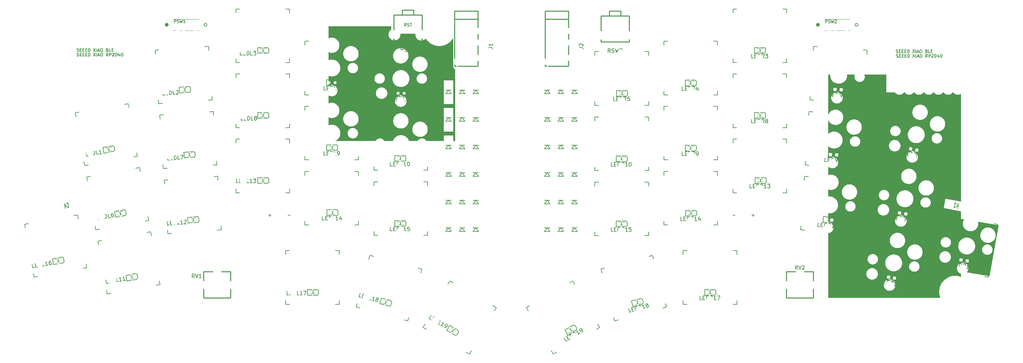
<source format=gto>
G04 #@! TF.GenerationSoftware,KiCad,Pcbnew,9.0.4*
G04 #@! TF.CreationDate,2025-08-27T21:58:08-05:00*
G04 #@! TF.ProjectId,totem_0_3,746f7465-6d5f-4305-9f33-2e6b69636164,0.3*
G04 #@! TF.SameCoordinates,Original*
G04 #@! TF.FileFunction,Legend,Top*
G04 #@! TF.FilePolarity,Positive*
%FSLAX46Y46*%
G04 Gerber Fmt 4.6, Leading zero omitted, Abs format (unit mm)*
G04 Created by KiCad (PCBNEW 9.0.4) date 2025-08-27 21:58:08*
%MOMM*%
%LPD*%
G01*
G04 APERTURE LIST*
G04 Aperture macros list*
%AMRotRect*
0 Rectangle, with rotation*
0 The origin of the aperture is its center*
0 $1 length*
0 $2 width*
0 $3 Rotation angle, in degrees counterclockwise*
0 Add horizontal line*
21,1,$1,$2,0,0,$3*%
G04 Aperture macros list end*
%ADD10C,0.150000*%
%ADD11C,0.000000*%
%ADD12C,0.475000*%
%ADD13C,0.100000*%
%ADD14C,0.200000*%
%ADD15C,0.250000*%
%ADD16C,0.120000*%
%ADD17C,2.500000*%
%ADD18C,0.750000*%
%ADD19C,1.701800*%
%ADD20C,3.429000*%
%ADD21C,2.032000*%
%ADD22R,1.500000X1.800000*%
%ADD23C,0.500000*%
%ADD24RotRect,0.800000X0.800000X260.000000*%
%ADD25R,0.800000X0.800000*%
%ADD26C,5.600000*%
%ADD27C,1.200000*%
%ADD28O,1.000000X2.000000*%
%ADD29O,1.800000X2.750000*%
%ADD30C,1.397000*%
%ADD31RotRect,0.800000X0.800000X274.000000*%
%ADD32RotRect,0.800000X0.800000X280.000000*%
%ADD33RotRect,0.800000X0.800000X266.000000*%
%ADD34C,0.900000*%
%ADD35R,0.700000X1.000000*%
%ADD36R,1.000000X2.800000*%
%ADD37C,2.200000*%
%ADD38C,1.800000*%
%ADD39RotRect,1.800000X1.500000X170.000000*%
%ADD40R,1.800000X1.800000*%
%ADD41RotRect,0.800000X0.800000X240.000000*%
%ADD42RotRect,1.800000X1.500000X10.000000*%
%ADD43RotRect,0.800000X0.800000X285.000000*%
%ADD44RotRect,0.800000X0.800000X300.000000*%
%ADD45RotRect,0.800000X0.800000X255.000000*%
%ADD46C,3.000000*%
G04 APERTURE END LIST*
D10*
X70600000Y-51300000D02*
G75*
G02*
X69800000Y-51300000I-400000J0D01*
G01*
X69800000Y-51300000D02*
G75*
G02*
X70600000Y-51300000I400000J0D01*
G01*
X213305500Y-101091000D02*
X212688500Y-101091000D01*
X91676000Y-101090000D02*
X92293000Y-101090000D01*
D11*
G36*
X118599182Y-52561691D02*
G01*
X118527362Y-52616607D01*
X118458866Y-52675414D01*
X118393873Y-52737952D01*
X118332564Y-52804060D01*
X118275121Y-52873580D01*
X118221724Y-52946350D01*
X118172554Y-53022210D01*
X118127792Y-53101000D01*
X118087619Y-53182560D01*
X118052215Y-53266729D01*
X118021762Y-53353348D01*
X117996440Y-53442257D01*
X117976431Y-53533294D01*
X117961914Y-53626300D01*
X117956773Y-53673492D01*
X117953072Y-53721115D01*
X117950835Y-53769151D01*
X117950084Y-53817579D01*
X117952104Y-53897134D01*
X117958097Y-53975660D01*
X117967967Y-54053060D01*
X117981613Y-54129235D01*
X117998939Y-54204088D01*
X118019846Y-54277519D01*
X118044236Y-54349431D01*
X118072010Y-54419726D01*
X118103072Y-54488304D01*
X118137321Y-54555069D01*
X118174661Y-54619922D01*
X118214993Y-54682765D01*
X118258218Y-54743500D01*
X118304239Y-54802027D01*
X118352958Y-54858250D01*
X118404276Y-54912070D01*
X118458095Y-54963389D01*
X118514317Y-55012109D01*
X118572843Y-55058131D01*
X118633576Y-55101358D01*
X118696418Y-55141690D01*
X118761270Y-55179031D01*
X118828033Y-55213281D01*
X118896611Y-55244343D01*
X118966904Y-55272118D01*
X119038814Y-55296508D01*
X119112244Y-55317416D01*
X119187095Y-55334742D01*
X119263268Y-55348389D01*
X119340667Y-55358258D01*
X119419191Y-55364252D01*
X119498745Y-55366271D01*
X119578298Y-55364252D01*
X119656823Y-55358258D01*
X119734221Y-55348389D01*
X119810394Y-55334742D01*
X119885245Y-55317416D01*
X119958675Y-55296508D01*
X120030586Y-55272118D01*
X120100878Y-55244343D01*
X120169456Y-55213281D01*
X120236220Y-55179031D01*
X120301071Y-55141690D01*
X120363913Y-55101358D01*
X120424646Y-55058131D01*
X120483172Y-55012109D01*
X120539394Y-54963389D01*
X120593213Y-54912070D01*
X120644531Y-54858250D01*
X120693250Y-54802027D01*
X120739271Y-54743500D01*
X120782496Y-54682765D01*
X120822828Y-54619922D01*
X120860168Y-54555069D01*
X120894417Y-54488304D01*
X120925479Y-54419726D01*
X120953253Y-54349431D01*
X120977643Y-54277519D01*
X120998550Y-54204088D01*
X121015876Y-54129235D01*
X121029523Y-54053060D01*
X121039392Y-53975660D01*
X121045385Y-53897134D01*
X121047405Y-53817579D01*
X121046929Y-53792443D01*
X121045586Y-53767308D01*
X121043499Y-53742173D01*
X121040791Y-53717037D01*
X121037587Y-53691902D01*
X121034011Y-53666766D01*
X121026239Y-53616496D01*
X124970211Y-53616496D01*
X124965098Y-53646929D01*
X124960399Y-53677405D01*
X124956196Y-53707963D01*
X124952572Y-53738645D01*
X124949609Y-53769492D01*
X124947390Y-53800546D01*
X124945999Y-53831848D01*
X124945516Y-53863440D01*
X124947536Y-53942995D01*
X124953529Y-54021521D01*
X124963398Y-54098921D01*
X124977045Y-54175096D01*
X124994371Y-54249949D01*
X125015278Y-54323380D01*
X125039668Y-54395292D01*
X125067442Y-54465587D01*
X125098504Y-54534165D01*
X125132753Y-54600930D01*
X125170093Y-54665783D01*
X125210425Y-54728626D01*
X125253650Y-54789361D01*
X125299671Y-54847888D01*
X125348390Y-54904111D01*
X125399708Y-54957931D01*
X125453527Y-55009250D01*
X125509749Y-55057970D01*
X125568275Y-55103992D01*
X125629008Y-55147218D01*
X125691850Y-55187551D01*
X125756701Y-55224892D01*
X125823465Y-55259142D01*
X125892043Y-55290203D01*
X125962335Y-55317979D01*
X126034246Y-55342369D01*
X126107676Y-55363276D01*
X126182526Y-55380603D01*
X126258700Y-55394250D01*
X126336098Y-55404119D01*
X126414623Y-55410112D01*
X126494176Y-55412132D01*
X126581509Y-55409635D01*
X126667482Y-55402245D01*
X126751978Y-55390110D01*
X126834876Y-55373382D01*
X126916059Y-55352209D01*
X126995408Y-55326742D01*
X127072803Y-55297131D01*
X127148126Y-55263525D01*
X127221257Y-55226074D01*
X127292079Y-55184928D01*
X127360472Y-55140238D01*
X127426317Y-55092152D01*
X127489496Y-55040821D01*
X127549890Y-54986394D01*
X127607379Y-54929022D01*
X127661846Y-54868855D01*
X127805448Y-55086457D01*
X127962031Y-55294365D01*
X128131016Y-55491979D01*
X128311825Y-55678700D01*
X128503878Y-55853927D01*
X128706596Y-56017063D01*
X128919402Y-56167506D01*
X129029407Y-56237781D01*
X129141716Y-56304659D01*
X129256258Y-56368064D01*
X129372960Y-56427921D01*
X129491749Y-56484156D01*
X129612554Y-56536693D01*
X129735302Y-56585458D01*
X129859920Y-56630375D01*
X129986337Y-56671370D01*
X130114480Y-56708368D01*
X130244276Y-56741295D01*
X130375654Y-56770074D01*
X130508540Y-56794631D01*
X130642864Y-56814891D01*
X130778551Y-56830779D01*
X130915530Y-56842221D01*
X131053729Y-56849141D01*
X131193075Y-56851464D01*
X131471567Y-56841651D01*
X131746897Y-56812645D01*
X132018217Y-56765097D01*
X132284679Y-56699659D01*
X132545436Y-56616982D01*
X132799641Y-56517717D01*
X133046446Y-56402515D01*
X133285003Y-56272027D01*
X133514466Y-56126904D01*
X133733986Y-55967798D01*
X133942716Y-55795359D01*
X134139809Y-55610239D01*
X134324418Y-55413088D01*
X134495694Y-55204558D01*
X134652791Y-54985301D01*
X134794860Y-54755966D01*
X134794860Y-61945569D01*
X134794742Y-61951523D01*
X134794406Y-61957482D01*
X134793883Y-61963452D01*
X134793206Y-61969437D01*
X134791511Y-61981474D01*
X134789568Y-61993635D01*
X134787624Y-62005961D01*
X134785929Y-62018495D01*
X134785252Y-62024852D01*
X134784730Y-62031276D01*
X134784394Y-62037772D01*
X134784275Y-62044346D01*
X134786567Y-62114567D01*
X134793356Y-62183604D01*
X134804505Y-62251349D01*
X134819883Y-62317694D01*
X134839352Y-62382530D01*
X134862780Y-62445748D01*
X134890032Y-62507240D01*
X134920973Y-62566898D01*
X134955470Y-62624613D01*
X134993388Y-62680276D01*
X135034592Y-62733779D01*
X135078949Y-62785014D01*
X135126323Y-62833871D01*
X135176581Y-62880243D01*
X135229587Y-62924021D01*
X135285209Y-62965096D01*
X135288738Y-62961567D01*
X135288738Y-81669351D01*
X134851303Y-81669351D01*
X134851303Y-80194742D01*
X132350162Y-80194742D01*
X132350162Y-81669351D01*
X127817066Y-81669351D01*
X127794653Y-81631704D01*
X127771087Y-81594848D01*
X127746394Y-81558810D01*
X127720598Y-81523617D01*
X127693724Y-81489294D01*
X127665799Y-81455868D01*
X127636846Y-81423366D01*
X127606891Y-81391814D01*
X127575960Y-81361239D01*
X127544077Y-81331667D01*
X127511268Y-81303125D01*
X127477558Y-81275639D01*
X127442972Y-81249235D01*
X127407535Y-81223941D01*
X127371273Y-81199782D01*
X127334210Y-81176785D01*
X127296373Y-81154977D01*
X127257785Y-81134384D01*
X127218473Y-81115032D01*
X127178461Y-81096949D01*
X127137775Y-81080160D01*
X127096439Y-81064692D01*
X127054480Y-81050571D01*
X127011922Y-81037824D01*
X126968790Y-81026478D01*
X126925110Y-81016559D01*
X126880907Y-81008093D01*
X126836205Y-81001107D01*
X126791031Y-80995627D01*
X126745409Y-80991680D01*
X126699365Y-80989292D01*
X126652923Y-80988491D01*
X126560437Y-80991680D01*
X126469641Y-81001107D01*
X126380736Y-81016559D01*
X126293924Y-81037824D01*
X126209406Y-81064692D01*
X126127384Y-81096949D01*
X126048060Y-81134384D01*
X125971635Y-81176785D01*
X125898311Y-81223941D01*
X125828288Y-81275639D01*
X125761769Y-81331667D01*
X125698955Y-81391814D01*
X125640048Y-81455868D01*
X125585249Y-81523617D01*
X125534759Y-81594848D01*
X125488781Y-81669351D01*
X123291023Y-81669351D01*
X123262955Y-81586402D01*
X123231716Y-81504954D01*
X123197380Y-81425081D01*
X123160022Y-81346856D01*
X123119716Y-81270355D01*
X123076536Y-81195652D01*
X123030557Y-81122821D01*
X122981852Y-81051935D01*
X122930497Y-80983071D01*
X122876565Y-80916301D01*
X122820130Y-80851701D01*
X122761268Y-80789343D01*
X122700051Y-80729304D01*
X122636555Y-80671656D01*
X122570854Y-80616475D01*
X122503022Y-80563834D01*
X122433133Y-80513808D01*
X122361262Y-80466471D01*
X122287482Y-80421898D01*
X122211869Y-80380162D01*
X122134497Y-80341338D01*
X122055439Y-80305501D01*
X121974770Y-80272724D01*
X121892564Y-80243081D01*
X121808896Y-80216648D01*
X121723840Y-80193499D01*
X121637470Y-80173707D01*
X121549860Y-80157347D01*
X121461086Y-80144493D01*
X121371220Y-80135220D01*
X121280337Y-80129601D01*
X121188512Y-80127712D01*
X121096687Y-80129601D01*
X121005805Y-80135220D01*
X120915939Y-80144493D01*
X120827164Y-80157346D01*
X120653185Y-80193498D01*
X120484461Y-80243081D01*
X120321586Y-80305500D01*
X120165156Y-80380161D01*
X120015763Y-80466470D01*
X119874003Y-80563833D01*
X119740470Y-80671655D01*
X119615758Y-80789342D01*
X119500461Y-80916299D01*
X119395173Y-81051934D01*
X119300489Y-81195650D01*
X119217004Y-81346855D01*
X119145310Y-81504953D01*
X119086004Y-81669351D01*
X116821218Y-81669351D01*
X116798805Y-81631704D01*
X116775240Y-81594848D01*
X116750547Y-81558810D01*
X116724751Y-81523617D01*
X116697877Y-81489294D01*
X116669952Y-81455868D01*
X116640999Y-81423366D01*
X116611044Y-81391814D01*
X116580113Y-81361239D01*
X116548230Y-81331667D01*
X116515421Y-81303125D01*
X116481711Y-81275639D01*
X116447125Y-81249235D01*
X116411689Y-81223941D01*
X116375426Y-81199782D01*
X116338364Y-81176785D01*
X116300526Y-81154977D01*
X116261939Y-81134384D01*
X116222626Y-81115032D01*
X116182615Y-81096949D01*
X116141928Y-81080160D01*
X116100593Y-81064692D01*
X116058633Y-81050571D01*
X116016075Y-81037824D01*
X115972943Y-81026478D01*
X115929263Y-81016559D01*
X115885060Y-81008093D01*
X115840358Y-81001107D01*
X115795184Y-80995627D01*
X115749562Y-80991680D01*
X115703518Y-80989292D01*
X115657076Y-80988491D01*
X115564590Y-80991680D01*
X115473794Y-81001107D01*
X115384890Y-81016559D01*
X115298078Y-81037824D01*
X115213560Y-81064692D01*
X115131539Y-81096949D01*
X115052215Y-81134384D01*
X114975789Y-81176785D01*
X114902465Y-81223941D01*
X114832442Y-81275639D01*
X114765923Y-81331667D01*
X114703109Y-81391814D01*
X114644202Y-81455868D01*
X114589403Y-81523617D01*
X114538914Y-81594848D01*
X114492936Y-81669351D01*
X103945109Y-81669351D01*
X104022125Y-81638180D01*
X104097692Y-81604240D01*
X104171742Y-81567593D01*
X104244213Y-81528302D01*
X104315037Y-81486430D01*
X104384150Y-81442039D01*
X104451487Y-81395193D01*
X104516983Y-81345953D01*
X104580571Y-81294382D01*
X104642187Y-81240544D01*
X104701767Y-81184501D01*
X104759243Y-81126314D01*
X104814552Y-81066048D01*
X104867628Y-81003765D01*
X104918405Y-80939527D01*
X104966820Y-80873396D01*
X105012805Y-80805437D01*
X105056296Y-80735711D01*
X105097228Y-80664281D01*
X105135536Y-80591209D01*
X105171154Y-80516559D01*
X105204017Y-80440393D01*
X105234060Y-80362773D01*
X105261217Y-80283763D01*
X105285424Y-80203424D01*
X105306615Y-80121820D01*
X105324725Y-80039014D01*
X105339688Y-79955067D01*
X105351440Y-79870043D01*
X105359915Y-79784004D01*
X105365047Y-79697013D01*
X105366565Y-79619714D01*
X107275259Y-79619714D01*
X107277022Y-79689081D01*
X107282255Y-79757555D01*
X107290871Y-79825052D01*
X107302785Y-79891484D01*
X107317910Y-79956767D01*
X107336161Y-80020814D01*
X107357452Y-80083540D01*
X107381697Y-80144858D01*
X107408809Y-80204682D01*
X107438704Y-80262927D01*
X107471295Y-80319507D01*
X107506496Y-80374335D01*
X107544221Y-80427327D01*
X107584385Y-80478395D01*
X107626902Y-80527455D01*
X107671685Y-80574420D01*
X107718648Y-80619204D01*
X107767707Y-80661721D01*
X107818774Y-80701886D01*
X107871764Y-80739612D01*
X107926592Y-80774814D01*
X107983170Y-80807405D01*
X108041414Y-80837301D01*
X108101237Y-80864414D01*
X108162554Y-80888659D01*
X108225278Y-80909950D01*
X108289323Y-80928201D01*
X108354605Y-80943327D01*
X108421036Y-80955241D01*
X108488531Y-80963857D01*
X108557004Y-80969090D01*
X108626369Y-80970853D01*
X108695734Y-80969090D01*
X108764207Y-80963857D01*
X108831702Y-80955241D01*
X108898133Y-80943327D01*
X108963414Y-80928201D01*
X109027459Y-80909950D01*
X109090184Y-80888659D01*
X109151500Y-80864414D01*
X109211323Y-80837301D01*
X109269567Y-80807405D01*
X109326146Y-80774814D01*
X109380973Y-80739612D01*
X109433963Y-80701886D01*
X109485031Y-80661721D01*
X109534089Y-80619204D01*
X109581053Y-80574420D01*
X109625836Y-80527455D01*
X109668352Y-80478395D01*
X109708516Y-80427327D01*
X109746242Y-80374335D01*
X109781443Y-80319507D01*
X109814034Y-80262927D01*
X109843929Y-80204682D01*
X109871041Y-80144858D01*
X109895286Y-80083540D01*
X109916577Y-80020814D01*
X109934827Y-79956767D01*
X109949953Y-79891484D01*
X109961867Y-79825052D01*
X109970483Y-79757555D01*
X109975715Y-79689081D01*
X109977479Y-79619714D01*
X109975715Y-79550348D01*
X109970483Y-79481874D01*
X109961867Y-79414377D01*
X109949953Y-79347945D01*
X109934827Y-79282662D01*
X109916577Y-79218615D01*
X109895286Y-79155890D01*
X109871041Y-79094572D01*
X109843929Y-79034748D01*
X109814034Y-78976503D01*
X109781443Y-78919923D01*
X109746242Y-78865095D01*
X109708516Y-78812103D01*
X109668352Y-78761035D01*
X109625836Y-78711975D01*
X109581053Y-78665011D01*
X109534089Y-78620227D01*
X109498756Y-78589605D01*
X124151784Y-78589605D01*
X124154389Y-78692492D01*
X124162117Y-78794034D01*
X124174844Y-78894104D01*
X124192443Y-78992577D01*
X124214788Y-79089327D01*
X124241754Y-79184227D01*
X124273214Y-79277151D01*
X124309043Y-79367975D01*
X124349114Y-79456571D01*
X124393302Y-79542814D01*
X124441480Y-79626578D01*
X124493524Y-79707737D01*
X124549305Y-79786164D01*
X124608700Y-79861735D01*
X124671582Y-79934323D01*
X124737824Y-80003801D01*
X124807301Y-80070045D01*
X124879887Y-80132928D01*
X124955456Y-80192324D01*
X125033882Y-80248107D01*
X125115039Y-80300151D01*
X125198801Y-80348330D01*
X125285042Y-80392519D01*
X125373637Y-80432591D01*
X125464458Y-80468421D01*
X125557381Y-80499882D01*
X125652279Y-80526848D01*
X125749027Y-80549194D01*
X125847497Y-80566793D01*
X125947566Y-80579520D01*
X126049105Y-80587249D01*
X126151991Y-80589853D01*
X126254876Y-80587249D01*
X126356415Y-80579520D01*
X126456484Y-80566793D01*
X126554954Y-80549194D01*
X126651702Y-80526848D01*
X126746600Y-80499882D01*
X126839523Y-80468421D01*
X126930344Y-80432591D01*
X127018939Y-80392519D01*
X127105180Y-80348330D01*
X127188942Y-80300151D01*
X127270099Y-80248107D01*
X127348525Y-80192324D01*
X127424094Y-80132928D01*
X127496680Y-80070045D01*
X127566157Y-80003801D01*
X127632399Y-79934323D01*
X127695281Y-79861735D01*
X127754675Y-79786164D01*
X127810457Y-79707737D01*
X127862501Y-79626578D01*
X127910679Y-79542814D01*
X127954867Y-79456571D01*
X127994938Y-79367975D01*
X128030767Y-79277151D01*
X128059306Y-79192855D01*
X128062227Y-79184227D01*
X128089193Y-79089327D01*
X128111538Y-78992577D01*
X128129137Y-78894104D01*
X128141864Y-78794034D01*
X128149592Y-78692492D01*
X128152196Y-78589605D01*
X128149592Y-78486718D01*
X128141864Y-78385176D01*
X128129137Y-78285106D01*
X128111538Y-78186633D01*
X128089193Y-78089884D01*
X128062227Y-77994984D01*
X128030767Y-77902059D01*
X127994938Y-77811236D01*
X127954867Y-77722640D01*
X127910679Y-77636397D01*
X127862501Y-77552633D01*
X127810457Y-77471474D01*
X127754675Y-77393047D01*
X127695281Y-77317476D01*
X127632399Y-77244889D01*
X127566157Y-77175410D01*
X127496680Y-77109167D01*
X127424094Y-77046284D01*
X127348525Y-76986888D01*
X127270099Y-76931105D01*
X127188942Y-76879061D01*
X127105180Y-76830881D01*
X127018939Y-76786693D01*
X126930344Y-76746621D01*
X126839523Y-76710791D01*
X126746600Y-76679330D01*
X126651702Y-76652364D01*
X126554954Y-76630018D01*
X126456484Y-76612418D01*
X126356415Y-76599692D01*
X126254876Y-76591963D01*
X126151991Y-76589359D01*
X126049105Y-76591963D01*
X125947566Y-76599692D01*
X125847497Y-76612418D01*
X125749027Y-76630018D01*
X125652279Y-76652364D01*
X125557381Y-76679330D01*
X125464458Y-76710791D01*
X125373637Y-76746621D01*
X125285042Y-76786693D01*
X125198801Y-76830881D01*
X125115039Y-76879061D01*
X125033882Y-76931105D01*
X124955456Y-76986888D01*
X124879887Y-77046284D01*
X124807301Y-77109167D01*
X124737824Y-77175410D01*
X124671582Y-77244889D01*
X124608700Y-77317476D01*
X124549305Y-77393047D01*
X124493524Y-77471474D01*
X124441480Y-77552633D01*
X124393302Y-77636397D01*
X124349114Y-77722640D01*
X124309043Y-77811236D01*
X124273214Y-77902059D01*
X124241754Y-77994984D01*
X124214788Y-78089884D01*
X124192443Y-78186633D01*
X124174844Y-78285106D01*
X124162117Y-78385176D01*
X124154389Y-78486718D01*
X124151784Y-78589605D01*
X109498756Y-78589605D01*
X109485031Y-78577710D01*
X109433963Y-78537545D01*
X109380973Y-78499819D01*
X109326146Y-78464617D01*
X109269567Y-78432025D01*
X109211323Y-78402130D01*
X109151500Y-78375017D01*
X109090184Y-78350772D01*
X109027459Y-78329480D01*
X108963414Y-78311229D01*
X108898133Y-78296103D01*
X108831702Y-78284190D01*
X108764207Y-78275573D01*
X108695734Y-78270340D01*
X108626369Y-78268577D01*
X108557004Y-78270340D01*
X108488531Y-78275573D01*
X108421036Y-78284190D01*
X108354605Y-78296103D01*
X108289323Y-78311229D01*
X108225278Y-78329480D01*
X108162554Y-78350772D01*
X108101237Y-78375017D01*
X108041414Y-78402130D01*
X107983170Y-78432025D01*
X107926592Y-78464617D01*
X107871764Y-78499819D01*
X107818774Y-78537545D01*
X107767707Y-78577710D01*
X107718648Y-78620227D01*
X107671684Y-78665011D01*
X107626901Y-78711975D01*
X107584385Y-78761035D01*
X107544221Y-78812103D01*
X107506496Y-78865095D01*
X107471295Y-78919923D01*
X107438704Y-78976503D01*
X107408809Y-79034748D01*
X107381696Y-79094572D01*
X107357452Y-79155890D01*
X107336161Y-79218615D01*
X107317910Y-79282662D01*
X107302785Y-79347945D01*
X107290871Y-79414377D01*
X107282255Y-79481874D01*
X107277022Y-79550348D01*
X107275259Y-79619714D01*
X105366565Y-79619714D01*
X105366773Y-79609132D01*
X105363902Y-79495726D01*
X105355383Y-79383802D01*
X105341353Y-79273499D01*
X105321953Y-79164957D01*
X105297321Y-79058314D01*
X105267595Y-78953708D01*
X105232915Y-78851280D01*
X105193419Y-78751167D01*
X105149247Y-78653509D01*
X105100537Y-78558444D01*
X105047428Y-78466112D01*
X104990060Y-78376651D01*
X104928570Y-78290200D01*
X104863098Y-78206899D01*
X104793782Y-78126885D01*
X104720762Y-78050298D01*
X104644177Y-77977276D01*
X104564165Y-77907959D01*
X104480865Y-77842486D01*
X104394416Y-77780995D01*
X104304956Y-77723625D01*
X104212626Y-77670515D01*
X104117563Y-77621804D01*
X104019907Y-77577631D01*
X103919797Y-77538134D01*
X103817370Y-77503454D01*
X103712767Y-77473727D01*
X103606126Y-77449094D01*
X103497585Y-77429694D01*
X103387285Y-77415664D01*
X103275363Y-77407144D01*
X103161959Y-77404274D01*
X103105904Y-77404974D01*
X103050196Y-77407064D01*
X102994849Y-77410529D01*
X102939879Y-77415353D01*
X102885302Y-77421520D01*
X102831134Y-77429016D01*
X102777389Y-77437824D01*
X102724083Y-77447929D01*
X102671232Y-77459316D01*
X102618852Y-77471969D01*
X102566957Y-77485873D01*
X102515563Y-77501012D01*
X102464686Y-77517370D01*
X102414341Y-77534933D01*
X102364544Y-77553684D01*
X102315311Y-77573608D01*
X102315311Y-75869693D01*
X106125228Y-75869693D01*
X106127833Y-75972580D01*
X106135561Y-76074122D01*
X106148288Y-76174192D01*
X106165887Y-76272665D01*
X106188232Y-76369414D01*
X106215198Y-76464314D01*
X106246658Y-76557239D01*
X106282487Y-76648062D01*
X106322558Y-76736659D01*
X106366746Y-76822901D01*
X106414924Y-76906665D01*
X106466968Y-76987824D01*
X106522750Y-77066251D01*
X106582144Y-77141822D01*
X106645026Y-77214409D01*
X106711268Y-77283888D01*
X106780745Y-77350132D01*
X106853331Y-77413014D01*
X106928900Y-77472410D01*
X107007326Y-77528193D01*
X107088483Y-77580237D01*
X107172245Y-77628417D01*
X107258486Y-77672606D01*
X107347081Y-77712678D01*
X107437902Y-77748507D01*
X107530825Y-77779968D01*
X107625723Y-77806935D01*
X107722471Y-77829280D01*
X107820942Y-77846880D01*
X107921010Y-77859607D01*
X108022550Y-77867335D01*
X108125435Y-77869939D01*
X108228320Y-77867335D01*
X108329860Y-77859607D01*
X108429928Y-77846880D01*
X108528399Y-77829280D01*
X108625146Y-77806935D01*
X108720045Y-77779968D01*
X108812967Y-77748507D01*
X108903789Y-77712678D01*
X108992384Y-77672606D01*
X109078625Y-77628417D01*
X109162387Y-77580237D01*
X109243544Y-77528193D01*
X109321970Y-77472410D01*
X109397539Y-77413014D01*
X109470125Y-77350132D01*
X109539602Y-77283888D01*
X109605845Y-77214409D01*
X109668726Y-77141822D01*
X109728121Y-77066251D01*
X109783903Y-76987824D01*
X109835946Y-76906665D01*
X109884124Y-76822901D01*
X109928312Y-76736659D01*
X109968383Y-76648062D01*
X110004212Y-76557239D01*
X110035672Y-76464314D01*
X110057279Y-76388275D01*
X119149503Y-76388275D01*
X119152107Y-76491162D01*
X119159836Y-76592704D01*
X119172563Y-76692774D01*
X119190161Y-76791247D01*
X119212507Y-76887996D01*
X119239472Y-76982896D01*
X119270933Y-77075821D01*
X119306762Y-77166645D01*
X119346833Y-77255241D01*
X119391021Y-77341484D01*
X119439199Y-77425248D01*
X119491242Y-77506407D01*
X119547024Y-77584834D01*
X119606419Y-77660405D01*
X119669300Y-77732993D01*
X119735543Y-77802471D01*
X119805020Y-77868715D01*
X119877606Y-77931597D01*
X119953175Y-77990993D01*
X120031601Y-78046776D01*
X120112758Y-78098821D01*
X120196520Y-78147000D01*
X120282761Y-78191189D01*
X120371355Y-78231261D01*
X120462177Y-78267091D01*
X120555100Y-78298552D01*
X120649998Y-78325518D01*
X120746745Y-78347864D01*
X120845216Y-78365463D01*
X120945284Y-78378190D01*
X121046824Y-78385919D01*
X121149709Y-78388523D01*
X121252594Y-78385919D01*
X121354134Y-78378190D01*
X121454202Y-78365463D01*
X121552673Y-78347864D01*
X121649421Y-78325518D01*
X121744319Y-78298552D01*
X121837242Y-78267091D01*
X121928063Y-78231261D01*
X122016657Y-78191189D01*
X122102899Y-78147000D01*
X122186661Y-78098821D01*
X122267818Y-78046776D01*
X122346244Y-77990993D01*
X122421813Y-77931597D01*
X122494399Y-77868715D01*
X122563876Y-77802471D01*
X122630118Y-77732993D01*
X122693000Y-77660405D01*
X122752394Y-77584834D01*
X122808176Y-77506407D01*
X122860219Y-77425248D01*
X122908398Y-77341484D01*
X122952586Y-77255241D01*
X122992657Y-77166645D01*
X123028486Y-77075821D01*
X123059946Y-76982896D01*
X123086912Y-76887996D01*
X123109257Y-76791247D01*
X123126856Y-76692774D01*
X123139583Y-76592704D01*
X123147311Y-76491162D01*
X123149915Y-76388275D01*
X123149917Y-76388275D01*
X123147313Y-76285388D01*
X123139585Y-76183846D01*
X123126858Y-76083776D01*
X123109259Y-75985303D01*
X123086914Y-75888554D01*
X123059948Y-75793654D01*
X123028487Y-75700729D01*
X122992659Y-75609906D01*
X122952587Y-75521310D01*
X122908399Y-75435067D01*
X122860221Y-75351303D01*
X122808177Y-75270144D01*
X122752395Y-75191717D01*
X122693001Y-75116146D01*
X122630119Y-75043559D01*
X122563877Y-74974080D01*
X122494400Y-74907837D01*
X122421814Y-74844954D01*
X122346245Y-74785558D01*
X122267819Y-74729775D01*
X122186661Y-74677731D01*
X122102899Y-74629551D01*
X122016658Y-74585362D01*
X121928063Y-74545290D01*
X121837242Y-74509461D01*
X121744319Y-74478000D01*
X121649421Y-74451034D01*
X121552673Y-74428688D01*
X121454202Y-74411088D01*
X121354134Y-74398361D01*
X121252594Y-74390633D01*
X121149709Y-74388029D01*
X121046824Y-74390633D01*
X120945284Y-74398361D01*
X120845216Y-74411088D01*
X120746745Y-74428688D01*
X120649997Y-74451034D01*
X120555099Y-74478000D01*
X120462176Y-74509461D01*
X120371355Y-74545290D01*
X120282760Y-74585362D01*
X120196519Y-74629551D01*
X120112757Y-74677731D01*
X120031600Y-74729775D01*
X119953174Y-74785558D01*
X119877605Y-74844954D01*
X119805019Y-74907837D01*
X119735542Y-74974080D01*
X119669300Y-75043559D01*
X119606418Y-75116146D01*
X119547024Y-75191717D01*
X119491242Y-75270144D01*
X119439199Y-75351303D01*
X119391020Y-75435067D01*
X119346832Y-75521310D01*
X119306761Y-75609906D01*
X119270933Y-75700729D01*
X119239472Y-75793654D01*
X119212507Y-75888554D01*
X119190161Y-75985303D01*
X119172562Y-76083776D01*
X119159836Y-76183846D01*
X119152107Y-76285388D01*
X119149503Y-76388275D01*
X110057279Y-76388275D01*
X110062638Y-76369414D01*
X110084984Y-76272665D01*
X110102583Y-76174192D01*
X110115309Y-76074122D01*
X110123038Y-75972580D01*
X110125642Y-75869693D01*
X110123038Y-75766806D01*
X110115309Y-75665264D01*
X110102583Y-75565194D01*
X110084984Y-75466721D01*
X110062638Y-75369972D01*
X110035672Y-75275072D01*
X110004212Y-75182147D01*
X109968383Y-75091323D01*
X109928312Y-75002727D01*
X109884124Y-74916484D01*
X109835946Y-74832720D01*
X109783903Y-74751561D01*
X109728121Y-74673134D01*
X109668726Y-74597563D01*
X109605845Y-74524976D01*
X109539602Y-74455497D01*
X109470125Y-74389253D01*
X109397539Y-74326371D01*
X109321970Y-74266975D01*
X109243544Y-74211192D01*
X109162387Y-74159148D01*
X109078625Y-74110968D01*
X108992384Y-74066779D01*
X108903789Y-74026707D01*
X108812967Y-73990878D01*
X108720045Y-73959417D01*
X108625146Y-73932450D01*
X108528399Y-73910104D01*
X108429928Y-73892505D01*
X108329860Y-73879778D01*
X108228320Y-73872050D01*
X108125435Y-73869445D01*
X108022550Y-73872050D01*
X107921010Y-73879778D01*
X107820942Y-73892505D01*
X107722471Y-73910104D01*
X107625724Y-73932450D01*
X107530825Y-73959417D01*
X107437903Y-73990878D01*
X107347081Y-74026707D01*
X107258487Y-74066779D01*
X107172245Y-74110968D01*
X107088483Y-74159148D01*
X107007326Y-74211192D01*
X106928900Y-74266975D01*
X106853331Y-74326371D01*
X106780745Y-74389253D01*
X106711268Y-74455497D01*
X106645026Y-74524976D01*
X106582144Y-74597563D01*
X106522750Y-74673134D01*
X106466968Y-74751561D01*
X106414925Y-74832720D01*
X106366746Y-74916484D01*
X106322558Y-75002727D01*
X106282487Y-75091323D01*
X106246658Y-75182147D01*
X106215198Y-75275072D01*
X106188232Y-75369972D01*
X106165887Y-75466721D01*
X106148288Y-75565194D01*
X106135561Y-75665264D01*
X106127833Y-75766806D01*
X106125228Y-75869693D01*
X102315311Y-75869693D01*
X102315311Y-75495750D01*
X102361939Y-75516295D01*
X102409208Y-75535589D01*
X102457098Y-75553622D01*
X102505586Y-75570384D01*
X102554654Y-75585864D01*
X102604279Y-75600053D01*
X102654442Y-75612939D01*
X102705122Y-75624513D01*
X102756298Y-75634763D01*
X102807949Y-75643681D01*
X102860055Y-75651255D01*
X102912595Y-75657475D01*
X102965548Y-75662331D01*
X103018894Y-75665812D01*
X103072613Y-75667908D01*
X103126682Y-75668609D01*
X103229567Y-75666005D01*
X103331107Y-75658277D01*
X103431175Y-75645550D01*
X103529646Y-75627950D01*
X103626394Y-75605604D01*
X103721292Y-75578638D01*
X103814215Y-75547177D01*
X103905036Y-75511348D01*
X103993631Y-75471276D01*
X104079872Y-75427087D01*
X104163634Y-75378907D01*
X104244791Y-75326863D01*
X104323217Y-75271080D01*
X104398786Y-75211684D01*
X104471372Y-75148801D01*
X104540849Y-75082558D01*
X104607092Y-75013079D01*
X104669973Y-74940492D01*
X104729368Y-74864921D01*
X104785150Y-74786494D01*
X104837193Y-74705335D01*
X104885371Y-74621571D01*
X104929559Y-74535328D01*
X104969631Y-74446732D01*
X105005459Y-74355909D01*
X105036920Y-74262984D01*
X105063885Y-74168084D01*
X105086231Y-74071335D01*
X105103830Y-73972862D01*
X105116556Y-73872792D01*
X105124285Y-73771250D01*
X105126889Y-73668363D01*
X105124285Y-73565476D01*
X105116556Y-73463934D01*
X105103830Y-73363864D01*
X105086231Y-73265391D01*
X105063885Y-73168642D01*
X105036920Y-73073741D01*
X105008916Y-72991027D01*
X132350162Y-72991027D01*
X132350162Y-79192855D01*
X134851299Y-79192855D01*
X134851299Y-72991027D01*
X132350162Y-72991027D01*
X105008916Y-72991027D01*
X105005459Y-72980817D01*
X104969631Y-72889993D01*
X104929559Y-72801397D01*
X104885371Y-72715154D01*
X104837193Y-72631390D01*
X104785150Y-72550231D01*
X104729368Y-72471804D01*
X104669973Y-72396233D01*
X104607092Y-72323645D01*
X104540849Y-72254167D01*
X104471372Y-72187923D01*
X104398786Y-72125041D01*
X104323217Y-72065645D01*
X104244791Y-72009862D01*
X104163634Y-71957817D01*
X104079872Y-71909638D01*
X103993631Y-71865449D01*
X103905036Y-71825377D01*
X103814215Y-71789547D01*
X103721292Y-71758086D01*
X103626394Y-71731120D01*
X103529646Y-71708774D01*
X103431175Y-71691175D01*
X103331107Y-71678448D01*
X103229567Y-71670719D01*
X103126682Y-71668115D01*
X103072613Y-71668855D01*
X103018894Y-71671057D01*
X102965548Y-71674696D01*
X102912595Y-71679746D01*
X102860055Y-71686180D01*
X102807949Y-71693974D01*
X102756298Y-71703101D01*
X102705122Y-71713535D01*
X102654442Y-71725251D01*
X102604279Y-71738223D01*
X102554654Y-71752424D01*
X102505586Y-71767830D01*
X102457097Y-71784414D01*
X102409208Y-71802150D01*
X102361939Y-71821013D01*
X102315311Y-71840976D01*
X102315311Y-71237726D01*
X119622213Y-71237726D01*
X119624171Y-71314977D01*
X119629982Y-71391223D01*
X119639552Y-71466370D01*
X119652784Y-71540323D01*
X119669585Y-71612986D01*
X119689859Y-71684265D01*
X119713511Y-71754065D01*
X119740446Y-71822290D01*
X119770570Y-71888846D01*
X119803787Y-71953638D01*
X119840003Y-72016572D01*
X119879122Y-72077551D01*
X119921050Y-72136481D01*
X119965691Y-72193267D01*
X120012951Y-72247814D01*
X120062735Y-72300028D01*
X120114948Y-72349813D01*
X120169494Y-72397074D01*
X120226279Y-72441716D01*
X120285208Y-72483644D01*
X120346186Y-72522764D01*
X120409118Y-72558981D01*
X120473908Y-72592199D01*
X120540463Y-72622323D01*
X120608688Y-72649259D01*
X120678486Y-72672911D01*
X120749763Y-72693186D01*
X120822425Y-72709987D01*
X120896376Y-72723219D01*
X120971521Y-72732789D01*
X121047766Y-72738600D01*
X121125015Y-72740558D01*
X121202264Y-72738600D01*
X121278509Y-72732789D01*
X121353654Y-72723219D01*
X121427605Y-72709986D01*
X121500267Y-72693186D01*
X121571544Y-72672911D01*
X121641342Y-72649259D01*
X121709566Y-72622323D01*
X121776121Y-72592198D01*
X121840912Y-72558980D01*
X121903844Y-72522764D01*
X121964822Y-72483644D01*
X122023751Y-72441715D01*
X122080536Y-72397073D01*
X122135082Y-72349812D01*
X122187294Y-72300027D01*
X122237078Y-72247814D01*
X122284338Y-72193266D01*
X122328980Y-72136480D01*
X122370907Y-72077550D01*
X122410027Y-72016571D01*
X122423781Y-71992670D01*
X122446242Y-71953638D01*
X122479460Y-71888845D01*
X122509583Y-71822289D01*
X122536519Y-71754064D01*
X122560171Y-71684264D01*
X122580445Y-71612985D01*
X122597246Y-71540322D01*
X122610478Y-71466370D01*
X122620047Y-71391223D01*
X122625859Y-71314977D01*
X122627817Y-71237726D01*
X122625859Y-71160475D01*
X122620047Y-71084229D01*
X122610478Y-71009082D01*
X122597246Y-70935130D01*
X122580445Y-70862467D01*
X122560171Y-70791188D01*
X122536519Y-70721389D01*
X122509584Y-70653164D01*
X122479460Y-70586607D01*
X122446243Y-70521815D01*
X122410027Y-70458882D01*
X122370908Y-70397903D01*
X122328980Y-70338973D01*
X122284339Y-70282187D01*
X122237079Y-70227640D01*
X122187295Y-70175426D01*
X122135083Y-70125641D01*
X122080537Y-70078380D01*
X122023752Y-70033738D01*
X121964823Y-69991810D01*
X121903845Y-69952690D01*
X121840913Y-69916473D01*
X121776122Y-69883255D01*
X121709567Y-69853131D01*
X121641343Y-69826195D01*
X121571545Y-69802542D01*
X121500267Y-69782268D01*
X121427605Y-69765467D01*
X121353654Y-69752234D01*
X121278509Y-69742665D01*
X121202264Y-69736853D01*
X121125015Y-69734895D01*
X121047766Y-69736853D01*
X120971521Y-69742665D01*
X120896376Y-69752234D01*
X120822425Y-69765467D01*
X120749763Y-69782268D01*
X120678486Y-69802542D01*
X120608688Y-69826195D01*
X120540463Y-69853131D01*
X120473908Y-69883255D01*
X120409118Y-69916473D01*
X120346186Y-69952689D01*
X120285208Y-69991809D01*
X120226279Y-70033738D01*
X120169494Y-70078380D01*
X120114948Y-70125641D01*
X120062735Y-70175425D01*
X120012951Y-70227639D01*
X119965691Y-70282186D01*
X119921050Y-70338972D01*
X119879122Y-70397902D01*
X119840003Y-70458881D01*
X119803787Y-70521814D01*
X119770570Y-70586606D01*
X119740446Y-70653163D01*
X119713511Y-70721388D01*
X119689859Y-70791188D01*
X119669585Y-70862466D01*
X119652784Y-70935130D01*
X119639552Y-71009082D01*
X119629982Y-71084229D01*
X119624171Y-71160475D01*
X119622213Y-71237726D01*
X102315311Y-71237726D01*
X102315311Y-69745479D01*
X102360079Y-69773212D01*
X102405736Y-69799492D01*
X102452261Y-69824273D01*
X102499633Y-69847509D01*
X102547832Y-69869154D01*
X102596838Y-69889160D01*
X102646629Y-69907482D01*
X102697184Y-69924073D01*
X102748484Y-69938886D01*
X102800508Y-69951875D01*
X102853234Y-69962993D01*
X102906642Y-69972194D01*
X102960711Y-69979431D01*
X103015422Y-69984658D01*
X103070752Y-69987828D01*
X103126682Y-69988895D01*
X103203931Y-69986937D01*
X103280176Y-69981126D01*
X103355321Y-69971556D01*
X103429272Y-69958323D01*
X103501934Y-69941522D01*
X103573211Y-69921248D01*
X103643009Y-69897596D01*
X103711233Y-69870660D01*
X103777788Y-69840535D01*
X103842579Y-69807318D01*
X103905511Y-69771101D01*
X103966489Y-69731981D01*
X104025418Y-69690053D01*
X104082203Y-69645411D01*
X104136749Y-69598150D01*
X104188961Y-69548365D01*
X104238745Y-69496152D01*
X104286005Y-69441604D01*
X104330646Y-69384818D01*
X104372574Y-69325888D01*
X104411693Y-69264909D01*
X104447909Y-69201976D01*
X104473115Y-69152811D01*
X114619933Y-69152811D01*
X114621891Y-69229751D01*
X114627702Y-69305726D01*
X114637271Y-69380640D01*
X114650504Y-69454394D01*
X114667304Y-69526893D01*
X114687578Y-69598039D01*
X114711230Y-69667736D01*
X114738166Y-69735886D01*
X114768290Y-69802393D01*
X114801507Y-69867160D01*
X114837723Y-69930089D01*
X114876842Y-69991085D01*
X114918769Y-70050050D01*
X114963411Y-70106887D01*
X115010671Y-70161499D01*
X115060454Y-70213790D01*
X115112667Y-70263662D01*
X115167213Y-70311019D01*
X115223998Y-70355763D01*
X115282927Y-70397799D01*
X115343905Y-70437028D01*
X115406837Y-70473355D01*
X115471628Y-70506682D01*
X115538183Y-70536911D01*
X115606407Y-70563948D01*
X115676205Y-70587694D01*
X115747483Y-70608052D01*
X115820144Y-70624927D01*
X115894095Y-70638220D01*
X115969241Y-70647835D01*
X116045485Y-70653675D01*
X116122735Y-70655643D01*
X116199984Y-70653685D01*
X116276229Y-70647873D01*
X116351374Y-70638304D01*
X116425325Y-70625071D01*
X116497987Y-70608271D01*
X116569264Y-70587996D01*
X116639062Y-70564344D01*
X116707286Y-70537408D01*
X116773841Y-70507283D01*
X116838632Y-70474065D01*
X116901564Y-70437849D01*
X116962542Y-70398729D01*
X117021471Y-70356801D01*
X117078256Y-70312158D01*
X117132802Y-70264897D01*
X117185015Y-70215113D01*
X117234798Y-70162899D01*
X117282058Y-70108352D01*
X117326700Y-70051566D01*
X117368628Y-69992636D01*
X117407747Y-69931657D01*
X117443962Y-69868723D01*
X117477180Y-69803931D01*
X117507303Y-69737375D01*
X117534239Y-69669149D01*
X117557891Y-69599350D01*
X117578165Y-69528071D01*
X117594965Y-69455407D01*
X117608198Y-69381455D01*
X117617767Y-69306308D01*
X117623578Y-69230062D01*
X117625536Y-69152811D01*
X117623578Y-69075570D01*
X117617767Y-68999354D01*
X117608198Y-68924255D01*
X117594965Y-68850367D01*
X117578165Y-68777784D01*
X117557891Y-68706599D01*
X117534239Y-68636906D01*
X117507303Y-68568800D01*
X117477180Y-68502372D01*
X117443962Y-68437718D01*
X117407747Y-68374931D01*
X117368628Y-68314104D01*
X117326700Y-68255331D01*
X117282058Y-68198707D01*
X117234798Y-68144323D01*
X117185015Y-68092275D01*
X117132802Y-68042655D01*
X117078256Y-67995558D01*
X117021471Y-67951077D01*
X116962542Y-67909306D01*
X116901564Y-67870338D01*
X116838632Y-67834268D01*
X116773841Y-67801188D01*
X116707286Y-67771192D01*
X116639062Y-67744375D01*
X116569264Y-67720829D01*
X116497987Y-67700649D01*
X116425325Y-67683928D01*
X116351374Y-67670760D01*
X116276229Y-67661238D01*
X116199984Y-67655456D01*
X116122735Y-67653508D01*
X116045485Y-67655466D01*
X115969241Y-67661276D01*
X115894095Y-67670844D01*
X115820144Y-67684073D01*
X115747483Y-67700867D01*
X115676205Y-67721131D01*
X115606407Y-67744770D01*
X115538183Y-67771688D01*
X115471628Y-67801789D01*
X115406837Y-67834978D01*
X115343905Y-67871159D01*
X115282927Y-67910236D01*
X115223998Y-67952114D01*
X115167213Y-67996697D01*
X115112667Y-68043890D01*
X115060454Y-68093597D01*
X115010671Y-68145723D01*
X114963411Y-68200171D01*
X114918769Y-68256847D01*
X114876842Y-68315654D01*
X114837723Y-68376497D01*
X114801507Y-68439281D01*
X114768290Y-68503910D01*
X114738166Y-68570287D01*
X114711230Y-68638319D01*
X114687578Y-68707908D01*
X114667304Y-68778960D01*
X114650504Y-68851379D01*
X114637271Y-68925069D01*
X114627702Y-68999935D01*
X114621891Y-69075880D01*
X114619933Y-69152811D01*
X104473115Y-69152811D01*
X104481126Y-69137184D01*
X104511250Y-69070628D01*
X104538185Y-69002402D01*
X104561837Y-68932603D01*
X104582111Y-68861324D01*
X104598912Y-68788661D01*
X104612144Y-68714708D01*
X104621714Y-68639561D01*
X104627525Y-68563315D01*
X104629483Y-68486065D01*
X104627525Y-68408814D01*
X104621714Y-68332568D01*
X104612144Y-68257421D01*
X104598912Y-68183469D01*
X104582111Y-68110806D01*
X104561837Y-68039527D01*
X104538185Y-67969727D01*
X104511250Y-67901502D01*
X104481126Y-67834946D01*
X104447909Y-67770153D01*
X104411693Y-67707220D01*
X104372574Y-67646241D01*
X104330646Y-67587311D01*
X104286005Y-67530525D01*
X104238745Y-67475977D01*
X104188961Y-67423764D01*
X104136749Y-67373979D01*
X104082203Y-67326718D01*
X104025418Y-67282076D01*
X103966489Y-67240147D01*
X103905511Y-67201027D01*
X103842579Y-67164811D01*
X103777788Y-67131593D01*
X103711233Y-67101469D01*
X103643009Y-67074533D01*
X103573211Y-67050880D01*
X103501934Y-67030606D01*
X103429272Y-67013805D01*
X103355321Y-67000572D01*
X103280176Y-66991003D01*
X103203931Y-66985191D01*
X103126682Y-66983233D01*
X103070713Y-66984300D01*
X103015277Y-66987471D01*
X102960409Y-66992698D01*
X102906146Y-66999935D01*
X102852523Y-67009136D01*
X102799577Y-67020254D01*
X102747345Y-67033243D01*
X102695862Y-67048056D01*
X102645164Y-67064646D01*
X102595288Y-67082968D01*
X102546269Y-67102975D01*
X102498145Y-67124619D01*
X102450951Y-67147855D01*
X102404723Y-67172637D01*
X102359497Y-67198917D01*
X102315311Y-67226649D01*
X102315311Y-65353400D01*
X114274217Y-65353400D01*
X114275981Y-65422766D01*
X114281213Y-65491241D01*
X114289829Y-65558737D01*
X114301743Y-65625169D01*
X114316868Y-65690452D01*
X114335119Y-65754499D01*
X114356410Y-65817225D01*
X114380655Y-65878542D01*
X114407767Y-65938367D01*
X114437662Y-65996612D01*
X114470253Y-66053192D01*
X114505454Y-66108020D01*
X114543179Y-66161012D01*
X114583343Y-66212080D01*
X114625860Y-66261140D01*
X114670643Y-66308104D01*
X114717607Y-66352888D01*
X114766665Y-66395405D01*
X114817733Y-66435570D01*
X114870723Y-66473296D01*
X114925550Y-66508498D01*
X114982129Y-66541090D01*
X115040373Y-66570985D01*
X115100196Y-66598098D01*
X115161512Y-66622344D01*
X115224236Y-66643635D01*
X115288282Y-66661886D01*
X115353564Y-66677012D01*
X115419995Y-66688926D01*
X115487490Y-66697542D01*
X115555963Y-66702775D01*
X115625328Y-66704538D01*
X115625329Y-66704537D01*
X115694694Y-66702774D01*
X115763167Y-66697541D01*
X115830662Y-66688925D01*
X115897093Y-66677011D01*
X115962374Y-66661885D01*
X116026420Y-66643634D01*
X116089144Y-66622343D01*
X116150460Y-66598097D01*
X116210283Y-66570984D01*
X116268527Y-66541089D01*
X116325105Y-66508497D01*
X116379933Y-66473295D01*
X116432923Y-66435569D01*
X116483990Y-66395404D01*
X116533049Y-66352887D01*
X116580013Y-66308103D01*
X116624795Y-66261138D01*
X116667312Y-66212079D01*
X116707476Y-66161010D01*
X116745201Y-66108019D01*
X116780402Y-66053190D01*
X116812993Y-65996611D01*
X116842888Y-65938366D01*
X116870000Y-65878541D01*
X116894245Y-65817224D01*
X116915535Y-65754498D01*
X116933786Y-65690452D01*
X116948912Y-65625169D01*
X116960825Y-65558737D01*
X116969441Y-65491240D01*
X116974674Y-65422766D01*
X116976437Y-65353400D01*
X116976168Y-65342817D01*
X118955478Y-65342817D01*
X118958349Y-65456223D01*
X118966868Y-65568148D01*
X118980898Y-65678450D01*
X119000298Y-65786993D01*
X119024930Y-65893636D01*
X119054656Y-65998242D01*
X119089336Y-66100670D01*
X119128832Y-66200783D01*
X119173004Y-66298441D01*
X119221714Y-66393506D01*
X119274823Y-66485838D01*
X119332191Y-66575299D01*
X119393681Y-66661750D01*
X119459153Y-66745051D01*
X119528469Y-66825065D01*
X119601489Y-66901653D01*
X119678074Y-66974674D01*
X119758086Y-67043991D01*
X119841386Y-67109464D01*
X119927836Y-67170955D01*
X120017295Y-67228325D01*
X120109625Y-67281435D01*
X120204687Y-67330146D01*
X120302344Y-67374319D01*
X120402454Y-67413815D01*
X120504881Y-67448496D01*
X120609484Y-67478222D01*
X120716125Y-67502855D01*
X120824665Y-67522256D01*
X120934965Y-67536285D01*
X121046887Y-67544805D01*
X121160291Y-67547676D01*
X121273695Y-67544805D01*
X121385617Y-67536285D01*
X121495918Y-67522256D01*
X121604458Y-67502855D01*
X121711099Y-67478222D01*
X121815703Y-67448496D01*
X121918129Y-67413815D01*
X122018240Y-67374319D01*
X122115896Y-67330146D01*
X122210958Y-67281435D01*
X122303289Y-67228325D01*
X122392748Y-67170955D01*
X122479197Y-67109464D01*
X122562497Y-67043991D01*
X122642509Y-66974674D01*
X122719095Y-66901653D01*
X122792114Y-66825065D01*
X122861430Y-66745051D01*
X122926902Y-66661750D01*
X122988392Y-66575299D01*
X123045760Y-66485838D01*
X123098869Y-66393506D01*
X123147579Y-66298441D01*
X123191751Y-66200783D01*
X123231247Y-66100670D01*
X123265927Y-65998242D01*
X123295652Y-65893636D01*
X123320285Y-65786993D01*
X123339685Y-65678450D01*
X123353714Y-65568148D01*
X123362234Y-65456223D01*
X123364836Y-65353400D01*
X125277118Y-65353400D01*
X125278882Y-65422766D01*
X125284114Y-65491240D01*
X125292730Y-65558737D01*
X125304644Y-65625169D01*
X125319769Y-65690452D01*
X125338020Y-65754499D01*
X125359311Y-65817224D01*
X125383556Y-65878542D01*
X125410668Y-65938366D01*
X125440563Y-65996611D01*
X125473154Y-66053191D01*
X125508355Y-66108019D01*
X125546081Y-66161011D01*
X125586245Y-66212079D01*
X125628761Y-66261139D01*
X125673544Y-66308104D01*
X125720508Y-66352888D01*
X125769567Y-66395405D01*
X125820634Y-66435570D01*
X125873624Y-66473296D01*
X125928452Y-66508498D01*
X125985030Y-66541090D01*
X126043274Y-66570985D01*
X126103097Y-66598098D01*
X126164414Y-66622343D01*
X126227138Y-66643635D01*
X126291184Y-66661886D01*
X126356465Y-66677012D01*
X126422896Y-66688925D01*
X126490391Y-66697542D01*
X126558864Y-66702775D01*
X126628229Y-66704538D01*
X126697594Y-66702775D01*
X126766067Y-66697542D01*
X126833562Y-66688926D01*
X126899993Y-66677012D01*
X126965274Y-66661886D01*
X127029319Y-66643635D01*
X127092044Y-66622344D01*
X127153360Y-66598098D01*
X127213183Y-66570985D01*
X127271427Y-66541090D01*
X127328006Y-66508498D01*
X127382833Y-66473296D01*
X127435823Y-66435570D01*
X127486891Y-66395405D01*
X127535949Y-66352888D01*
X127582913Y-66308104D01*
X127627696Y-66261140D01*
X127670213Y-66212080D01*
X127710377Y-66161012D01*
X127748102Y-66108020D01*
X127783303Y-66053192D01*
X127815894Y-65996612D01*
X127845789Y-65938367D01*
X127872902Y-65878542D01*
X127897146Y-65817225D01*
X127906100Y-65790844D01*
X132325466Y-65790844D01*
X132325466Y-71992670D01*
X134826606Y-71992670D01*
X134826606Y-65790844D01*
X132325466Y-65790844D01*
X127906100Y-65790844D01*
X127918437Y-65754499D01*
X127936688Y-65690452D01*
X127951813Y-65625169D01*
X127963727Y-65558737D01*
X127972343Y-65491241D01*
X127977576Y-65422766D01*
X127979339Y-65353400D01*
X127977576Y-65284034D01*
X127972343Y-65215559D01*
X127963727Y-65148063D01*
X127951813Y-65081630D01*
X127936688Y-65016348D01*
X127918437Y-64952301D01*
X127897146Y-64889576D01*
X127872902Y-64828258D01*
X127845789Y-64768434D01*
X127815894Y-64710189D01*
X127783303Y-64653609D01*
X127748102Y-64598780D01*
X127710377Y-64545789D01*
X127670213Y-64494720D01*
X127627696Y-64445661D01*
X127582913Y-64398696D01*
X127535949Y-64353912D01*
X127486891Y-64311395D01*
X127435823Y-64271230D01*
X127382833Y-64233504D01*
X127328006Y-64198302D01*
X127271427Y-64165711D01*
X127213183Y-64135815D01*
X127153360Y-64108702D01*
X127092044Y-64084457D01*
X127029319Y-64063166D01*
X126965274Y-64044915D01*
X126899993Y-64029789D01*
X126833562Y-64017875D01*
X126766067Y-64009259D01*
X126697594Y-64004026D01*
X126628229Y-64002263D01*
X126628229Y-64002264D01*
X126558864Y-64004027D01*
X126490391Y-64009260D01*
X126422896Y-64017876D01*
X126356465Y-64029790D01*
X126291184Y-64044916D01*
X126227138Y-64063167D01*
X126164414Y-64084458D01*
X126103097Y-64108703D01*
X126043274Y-64135816D01*
X125985030Y-64165712D01*
X125928452Y-64198303D01*
X125873624Y-64233505D01*
X125820634Y-64271231D01*
X125769567Y-64311396D01*
X125720508Y-64353913D01*
X125673544Y-64398697D01*
X125628761Y-64445662D01*
X125586245Y-64494721D01*
X125546081Y-64545790D01*
X125508355Y-64598781D01*
X125473154Y-64653610D01*
X125440563Y-64710189D01*
X125410668Y-64768434D01*
X125383556Y-64828258D01*
X125359311Y-64889576D01*
X125338020Y-64952301D01*
X125319769Y-65016348D01*
X125304644Y-65081631D01*
X125292730Y-65148063D01*
X125284114Y-65215559D01*
X125278882Y-65284034D01*
X125277118Y-65353400D01*
X123364836Y-65353400D01*
X123365104Y-65342817D01*
X123362234Y-65229410D01*
X123353714Y-65117486D01*
X123339685Y-65007184D01*
X123320285Y-64898641D01*
X123295652Y-64791998D01*
X123265927Y-64687393D01*
X123231247Y-64584964D01*
X123191751Y-64484851D01*
X123147579Y-64387193D01*
X123098869Y-64292129D01*
X123045760Y-64199797D01*
X122988392Y-64110336D01*
X122926902Y-64023885D01*
X122861430Y-63940583D01*
X122792114Y-63860569D01*
X122719095Y-63783982D01*
X122642509Y-63710961D01*
X122562497Y-63641644D01*
X122479197Y-63576171D01*
X122392748Y-63514680D01*
X122303289Y-63457310D01*
X122210958Y-63404200D01*
X122115896Y-63355489D01*
X122018240Y-63311316D01*
X121918129Y-63271820D01*
X121815703Y-63237139D01*
X121711099Y-63207413D01*
X121604458Y-63182780D01*
X121495918Y-63163379D01*
X121385617Y-63149349D01*
X121273695Y-63140830D01*
X121160291Y-63137959D01*
X121046887Y-63140830D01*
X120934965Y-63149349D01*
X120824665Y-63163379D01*
X120716125Y-63182780D01*
X120609484Y-63207413D01*
X120504881Y-63237139D01*
X120402454Y-63271820D01*
X120302344Y-63311316D01*
X120204687Y-63355489D01*
X120109625Y-63404200D01*
X120017295Y-63457310D01*
X119927836Y-63514680D01*
X119841386Y-63576171D01*
X119758086Y-63641644D01*
X119678074Y-63710961D01*
X119601489Y-63783982D01*
X119528469Y-63860569D01*
X119459153Y-63940583D01*
X119393681Y-64023885D01*
X119332191Y-64110336D01*
X119274823Y-64199797D01*
X119221714Y-64292129D01*
X119173004Y-64387193D01*
X119128832Y-64484851D01*
X119089336Y-64584964D01*
X119054656Y-64687393D01*
X119024930Y-64791998D01*
X119000298Y-64898641D01*
X118980898Y-65007184D01*
X118966868Y-65117486D01*
X118958349Y-65229410D01*
X118955478Y-65342817D01*
X116976168Y-65342817D01*
X116974674Y-65284034D01*
X116969441Y-65215559D01*
X116960825Y-65148063D01*
X116948911Y-65081631D01*
X116933786Y-65016348D01*
X116915535Y-64952301D01*
X116894244Y-64889576D01*
X116870000Y-64828258D01*
X116842887Y-64768434D01*
X116812992Y-64710189D01*
X116780401Y-64653609D01*
X116745200Y-64598781D01*
X116707475Y-64545789D01*
X116667311Y-64494721D01*
X116624795Y-64445661D01*
X116580012Y-64398697D01*
X116533048Y-64353913D01*
X116483989Y-64311395D01*
X116432922Y-64271231D01*
X116379932Y-64233504D01*
X116325104Y-64198303D01*
X116268526Y-64165711D01*
X116210282Y-64135816D01*
X116150459Y-64108702D01*
X116089142Y-64084457D01*
X116026418Y-64063166D01*
X115962373Y-64044915D01*
X115897091Y-64029789D01*
X115830660Y-64017875D01*
X115763165Y-64009259D01*
X115694693Y-64004026D01*
X115625328Y-64002263D01*
X115555963Y-64004026D01*
X115487490Y-64009259D01*
X115419995Y-64017875D01*
X115353564Y-64029789D01*
X115288282Y-64044915D01*
X115224236Y-64063166D01*
X115161512Y-64084457D01*
X115100196Y-64108702D01*
X115040373Y-64135815D01*
X114982129Y-64165711D01*
X114925550Y-64198302D01*
X114870723Y-64233504D01*
X114817733Y-64271230D01*
X114766665Y-64311395D01*
X114717607Y-64353912D01*
X114670643Y-64398696D01*
X114625860Y-64445661D01*
X114583343Y-64494720D01*
X114543179Y-64545789D01*
X114505454Y-64598780D01*
X114470253Y-64653609D01*
X114437662Y-64710189D01*
X114407767Y-64768434D01*
X114380655Y-64828258D01*
X114356410Y-64889576D01*
X114335119Y-64952301D01*
X114316868Y-65016348D01*
X114301743Y-65081630D01*
X114289829Y-65148063D01*
X114281213Y-65215559D01*
X114275981Y-65284034D01*
X114274217Y-65353400D01*
X102315311Y-65353400D01*
X102315311Y-64626680D01*
X102364544Y-64646604D01*
X102414341Y-64665355D01*
X102464686Y-64682917D01*
X102515563Y-64699275D01*
X102566957Y-64714414D01*
X102618852Y-64728317D01*
X102671232Y-64740970D01*
X102724083Y-64752357D01*
X102777389Y-64762462D01*
X102831134Y-64771270D01*
X102885302Y-64778766D01*
X102939879Y-64784933D01*
X102994849Y-64789757D01*
X103050196Y-64793222D01*
X103105904Y-64795312D01*
X103161959Y-64796012D01*
X103275363Y-64793142D01*
X103387285Y-64784622D01*
X103497585Y-64770593D01*
X103606126Y-64751192D01*
X103712767Y-64726559D01*
X103817370Y-64696833D01*
X103919797Y-64662152D01*
X104019907Y-64622656D01*
X104117563Y-64578483D01*
X104212626Y-64529772D01*
X104304956Y-64476662D01*
X104394416Y-64419292D01*
X104480865Y-64357801D01*
X104564165Y-64292328D01*
X104644177Y-64223011D01*
X104720762Y-64149989D01*
X104793782Y-64073402D01*
X104863098Y-63993389D01*
X104928570Y-63910087D01*
X104990060Y-63823636D01*
X105047428Y-63734175D01*
X105100537Y-63641843D01*
X105149247Y-63546778D01*
X105193419Y-63449120D01*
X105232915Y-63349007D01*
X105267595Y-63246579D01*
X105297321Y-63141974D01*
X105321953Y-63035330D01*
X105341353Y-62926788D01*
X105355383Y-62816485D01*
X105363902Y-62704561D01*
X105366415Y-62605263D01*
X107275259Y-62605263D01*
X107277022Y-62674630D01*
X107282255Y-62743104D01*
X107290871Y-62810600D01*
X107302785Y-62877033D01*
X107317910Y-62942316D01*
X107336161Y-63006363D01*
X107357452Y-63069088D01*
X107381697Y-63130406D01*
X107408809Y-63190230D01*
X107438704Y-63248475D01*
X107471295Y-63305055D01*
X107506496Y-63359883D01*
X107544221Y-63412875D01*
X107584385Y-63463943D01*
X107626902Y-63513003D01*
X107671685Y-63559967D01*
X107718648Y-63604751D01*
X107767707Y-63647268D01*
X107818774Y-63687433D01*
X107871764Y-63725159D01*
X107926592Y-63760361D01*
X107983170Y-63792953D01*
X108041414Y-63822848D01*
X108101237Y-63849961D01*
X108162554Y-63874206D01*
X108225278Y-63895497D01*
X108289323Y-63913749D01*
X108354605Y-63928874D01*
X108421036Y-63940788D01*
X108488531Y-63949404D01*
X108557004Y-63954637D01*
X108626369Y-63956400D01*
X108695734Y-63954637D01*
X108764207Y-63949404D01*
X108831702Y-63940788D01*
X108898133Y-63928874D01*
X108963414Y-63913749D01*
X109027459Y-63895497D01*
X109090184Y-63874206D01*
X109151500Y-63849961D01*
X109211323Y-63822848D01*
X109269567Y-63792952D01*
X109326146Y-63760361D01*
X109380973Y-63725159D01*
X109433963Y-63687433D01*
X109485031Y-63647268D01*
X109534089Y-63604751D01*
X109581053Y-63559967D01*
X109625836Y-63513002D01*
X109668352Y-63463943D01*
X109708516Y-63412874D01*
X109746242Y-63359883D01*
X109781443Y-63305054D01*
X109814034Y-63248475D01*
X109843929Y-63190230D01*
X109871041Y-63130405D01*
X109895286Y-63069088D01*
X109916577Y-63006362D01*
X109934827Y-62942315D01*
X109949953Y-62877033D01*
X109961867Y-62810600D01*
X109970483Y-62743104D01*
X109975715Y-62674630D01*
X109977479Y-62605263D01*
X109975715Y-62535897D01*
X109970483Y-62467423D01*
X109961867Y-62399926D01*
X109949953Y-62333494D01*
X109934827Y-62268211D01*
X109916577Y-62204164D01*
X109895286Y-62141439D01*
X109871041Y-62080121D01*
X109843929Y-62020297D01*
X109814034Y-61962052D01*
X109781443Y-61905472D01*
X109746242Y-61850644D01*
X109708516Y-61797652D01*
X109668352Y-61746584D01*
X109625836Y-61697525D01*
X109581053Y-61650560D01*
X109534089Y-61605776D01*
X109531322Y-61603377D01*
X124127088Y-61603377D01*
X124129692Y-61706264D01*
X124137421Y-61807806D01*
X124150147Y-61907876D01*
X124167746Y-62006349D01*
X124190092Y-62103099D01*
X124217057Y-62197999D01*
X124248518Y-62290924D01*
X124284346Y-62381747D01*
X124324418Y-62470343D01*
X124368606Y-62556586D01*
X124416784Y-62640350D01*
X124468827Y-62721509D01*
X124524609Y-62799937D01*
X124584004Y-62875507D01*
X124646885Y-62948095D01*
X124713128Y-63017573D01*
X124782605Y-63083817D01*
X124855191Y-63146700D01*
X124930760Y-63206095D01*
X125009186Y-63261879D01*
X125090343Y-63313923D01*
X125174105Y-63362102D01*
X125260347Y-63406291D01*
X125348941Y-63446363D01*
X125439763Y-63482193D01*
X125532686Y-63513654D01*
X125627584Y-63540620D01*
X125724331Y-63562966D01*
X125822802Y-63580565D01*
X125922871Y-63593292D01*
X126024411Y-63601021D01*
X126127296Y-63603625D01*
X126230181Y-63601021D01*
X126331721Y-63593292D01*
X126431790Y-63580565D01*
X126530260Y-63562966D01*
X126627008Y-63540620D01*
X126721906Y-63513654D01*
X126814829Y-63482193D01*
X126905651Y-63446363D01*
X126994245Y-63406291D01*
X127080486Y-63362102D01*
X127164248Y-63313923D01*
X127245405Y-63261879D01*
X127323831Y-63206095D01*
X127399400Y-63146700D01*
X127471986Y-63083817D01*
X127541463Y-63017573D01*
X127607706Y-62948095D01*
X127670587Y-62875507D01*
X127729982Y-62799937D01*
X127785763Y-62721509D01*
X127837807Y-62640350D01*
X127885985Y-62556586D01*
X127930173Y-62470343D01*
X127970244Y-62381747D01*
X128006073Y-62290924D01*
X128037533Y-62197999D01*
X128064499Y-62103099D01*
X128086844Y-62006349D01*
X128104443Y-61907876D01*
X128117170Y-61807806D01*
X128124898Y-61706264D01*
X128127502Y-61603377D01*
X128124898Y-61500490D01*
X128117170Y-61398948D01*
X128104443Y-61298878D01*
X128086844Y-61200405D01*
X128064498Y-61103655D01*
X128037533Y-61008755D01*
X128006073Y-60915830D01*
X127970244Y-60825007D01*
X127930172Y-60736411D01*
X127885985Y-60650168D01*
X127837806Y-60566404D01*
X127785763Y-60485245D01*
X127729981Y-60406818D01*
X127670586Y-60331247D01*
X127607705Y-60258660D01*
X127541463Y-60189181D01*
X127471986Y-60122937D01*
X127399399Y-60060055D01*
X127323831Y-60000659D01*
X127245405Y-59944876D01*
X127164248Y-59892832D01*
X127080486Y-59844652D01*
X126994244Y-59800463D01*
X126905650Y-59760391D01*
X126814828Y-59724562D01*
X126721905Y-59693101D01*
X126627007Y-59666134D01*
X126530260Y-59643789D01*
X126431789Y-59626189D01*
X126331721Y-59613462D01*
X126230181Y-59605734D01*
X126127296Y-59603130D01*
X126024411Y-59605734D01*
X125922871Y-59613462D01*
X125822803Y-59626189D01*
X125724332Y-59643789D01*
X125627585Y-59666134D01*
X125532687Y-59693101D01*
X125439764Y-59724562D01*
X125348942Y-59760391D01*
X125260348Y-59800463D01*
X125174107Y-59844652D01*
X125090344Y-59892832D01*
X125009188Y-59944876D01*
X124930761Y-60000659D01*
X124855193Y-60060055D01*
X124782607Y-60122937D01*
X124713129Y-60189181D01*
X124646887Y-60258660D01*
X124584006Y-60331247D01*
X124524611Y-60406818D01*
X124468829Y-60485245D01*
X124416786Y-60566404D01*
X124368607Y-60650168D01*
X124324420Y-60736411D01*
X124284348Y-60825007D01*
X124248520Y-60915830D01*
X124217059Y-61008755D01*
X124190094Y-61103655D01*
X124167748Y-61200405D01*
X124150149Y-61298878D01*
X124137423Y-61398948D01*
X124129694Y-61500490D01*
X124127090Y-61603377D01*
X124127088Y-61603377D01*
X109531322Y-61603377D01*
X109485031Y-61563259D01*
X109433963Y-61523094D01*
X109380973Y-61485368D01*
X109326146Y-61450166D01*
X109269567Y-61417574D01*
X109211323Y-61387679D01*
X109151500Y-61360566D01*
X109090184Y-61336321D01*
X109027459Y-61315029D01*
X108963414Y-61296778D01*
X108898133Y-61281652D01*
X108831702Y-61269739D01*
X108764207Y-61261122D01*
X108695734Y-61255890D01*
X108626369Y-61254126D01*
X108557004Y-61255890D01*
X108488531Y-61261122D01*
X108421036Y-61269739D01*
X108354605Y-61281652D01*
X108289323Y-61296778D01*
X108225278Y-61315029D01*
X108162554Y-61336321D01*
X108101237Y-61360566D01*
X108041414Y-61387679D01*
X107983170Y-61417574D01*
X107926592Y-61450166D01*
X107871764Y-61485368D01*
X107818774Y-61523094D01*
X107767707Y-61563259D01*
X107718648Y-61605776D01*
X107671684Y-61650560D01*
X107626901Y-61697525D01*
X107584385Y-61746584D01*
X107544221Y-61797652D01*
X107506496Y-61850644D01*
X107471295Y-61905472D01*
X107438704Y-61962052D01*
X107408809Y-62020297D01*
X107381696Y-62080121D01*
X107357452Y-62141439D01*
X107336161Y-62204164D01*
X107317910Y-62268211D01*
X107302785Y-62333494D01*
X107290871Y-62399926D01*
X107282255Y-62467423D01*
X107277022Y-62535897D01*
X107275259Y-62605263D01*
X105366415Y-62605263D01*
X105366773Y-62591155D01*
X105363902Y-62477748D01*
X105355383Y-62365824D01*
X105341353Y-62255521D01*
X105321953Y-62146979D01*
X105297321Y-62040335D01*
X105267595Y-61935730D01*
X105232915Y-61833301D01*
X105193419Y-61733189D01*
X105149247Y-61635530D01*
X105100537Y-61540466D01*
X105047428Y-61448134D01*
X104990060Y-61358673D01*
X104928570Y-61272222D01*
X104863098Y-61188920D01*
X104793782Y-61108906D01*
X104720762Y-61032319D01*
X104644177Y-60959298D01*
X104564165Y-60889981D01*
X104480865Y-60824507D01*
X104394416Y-60763016D01*
X104304956Y-60705647D01*
X104212626Y-60652537D01*
X104117563Y-60603826D01*
X104019907Y-60559653D01*
X103919797Y-60520156D01*
X103817370Y-60485476D01*
X103712767Y-60455749D01*
X103606126Y-60431116D01*
X103497585Y-60411716D01*
X103387285Y-60397686D01*
X103275363Y-60389167D01*
X103161959Y-60386296D01*
X103105904Y-60386996D01*
X103050196Y-60389086D01*
X102994849Y-60392551D01*
X102939879Y-60397375D01*
X102885302Y-60403543D01*
X102831134Y-60411038D01*
X102777389Y-60419847D01*
X102724083Y-60429952D01*
X102671232Y-60441339D01*
X102618852Y-60453992D01*
X102566957Y-60467895D01*
X102515563Y-60483034D01*
X102464686Y-60499392D01*
X102414341Y-60516954D01*
X102364544Y-60535705D01*
X102315311Y-60555628D01*
X102315311Y-58855240D01*
X106125228Y-58855240D01*
X106127833Y-58958128D01*
X106135561Y-59059670D01*
X106148288Y-59159740D01*
X106165887Y-59258213D01*
X106188232Y-59354963D01*
X106215198Y-59449863D01*
X106246658Y-59542787D01*
X106282487Y-59633611D01*
X106322558Y-59722207D01*
X106366746Y-59808450D01*
X106414924Y-59892214D01*
X106466968Y-59973373D01*
X106522750Y-60051800D01*
X106582144Y-60127371D01*
X106645026Y-60199958D01*
X106711268Y-60269437D01*
X106780745Y-60335681D01*
X106853331Y-60398563D01*
X106928900Y-60457959D01*
X107007326Y-60513742D01*
X107088483Y-60565786D01*
X107172245Y-60613966D01*
X107258486Y-60658155D01*
X107347081Y-60698227D01*
X107437902Y-60734056D01*
X107530825Y-60765517D01*
X107625723Y-60792484D01*
X107722471Y-60814830D01*
X107820942Y-60832429D01*
X107921010Y-60845156D01*
X108022550Y-60852884D01*
X108125435Y-60855488D01*
X108228320Y-60852884D01*
X108329860Y-60845156D01*
X108429928Y-60832429D01*
X108528399Y-60814830D01*
X108625146Y-60792484D01*
X108720045Y-60765517D01*
X108812967Y-60734056D01*
X108903789Y-60698227D01*
X108992384Y-60658155D01*
X109078625Y-60613966D01*
X109162387Y-60565786D01*
X109243544Y-60513742D01*
X109321970Y-60457959D01*
X109397539Y-60398563D01*
X109470125Y-60335681D01*
X109539602Y-60269437D01*
X109605845Y-60199958D01*
X109668726Y-60127371D01*
X109728121Y-60051800D01*
X109783903Y-59973373D01*
X109835946Y-59892214D01*
X109884124Y-59808450D01*
X109928312Y-59722207D01*
X109968383Y-59633611D01*
X110004212Y-59542787D01*
X110035672Y-59449863D01*
X110049260Y-59402045D01*
X119124809Y-59402045D01*
X119127413Y-59504933D01*
X119135141Y-59606474D01*
X119147868Y-59706545D01*
X119165467Y-59805018D01*
X119187812Y-59901767D01*
X119214778Y-59996667D01*
X119246238Y-60089592D01*
X119282067Y-60180416D01*
X119322138Y-60269012D01*
X119366326Y-60355255D01*
X119414505Y-60439019D01*
X119466548Y-60520177D01*
X119522330Y-60598605D01*
X119581724Y-60674175D01*
X119644606Y-60746763D01*
X119710848Y-60816241D01*
X119780325Y-60882485D01*
X119852911Y-60945368D01*
X119928480Y-61004764D01*
X120006906Y-61060547D01*
X120088063Y-61112591D01*
X120171825Y-61160770D01*
X120258067Y-61204959D01*
X120346661Y-61245031D01*
X120437483Y-61280861D01*
X120530405Y-61312322D01*
X120625304Y-61339288D01*
X120722051Y-61361634D01*
X120820522Y-61379233D01*
X120920590Y-61391960D01*
X121022130Y-61399689D01*
X121125015Y-61402293D01*
X121227900Y-61399689D01*
X121329440Y-61391960D01*
X121429508Y-61379233D01*
X121527979Y-61361634D01*
X121624726Y-61339288D01*
X121719624Y-61312322D01*
X121812547Y-61280861D01*
X121903369Y-61245031D01*
X121991963Y-61204959D01*
X122078204Y-61160770D01*
X122161966Y-61112591D01*
X122243123Y-61060547D01*
X122321549Y-61004764D01*
X122397118Y-60945368D01*
X122469704Y-60882485D01*
X122539182Y-60816241D01*
X122605424Y-60746763D01*
X122668305Y-60674175D01*
X122727700Y-60598605D01*
X122783482Y-60520177D01*
X122835525Y-60439019D01*
X122883703Y-60355255D01*
X122927891Y-60269012D01*
X122967963Y-60180416D01*
X123003791Y-60089592D01*
X123035251Y-59996667D01*
X123062217Y-59901767D01*
X123084563Y-59805018D01*
X123102162Y-59706545D01*
X123114888Y-59606474D01*
X123122617Y-59504933D01*
X123125221Y-59402045D01*
X123122617Y-59299158D01*
X123114888Y-59197616D01*
X123102162Y-59097546D01*
X123084563Y-58999073D01*
X123062217Y-58902323D01*
X123035251Y-58807423D01*
X123003791Y-58714498D01*
X122967963Y-58623675D01*
X122927891Y-58535079D01*
X122883703Y-58448836D01*
X122835525Y-58365072D01*
X122783482Y-58283913D01*
X122727700Y-58205485D01*
X122668305Y-58129915D01*
X122605424Y-58057327D01*
X122539182Y-57987849D01*
X122469704Y-57921605D01*
X122397118Y-57858722D01*
X122321549Y-57799327D01*
X122243123Y-57743544D01*
X122161966Y-57691499D01*
X122078204Y-57643320D01*
X121991963Y-57599131D01*
X121903369Y-57559059D01*
X121812547Y-57523229D01*
X121719624Y-57491769D01*
X121624726Y-57464802D01*
X121527979Y-57442456D01*
X121429508Y-57424857D01*
X121329440Y-57412130D01*
X121227900Y-57404401D01*
X121125015Y-57401797D01*
X121022130Y-57404401D01*
X120920590Y-57412130D01*
X120820522Y-57424857D01*
X120722051Y-57442456D01*
X120625304Y-57464802D01*
X120530405Y-57491769D01*
X120437483Y-57523229D01*
X120346661Y-57559059D01*
X120258067Y-57599131D01*
X120171825Y-57643320D01*
X120088063Y-57691499D01*
X120006906Y-57743544D01*
X119928480Y-57799327D01*
X119852911Y-57858722D01*
X119780325Y-57921605D01*
X119710848Y-57987849D01*
X119644606Y-58057327D01*
X119581724Y-58129915D01*
X119522330Y-58205485D01*
X119466548Y-58283913D01*
X119414505Y-58365072D01*
X119366326Y-58448836D01*
X119322138Y-58535079D01*
X119282067Y-58623675D01*
X119246238Y-58714498D01*
X119214778Y-58807423D01*
X119187812Y-58902323D01*
X119165467Y-58999073D01*
X119147868Y-59097546D01*
X119135141Y-59197616D01*
X119127413Y-59299158D01*
X119124809Y-59402045D01*
X110049260Y-59402045D01*
X110062638Y-59354963D01*
X110084984Y-59258213D01*
X110102583Y-59159740D01*
X110115309Y-59059670D01*
X110123038Y-58958128D01*
X110125642Y-58855240D01*
X110123038Y-58752353D01*
X110115309Y-58650811D01*
X110102583Y-58550741D01*
X110084984Y-58452268D01*
X110062638Y-58355519D01*
X110035672Y-58260619D01*
X110004212Y-58167694D01*
X109968383Y-58076870D01*
X109928312Y-57988274D01*
X109884124Y-57902031D01*
X109835946Y-57818267D01*
X109783903Y-57737108D01*
X109728121Y-57658681D01*
X109668726Y-57583110D01*
X109605845Y-57510523D01*
X109539602Y-57441044D01*
X109470125Y-57374801D01*
X109397539Y-57311918D01*
X109321970Y-57252522D01*
X109243544Y-57196739D01*
X109162387Y-57144695D01*
X109078625Y-57096515D01*
X108992384Y-57052327D01*
X108903789Y-57012255D01*
X108812967Y-56976425D01*
X108720045Y-56944964D01*
X108625146Y-56917998D01*
X108528399Y-56895652D01*
X108429928Y-56878053D01*
X108329860Y-56865326D01*
X108228320Y-56857597D01*
X108125435Y-56854993D01*
X108022550Y-56857597D01*
X107921010Y-56865326D01*
X107820942Y-56878053D01*
X107722471Y-56895652D01*
X107625724Y-56917998D01*
X107530825Y-56944964D01*
X107437903Y-56976425D01*
X107347081Y-57012255D01*
X107258487Y-57052327D01*
X107172245Y-57096515D01*
X107088483Y-57144695D01*
X107007326Y-57196739D01*
X106928900Y-57252522D01*
X106853331Y-57311918D01*
X106780745Y-57374801D01*
X106711268Y-57441044D01*
X106645026Y-57510523D01*
X106582144Y-57583110D01*
X106522750Y-57658681D01*
X106466968Y-57737108D01*
X106414925Y-57818267D01*
X106366746Y-57902031D01*
X106322558Y-57988274D01*
X106282487Y-58076870D01*
X106246658Y-58167694D01*
X106215198Y-58260619D01*
X106188232Y-58355519D01*
X106165887Y-58452268D01*
X106148288Y-58550741D01*
X106135561Y-58650811D01*
X106127833Y-58752353D01*
X106125228Y-58855240D01*
X102315311Y-58855240D01*
X102315311Y-58477770D01*
X102361939Y-58498315D01*
X102409208Y-58517609D01*
X102457098Y-58535643D01*
X102505586Y-58552405D01*
X102554654Y-58567885D01*
X102604279Y-58582074D01*
X102654442Y-58594960D01*
X102705122Y-58606534D01*
X102756298Y-58616785D01*
X102807949Y-58625702D01*
X102860055Y-58633276D01*
X102912595Y-58639497D01*
X102965548Y-58644352D01*
X103018894Y-58647834D01*
X103072613Y-58649930D01*
X103126682Y-58650631D01*
X103229567Y-58648027D01*
X103331107Y-58640298D01*
X103431175Y-58627571D01*
X103529646Y-58609972D01*
X103626394Y-58587626D01*
X103721292Y-58560660D01*
X103814215Y-58529199D01*
X103905036Y-58493370D01*
X103993631Y-58453297D01*
X104079872Y-58409109D01*
X104163634Y-58360929D01*
X104244791Y-58308885D01*
X104323217Y-58253102D01*
X104398786Y-58193706D01*
X104471372Y-58130823D01*
X104540849Y-58064580D01*
X104607092Y-57995101D01*
X104669973Y-57922514D01*
X104729368Y-57846943D01*
X104785150Y-57768516D01*
X104837193Y-57687357D01*
X104885371Y-57603593D01*
X104929559Y-57517350D01*
X104969631Y-57428754D01*
X105005459Y-57337930D01*
X105036920Y-57245005D01*
X105063885Y-57150105D01*
X105086231Y-57053356D01*
X105103830Y-56954883D01*
X105116556Y-56854813D01*
X105124285Y-56753271D01*
X105126889Y-56650384D01*
X105124285Y-56547496D01*
X105116556Y-56445954D01*
X105103830Y-56345884D01*
X105086231Y-56247411D01*
X105063885Y-56150662D01*
X105036920Y-56055761D01*
X105005459Y-55962837D01*
X104969631Y-55872013D01*
X104929559Y-55783417D01*
X104885371Y-55697174D01*
X104837193Y-55613410D01*
X104785150Y-55532251D01*
X104729368Y-55453824D01*
X104669973Y-55378253D01*
X104607092Y-55305666D01*
X104540849Y-55236187D01*
X104471372Y-55169943D01*
X104398786Y-55107061D01*
X104323217Y-55047665D01*
X104244791Y-54991882D01*
X104163634Y-54939838D01*
X104079872Y-54891658D01*
X103993631Y-54847469D01*
X103905036Y-54807397D01*
X103814215Y-54771568D01*
X103721292Y-54740107D01*
X103626394Y-54713140D01*
X103529646Y-54690795D01*
X103431175Y-54673195D01*
X103331107Y-54660468D01*
X103229567Y-54652740D01*
X103126682Y-54650136D01*
X103072613Y-54650875D01*
X103018894Y-54653078D01*
X102965548Y-54656717D01*
X102912595Y-54661766D01*
X102860055Y-54668201D01*
X102807949Y-54675995D01*
X102756298Y-54685121D01*
X102705122Y-54695556D01*
X102654442Y-54707272D01*
X102604279Y-54720243D01*
X102554654Y-54734445D01*
X102505586Y-54749850D01*
X102457097Y-54766434D01*
X102409208Y-54784170D01*
X102361939Y-54803033D01*
X102315311Y-54822997D01*
X102315311Y-51662109D01*
X118599182Y-51662109D01*
X118599182Y-52561691D01*
G37*
G36*
X102319281Y-81646562D02*
G01*
X102323255Y-81648322D01*
X102327240Y-81649958D01*
X102331241Y-81651491D01*
X102339309Y-81654330D01*
X102347501Y-81657003D01*
X102355859Y-81659677D01*
X102364423Y-81662516D01*
X102373236Y-81665685D01*
X102377748Y-81667446D01*
X102382337Y-81669351D01*
X102315311Y-81669351D01*
X102315311Y-81644657D01*
X102319281Y-81646562D01*
G37*
G36*
X233133075Y-64333870D02*
G01*
X233127859Y-64444060D01*
X233128047Y-64553604D01*
X233133590Y-64662353D01*
X233144434Y-64770156D01*
X233160528Y-64876863D01*
X233181821Y-64982325D01*
X233208261Y-65086392D01*
X233239795Y-65188914D01*
X233276373Y-65289740D01*
X233317942Y-65388722D01*
X233364452Y-65485709D01*
X233415849Y-65580552D01*
X233472082Y-65673100D01*
X233533101Y-65763204D01*
X233598852Y-65850714D01*
X233669284Y-65935480D01*
X233743136Y-66016743D01*
X233820397Y-66093795D01*
X233900925Y-66166558D01*
X233984574Y-66234954D01*
X234071199Y-66298906D01*
X234160656Y-66358337D01*
X234252800Y-66413168D01*
X234347486Y-66463322D01*
X234444570Y-66508723D01*
X234543907Y-66549291D01*
X234645353Y-66584951D01*
X234748762Y-66615623D01*
X234853990Y-66641232D01*
X234960893Y-66661698D01*
X235069325Y-66676946D01*
X235179142Y-66686896D01*
X235218279Y-66689486D01*
X235256755Y-66691746D01*
X235275952Y-66692649D01*
X235295232Y-66693345D01*
X235314677Y-66693793D01*
X235334369Y-66693951D01*
X235441315Y-66691366D01*
X235547097Y-66683684D01*
X235651585Y-66671020D01*
X235754647Y-66653485D01*
X235856154Y-66631194D01*
X235955976Y-66604259D01*
X236053981Y-66572793D01*
X236150039Y-66536910D01*
X236244020Y-66496722D01*
X236335793Y-66452343D01*
X236425227Y-66403885D01*
X236512193Y-66351461D01*
X236596560Y-66295185D01*
X236678197Y-66235169D01*
X236756973Y-66171527D01*
X236832760Y-66104372D01*
X236905424Y-66033816D01*
X236974837Y-65959973D01*
X237040868Y-65882956D01*
X237103386Y-65802878D01*
X237162262Y-65719852D01*
X237217363Y-65633990D01*
X237268561Y-65545407D01*
X237315724Y-65454214D01*
X237358721Y-65360526D01*
X237397423Y-65264454D01*
X237431700Y-65166113D01*
X237461419Y-65065615D01*
X237486452Y-64963073D01*
X237506667Y-64858600D01*
X237521934Y-64752310D01*
X237532123Y-64644314D01*
X237534292Y-64604634D01*
X237535595Y-64564995D01*
X237536154Y-64525438D01*
X237536094Y-64486006D01*
X237534608Y-64407678D01*
X237532123Y-64330343D01*
X239560550Y-64330343D01*
X239537601Y-64383763D01*
X239516512Y-64438216D01*
X239506729Y-64465843D01*
X239497489Y-64493744D01*
X239488817Y-64521924D01*
X239480739Y-64550388D01*
X239473282Y-64579142D01*
X239466470Y-64608190D01*
X239460330Y-64637538D01*
X239454888Y-64667190D01*
X239450170Y-64697153D01*
X239446201Y-64727431D01*
X239443008Y-64758030D01*
X239440616Y-64788953D01*
X239437450Y-64858433D01*
X239437821Y-64927243D01*
X239441648Y-64995293D01*
X239448849Y-65062494D01*
X239459345Y-65128753D01*
X239473055Y-65193982D01*
X239489897Y-65258090D01*
X239509792Y-65320986D01*
X239532658Y-65382579D01*
X239558414Y-65442780D01*
X239586981Y-65501497D01*
X239618276Y-65558642D01*
X239652220Y-65614122D01*
X239688731Y-65667847D01*
X239727730Y-65719728D01*
X239769134Y-65769674D01*
X239812864Y-65817594D01*
X239858838Y-65863398D01*
X239906977Y-65906995D01*
X239957198Y-65948295D01*
X240009422Y-65987208D01*
X240063568Y-66023643D01*
X240119554Y-66057509D01*
X240177301Y-66088717D01*
X240236727Y-66117175D01*
X240297752Y-66142794D01*
X240360295Y-66165483D01*
X240424274Y-66185152D01*
X240489611Y-66201709D01*
X240556223Y-66215066D01*
X240624030Y-66225130D01*
X240692951Y-66231812D01*
X240788181Y-66231812D01*
X240848858Y-66230452D01*
X240909138Y-66226389D01*
X240968952Y-66219650D01*
X241028234Y-66210260D01*
X241086916Y-66198244D01*
X241144932Y-66183629D01*
X241202214Y-66166441D01*
X241258695Y-66146704D01*
X241314308Y-66124447D01*
X241368986Y-66099693D01*
X241422661Y-66072469D01*
X241475266Y-66042801D01*
X241526735Y-66010714D01*
X241577000Y-65976235D01*
X241625993Y-65939389D01*
X241673648Y-65900202D01*
X241723329Y-65854824D01*
X241770477Y-65807385D01*
X241815042Y-65757971D01*
X241856972Y-65706671D01*
X241896215Y-65653573D01*
X241932720Y-65598764D01*
X241966434Y-65542332D01*
X241997306Y-65484366D01*
X242025285Y-65424953D01*
X242050319Y-65364181D01*
X242072355Y-65302137D01*
X242091343Y-65238910D01*
X242107231Y-65174588D01*
X242119967Y-65109258D01*
X242129499Y-65043008D01*
X242135776Y-64975926D01*
X242137724Y-64933678D01*
X242138292Y-64891611D01*
X242137506Y-64849740D01*
X242135391Y-64808081D01*
X242131974Y-64766650D01*
X242127281Y-64725461D01*
X242121337Y-64684531D01*
X242114168Y-64643874D01*
X242105800Y-64603507D01*
X242096259Y-64563445D01*
X242085571Y-64523703D01*
X242073761Y-64484298D01*
X242060856Y-64445243D01*
X242046882Y-64406556D01*
X242031863Y-64368250D01*
X242015827Y-64330343D01*
X247797733Y-64330343D01*
X247797733Y-69001114D01*
X250048404Y-69001114D01*
X250097824Y-69065166D01*
X250150736Y-69126246D01*
X250206997Y-69184196D01*
X250266462Y-69238853D01*
X250328986Y-69290058D01*
X250394424Y-69337652D01*
X250462632Y-69381472D01*
X250533466Y-69421361D01*
X250606780Y-69457156D01*
X250682430Y-69488698D01*
X250760271Y-69515828D01*
X250840158Y-69538384D01*
X250921947Y-69556206D01*
X251005494Y-69569135D01*
X251090653Y-69577009D01*
X251133792Y-69579001D01*
X251177280Y-69579670D01*
X251263904Y-69577009D01*
X251349061Y-69569134D01*
X251432606Y-69556206D01*
X251514393Y-69538383D01*
X251594279Y-69515827D01*
X251672119Y-69488698D01*
X251747768Y-69457155D01*
X251821081Y-69421360D01*
X251891914Y-69381472D01*
X251960121Y-69337651D01*
X252025559Y-69290058D01*
X252088083Y-69238852D01*
X252147548Y-69184195D01*
X252203809Y-69126246D01*
X252256721Y-69065165D01*
X252306140Y-69001114D01*
X252588352Y-69001114D01*
X252637771Y-69065166D01*
X252690684Y-69126246D01*
X252746945Y-69184196D01*
X252806409Y-69238853D01*
X252868933Y-69290058D01*
X252934372Y-69337652D01*
X253002580Y-69381472D01*
X253073413Y-69421361D01*
X253146727Y-69457156D01*
X253222377Y-69488698D01*
X253300218Y-69515828D01*
X253380106Y-69538384D01*
X253461895Y-69556206D01*
X253545441Y-69569135D01*
X253630601Y-69577009D01*
X253673740Y-69579001D01*
X253717227Y-69579670D01*
X253803852Y-69577009D01*
X253889008Y-69569134D01*
X253972553Y-69556206D01*
X254054341Y-69538383D01*
X254134227Y-69515827D01*
X254212066Y-69488698D01*
X254287715Y-69457155D01*
X254361028Y-69421360D01*
X254431861Y-69381472D01*
X254500069Y-69337651D01*
X254565507Y-69290058D01*
X254628031Y-69238852D01*
X254687495Y-69184195D01*
X254743756Y-69126246D01*
X254796669Y-69065165D01*
X254846088Y-69001114D01*
X255128299Y-69001114D01*
X255177719Y-69065166D01*
X255230631Y-69126246D01*
X255286892Y-69184196D01*
X255346357Y-69238853D01*
X255408881Y-69290058D01*
X255474319Y-69337652D01*
X255542528Y-69381472D01*
X255613361Y-69421361D01*
X255686675Y-69457156D01*
X255762325Y-69488698D01*
X255840166Y-69515828D01*
X255920053Y-69538384D01*
X256001842Y-69556206D01*
X256085389Y-69569135D01*
X256170548Y-69577009D01*
X256213687Y-69579001D01*
X256257175Y-69579670D01*
X256343800Y-69577009D01*
X256428957Y-69569134D01*
X256512502Y-69556206D01*
X256594290Y-69538383D01*
X256674177Y-69515827D01*
X256752018Y-69488698D01*
X256827668Y-69457155D01*
X256900982Y-69421360D01*
X256971815Y-69381472D01*
X257040023Y-69337651D01*
X257105461Y-69290058D01*
X257167985Y-69238852D01*
X257227448Y-69184195D01*
X257283708Y-69126246D01*
X257336619Y-69065165D01*
X257386035Y-69001114D01*
X257668247Y-69001114D01*
X257717666Y-69065166D01*
X257770579Y-69126246D01*
X257826840Y-69184196D01*
X257886304Y-69238853D01*
X257948828Y-69290058D01*
X258014267Y-69337652D01*
X258082475Y-69381472D01*
X258153309Y-69421361D01*
X258226622Y-69457156D01*
X258302272Y-69488698D01*
X258380113Y-69515828D01*
X258460000Y-69538384D01*
X258541790Y-69556206D01*
X258625337Y-69569135D01*
X258710496Y-69577009D01*
X258753635Y-69579001D01*
X258797123Y-69579670D01*
X258883747Y-69577009D01*
X258968904Y-69569134D01*
X259052449Y-69556206D01*
X259134238Y-69538383D01*
X259214125Y-69515827D01*
X259291965Y-69488698D01*
X259367615Y-69457155D01*
X259440929Y-69421360D01*
X259511762Y-69381472D01*
X259579971Y-69337651D01*
X259645409Y-69290058D01*
X259707932Y-69238852D01*
X259767396Y-69184195D01*
X259823656Y-69126246D01*
X259876566Y-69065165D01*
X259925983Y-69001114D01*
X260208210Y-69001114D01*
X260257626Y-69065166D01*
X260310537Y-69126246D01*
X260366797Y-69184196D01*
X260426261Y-69238853D01*
X260488784Y-69290058D01*
X260554222Y-69337652D01*
X260622430Y-69381472D01*
X260693263Y-69421361D01*
X260766577Y-69457156D01*
X260842227Y-69488698D01*
X260920068Y-69515828D01*
X260999955Y-69538384D01*
X261081743Y-69556206D01*
X261165288Y-69569135D01*
X261250446Y-69577009D01*
X261293583Y-69579001D01*
X261337070Y-69579670D01*
X261423697Y-69577009D01*
X261508856Y-69569134D01*
X261592403Y-69556206D01*
X261674192Y-69538383D01*
X261754079Y-69515827D01*
X261831920Y-69488698D01*
X261907570Y-69457155D01*
X261980884Y-69421360D01*
X262051717Y-69381472D01*
X262119926Y-69337651D01*
X262185364Y-69290058D01*
X262247888Y-69238852D01*
X262307353Y-69184195D01*
X262363614Y-69126246D01*
X262416526Y-69065165D01*
X262465946Y-69001114D01*
X262748157Y-69001114D01*
X262797574Y-69065166D01*
X262850485Y-69126246D01*
X262906744Y-69184196D01*
X262966208Y-69238853D01*
X263028731Y-69290058D01*
X263094170Y-69337652D01*
X263162378Y-69381472D01*
X263233211Y-69421361D01*
X263306525Y-69457156D01*
X263382175Y-69488698D01*
X263460015Y-69515828D01*
X263539902Y-69538384D01*
X263621691Y-69556206D01*
X263705236Y-69569135D01*
X263790393Y-69577009D01*
X263833531Y-69579001D01*
X263877018Y-69579670D01*
X263963644Y-69577009D01*
X264048804Y-69569134D01*
X264132350Y-69556206D01*
X264214139Y-69538383D01*
X264294027Y-69515827D01*
X264371868Y-69488698D01*
X264447518Y-69457155D01*
X264520832Y-69421360D01*
X264591665Y-69381472D01*
X264659873Y-69337651D01*
X264725312Y-69290058D01*
X264787836Y-69238852D01*
X264847300Y-69184195D01*
X264903561Y-69126246D01*
X264956474Y-69065165D01*
X265005893Y-69001114D01*
X265288105Y-69001114D01*
X265337524Y-69065166D01*
X265390436Y-69126246D01*
X265446697Y-69184196D01*
X265506162Y-69238853D01*
X265568686Y-69290058D01*
X265634124Y-69337652D01*
X265702332Y-69381472D01*
X265773164Y-69421361D01*
X265846477Y-69457156D01*
X265922126Y-69488698D01*
X265999966Y-69515828D01*
X266079852Y-69538384D01*
X266161639Y-69556206D01*
X266245184Y-69569135D01*
X266330341Y-69577009D01*
X266373478Y-69579001D01*
X266416965Y-69579670D01*
X266476820Y-69578358D01*
X266535972Y-69574467D01*
X266594380Y-69568066D01*
X266652001Y-69559219D01*
X266708796Y-69547996D01*
X266764723Y-69534463D01*
X266819739Y-69518687D01*
X266873806Y-69500735D01*
X266926880Y-69480675D01*
X266978920Y-69458574D01*
X267029886Y-69434498D01*
X267079737Y-69408516D01*
X267128430Y-69380695D01*
X267175925Y-69351100D01*
X267222180Y-69319801D01*
X267267154Y-69286863D01*
X267267154Y-97463188D01*
X263164432Y-96739994D01*
X262730518Y-99202381D01*
X267267139Y-100003185D01*
X267267139Y-101975208D01*
X268067920Y-102116317D01*
X268039319Y-102159682D01*
X268011741Y-102203775D01*
X267985216Y-102248580D01*
X267959776Y-102294084D01*
X267935452Y-102340270D01*
X267912275Y-102387122D01*
X267890277Y-102434626D01*
X267869487Y-102482765D01*
X267849938Y-102531524D01*
X267831660Y-102580888D01*
X267814685Y-102630841D01*
X267799043Y-102681368D01*
X267784765Y-102732452D01*
X267771883Y-102784080D01*
X267760428Y-102836234D01*
X267750431Y-102888900D01*
X267735668Y-102987516D01*
X267725757Y-103086147D01*
X267720673Y-103184643D01*
X267720389Y-103282856D01*
X267724880Y-103380634D01*
X267734120Y-103477827D01*
X267748084Y-103574287D01*
X267766744Y-103669864D01*
X267790076Y-103764407D01*
X267818054Y-103857766D01*
X267850652Y-103949792D01*
X267887843Y-104040335D01*
X267929603Y-104129244D01*
X267975906Y-104216372D01*
X268026725Y-104301566D01*
X268082035Y-104384678D01*
X268141338Y-104464990D01*
X268204073Y-104541830D01*
X268270115Y-104615114D01*
X268339339Y-104684761D01*
X268411624Y-104750686D01*
X268486842Y-104812809D01*
X268564872Y-104871045D01*
X268645589Y-104925312D01*
X268728869Y-104975528D01*
X268814588Y-105021610D01*
X268902622Y-105063474D01*
X268992846Y-105101039D01*
X269085138Y-105134222D01*
X269179372Y-105162940D01*
X269275425Y-105187110D01*
X269373172Y-105206649D01*
X269416827Y-105214091D01*
X269460482Y-105220540D01*
X269504138Y-105225997D01*
X269547794Y-105230462D01*
X269591450Y-105233935D01*
X269635106Y-105236415D01*
X269678761Y-105237903D01*
X269722415Y-105238399D01*
X269811383Y-105236406D01*
X269899626Y-105230477D01*
X269987040Y-105220685D01*
X270073520Y-105207104D01*
X270158961Y-105189807D01*
X270243258Y-105168869D01*
X270326308Y-105144362D01*
X270408005Y-105116360D01*
X270488244Y-105084938D01*
X270566922Y-105050168D01*
X270643933Y-105012125D01*
X270719173Y-104970881D01*
X270792537Y-104926512D01*
X270863921Y-104879089D01*
X270933219Y-104828687D01*
X271000328Y-104775380D01*
X271065142Y-104719241D01*
X271127557Y-104660343D01*
X271187468Y-104598761D01*
X271244771Y-104534568D01*
X271299361Y-104467838D01*
X271351133Y-104398645D01*
X271399983Y-104327061D01*
X271445806Y-104253161D01*
X271488497Y-104177017D01*
X271527952Y-104098705D01*
X271564066Y-104018298D01*
X271596735Y-103935869D01*
X271625853Y-103851491D01*
X271651316Y-103765239D01*
X271673020Y-103677186D01*
X271690860Y-103587406D01*
X271699380Y-103534492D01*
X271706426Y-103481600D01*
X271712016Y-103428749D01*
X271716163Y-103375959D01*
X271718884Y-103323252D01*
X271720194Y-103270649D01*
X271720109Y-103218170D01*
X271718645Y-103165835D01*
X271715816Y-103113666D01*
X271711638Y-103061683D01*
X271706128Y-103009907D01*
X271699300Y-102958358D01*
X271691169Y-102907056D01*
X271681753Y-102856024D01*
X271671065Y-102805281D01*
X271659122Y-102754848D01*
X277042392Y-103703823D01*
X274700000Y-117000000D01*
X269620105Y-116103950D01*
X268738178Y-115948722D01*
X268777074Y-115907719D01*
X268814364Y-115865429D01*
X268850010Y-115821888D01*
X268883976Y-115777133D01*
X268916227Y-115731199D01*
X268946725Y-115684122D01*
X268975436Y-115635940D01*
X269002323Y-115586688D01*
X269027349Y-115536403D01*
X269050479Y-115485120D01*
X269071675Y-115432875D01*
X269090903Y-115379706D01*
X269108126Y-115325648D01*
X269123308Y-115270738D01*
X269136412Y-115215011D01*
X269147403Y-115158504D01*
X269158949Y-115082227D01*
X269166521Y-115006267D01*
X269170196Y-114930734D01*
X269170053Y-114855736D01*
X269166169Y-114781384D01*
X269158621Y-114707788D01*
X269147486Y-114635058D01*
X269132843Y-114563303D01*
X269114769Y-114492633D01*
X269093341Y-114423158D01*
X269068637Y-114354988D01*
X269040734Y-114288233D01*
X269009710Y-114223002D01*
X268975643Y-114159406D01*
X268938609Y-114097553D01*
X268898687Y-114037554D01*
X268855954Y-113979519D01*
X268810487Y-113923558D01*
X268762364Y-113869780D01*
X268711662Y-113818295D01*
X268658460Y-113769213D01*
X268602833Y-113722644D01*
X268544861Y-113678698D01*
X268484621Y-113637484D01*
X268422189Y-113599112D01*
X268357644Y-113563692D01*
X268291063Y-113531334D01*
X268222524Y-113502147D01*
X268152103Y-113476243D01*
X268079880Y-113453729D01*
X268005930Y-113434717D01*
X267930332Y-113419315D01*
X267854057Y-113407768D01*
X267778099Y-113400194D01*
X267702567Y-113396517D01*
X267627571Y-113396659D01*
X267553221Y-113400542D01*
X267479627Y-113408090D01*
X267406898Y-113419223D01*
X267335145Y-113433865D01*
X267264477Y-113451939D01*
X267195004Y-113473367D01*
X267126836Y-113498070D01*
X267060082Y-113525973D01*
X266994853Y-113556997D01*
X266931258Y-113591064D01*
X266869407Y-113628098D01*
X266809410Y-113668021D01*
X266751376Y-113710755D01*
X266695416Y-113756222D01*
X266641639Y-113804346D01*
X266590156Y-113855048D01*
X266541075Y-113908251D01*
X266494507Y-113963878D01*
X266450561Y-114021851D01*
X266409348Y-114082093D01*
X266370976Y-114144526D01*
X266335557Y-114209072D01*
X266303200Y-114275655D01*
X266274013Y-114344195D01*
X266248109Y-114414617D01*
X266225595Y-114486843D01*
X266206583Y-114560794D01*
X266191181Y-114636394D01*
X266180391Y-114708044D01*
X266173113Y-114779397D01*
X266169283Y-114850364D01*
X266168838Y-114920855D01*
X266171712Y-114990780D01*
X266177843Y-115060050D01*
X266187166Y-115128574D01*
X266199617Y-115196263D01*
X266215133Y-115263027D01*
X266233648Y-115328776D01*
X266255101Y-115393420D01*
X266279425Y-115456870D01*
X266306559Y-115519036D01*
X266336437Y-115579828D01*
X266368995Y-115639157D01*
X266404171Y-115696932D01*
X266441899Y-115753063D01*
X266482115Y-115807461D01*
X266524757Y-115860037D01*
X266569760Y-115910700D01*
X266617059Y-115959360D01*
X266666592Y-116005929D01*
X266718293Y-116050315D01*
X266772100Y-116092429D01*
X266827948Y-116132182D01*
X266885773Y-116169483D01*
X266945511Y-116204243D01*
X267007099Y-116236373D01*
X267070472Y-116265781D01*
X267135566Y-116292379D01*
X267202318Y-116316077D01*
X267270664Y-116336784D01*
X267270664Y-117176399D01*
X267179511Y-117140356D01*
X267087309Y-117106339D01*
X266994085Y-117074389D01*
X266899864Y-117044548D01*
X266804671Y-117016856D01*
X266708534Y-116991355D01*
X266611476Y-116968086D01*
X266513525Y-116947092D01*
X266414705Y-116928412D01*
X266315043Y-116912089D01*
X266214564Y-116898164D01*
X266113295Y-116886677D01*
X266011260Y-116877672D01*
X265908487Y-116871188D01*
X265804999Y-116867267D01*
X265700824Y-116865951D01*
X265487491Y-116871364D01*
X265276940Y-116887428D01*
X265069435Y-116913878D01*
X264865236Y-116950452D01*
X264664605Y-116996886D01*
X264467804Y-117052916D01*
X264275094Y-117118279D01*
X264086737Y-117192711D01*
X263902995Y-117275949D01*
X263724129Y-117367728D01*
X263550401Y-117467787D01*
X263382073Y-117575860D01*
X263219405Y-117691685D01*
X263062660Y-117814997D01*
X262912099Y-117945535D01*
X262767984Y-118083032D01*
X262630576Y-118227227D01*
X262500138Y-118377856D01*
X262376930Y-118534655D01*
X262261215Y-118697361D01*
X262153253Y-118865709D01*
X262053307Y-119039437D01*
X261961637Y-119218281D01*
X261878507Y-119401978D01*
X261804177Y-119590263D01*
X261738909Y-119782874D01*
X261682964Y-119979546D01*
X261636604Y-120180016D01*
X261600091Y-120384022D01*
X261573687Y-120591298D01*
X261557653Y-120801582D01*
X261552249Y-121014610D01*
X261553607Y-121120769D01*
X261557651Y-121226241D01*
X261564341Y-121331000D01*
X261573635Y-121435021D01*
X261585493Y-121538276D01*
X261599872Y-121640741D01*
X261616731Y-121742389D01*
X261636030Y-121843195D01*
X261657726Y-121943132D01*
X261681779Y-122042176D01*
X261708146Y-122140300D01*
X261736788Y-122237478D01*
X261767661Y-122333685D01*
X261800726Y-122428895D01*
X261835941Y-122523081D01*
X261873264Y-122616218D01*
X261866199Y-122602104D01*
X232625080Y-122602104D01*
X232625080Y-119327823D01*
X247104073Y-119327823D01*
X247107377Y-119401175D01*
X247114298Y-119474067D01*
X247124816Y-119546390D01*
X247138910Y-119618037D01*
X247156559Y-119688898D01*
X247177743Y-119758865D01*
X247202441Y-119827830D01*
X247230633Y-119895684D01*
X247262297Y-119962317D01*
X247297413Y-120027623D01*
X247335960Y-120091492D01*
X247377918Y-120153816D01*
X247422258Y-120214040D01*
X247469229Y-120271644D01*
X247518733Y-120326571D01*
X247570670Y-120378765D01*
X247624943Y-120428169D01*
X247681454Y-120474725D01*
X247740105Y-120518377D01*
X247800796Y-120559068D01*
X247863431Y-120596742D01*
X247927910Y-120631340D01*
X247994136Y-120662807D01*
X248062010Y-120691086D01*
X248131434Y-120716119D01*
X248202310Y-120737850D01*
X248274540Y-120756222D01*
X248348026Y-120771179D01*
X248381099Y-120776290D01*
X248414173Y-120780989D01*
X248447246Y-120785192D01*
X248480320Y-120788817D01*
X248513393Y-120791781D01*
X248546466Y-120794000D01*
X248579540Y-120795393D01*
X248612613Y-120795875D01*
X248669445Y-120794801D01*
X248726131Y-120791583D01*
X248782611Y-120786225D01*
X248838822Y-120778733D01*
X248894703Y-120769111D01*
X248950191Y-120757366D01*
X249005225Y-120743502D01*
X249059742Y-120727524D01*
X249113680Y-120709438D01*
X249166977Y-120689249D01*
X249219572Y-120666961D01*
X249271402Y-120642581D01*
X249322406Y-120616112D01*
X249372521Y-120587561D01*
X249421685Y-120556932D01*
X249469837Y-120524231D01*
X249530060Y-120479889D01*
X249587664Y-120432916D01*
X249642590Y-120383411D01*
X249694783Y-120331472D01*
X249744184Y-120277198D01*
X249790739Y-120220685D01*
X249834389Y-120162033D01*
X249875078Y-120101340D01*
X249912749Y-120038704D01*
X249947345Y-119974222D01*
X249978811Y-119907994D01*
X250007087Y-119840118D01*
X250032119Y-119770691D01*
X250053849Y-119699813D01*
X250072221Y-119627580D01*
X250087177Y-119554092D01*
X250098550Y-119479987D01*
X250106229Y-119405907D01*
X250110239Y-119331961D01*
X250110606Y-119258259D01*
X250107356Y-119184907D01*
X250100514Y-119112015D01*
X250090107Y-119039692D01*
X250076160Y-118968045D01*
X250058699Y-118897184D01*
X250037749Y-118827216D01*
X250013337Y-118758252D01*
X249985489Y-118690398D01*
X249954230Y-118623764D01*
X249919585Y-118558459D01*
X249881581Y-118494590D01*
X249840244Y-118432266D01*
X249836719Y-118432266D01*
X249792378Y-118372042D01*
X249745407Y-118314438D01*
X249695904Y-118259510D01*
X249643966Y-118207317D01*
X249589693Y-118157913D01*
X249533182Y-118111357D01*
X249474531Y-118067705D01*
X249413839Y-118027013D01*
X249351204Y-117989340D01*
X249286723Y-117954741D01*
X249220496Y-117923274D01*
X249152621Y-117894996D01*
X249083195Y-117869962D01*
X249012316Y-117848231D01*
X248940084Y-117829859D01*
X248866596Y-117814903D01*
X248792492Y-117803531D01*
X248718414Y-117795853D01*
X248644470Y-117791845D01*
X248570768Y-117791479D01*
X248497418Y-117794731D01*
X248424528Y-117801574D01*
X248352206Y-117811982D01*
X248280561Y-117825930D01*
X248209702Y-117843392D01*
X248139736Y-117864343D01*
X248070774Y-117888756D01*
X248002922Y-117916605D01*
X247936291Y-117947865D01*
X247870987Y-117982510D01*
X247807121Y-118020514D01*
X247744800Y-118061851D01*
X247684576Y-118106193D01*
X247626972Y-118153166D01*
X247572045Y-118202670D01*
X247519852Y-118254609D01*
X247470449Y-118308884D01*
X247423893Y-118365397D01*
X247380242Y-118424049D01*
X247339551Y-118484742D01*
X247301879Y-118547378D01*
X247267281Y-118611859D01*
X247235815Y-118678087D01*
X247207536Y-118745964D01*
X247182504Y-118815390D01*
X247160773Y-118886269D01*
X247142401Y-118958501D01*
X247127445Y-119031990D01*
X247116072Y-119106095D01*
X247108400Y-119180175D01*
X247104407Y-119254120D01*
X247104073Y-119327823D01*
X232625080Y-119327823D01*
X232625080Y-116338763D01*
X242543338Y-116338763D01*
X242543480Y-116413761D01*
X242547363Y-116488114D01*
X242554911Y-116561710D01*
X242566044Y-116634440D01*
X242580686Y-116706195D01*
X242598760Y-116776866D01*
X242620187Y-116846341D01*
X242644890Y-116914511D01*
X242672792Y-116981266D01*
X242703816Y-117046497D01*
X242737883Y-117110094D01*
X242774916Y-117171947D01*
X242814838Y-117231946D01*
X242857571Y-117289981D01*
X242903038Y-117345942D01*
X242951160Y-117399720D01*
X243001862Y-117451206D01*
X243055064Y-117500288D01*
X243110690Y-117546857D01*
X243168662Y-117590804D01*
X243228902Y-117632018D01*
X243291334Y-117670390D01*
X243355879Y-117705810D01*
X243422460Y-117738169D01*
X243490999Y-117767355D01*
X243561420Y-117793260D01*
X243633643Y-117815774D01*
X243707593Y-117834787D01*
X243783191Y-117850189D01*
X243816258Y-117855300D01*
X243849283Y-117859999D01*
X243882225Y-117864202D01*
X243915042Y-117867827D01*
X243947694Y-117870791D01*
X243980138Y-117873010D01*
X244012334Y-117874403D01*
X244044239Y-117874885D01*
X244111125Y-117873386D01*
X244177457Y-117868923D01*
X244243158Y-117861555D01*
X244308148Y-117851334D01*
X244372351Y-117838318D01*
X244435687Y-117822562D01*
X244498079Y-117804122D01*
X244559449Y-117783052D01*
X244619717Y-117759409D01*
X244678807Y-117733248D01*
X244736640Y-117704624D01*
X244793137Y-117673594D01*
X244848222Y-117640212D01*
X244901814Y-117604535D01*
X244953838Y-117566617D01*
X245004213Y-117526515D01*
X245052862Y-117484283D01*
X245099708Y-117439978D01*
X245144671Y-117393656D01*
X245187673Y-117345371D01*
X245228637Y-117295178D01*
X245267484Y-117243135D01*
X245304137Y-117189296D01*
X245338516Y-117133717D01*
X245370544Y-117076453D01*
X245400143Y-117017560D01*
X245427234Y-116957093D01*
X245451740Y-116895109D01*
X245473582Y-116831662D01*
X245492681Y-116766808D01*
X245508961Y-116700603D01*
X245522342Y-116633102D01*
X245533889Y-116556826D01*
X245541463Y-116480866D01*
X245545139Y-116405333D01*
X245544997Y-116330335D01*
X245541114Y-116255984D01*
X245533567Y-116182388D01*
X245522433Y-116109658D01*
X245507791Y-116037903D01*
X245489718Y-115967233D01*
X245468290Y-115897759D01*
X245443587Y-115829589D01*
X245415685Y-115762833D01*
X245384661Y-115697603D01*
X245350594Y-115634006D01*
X245313561Y-115572154D01*
X245273639Y-115512155D01*
X245230906Y-115454120D01*
X245185440Y-115398159D01*
X245137317Y-115344381D01*
X245086616Y-115292896D01*
X245033413Y-115243814D01*
X244977787Y-115197245D01*
X244919815Y-115153298D01*
X244859575Y-115112084D01*
X244797143Y-115073711D01*
X244732598Y-115038291D01*
X244666017Y-115005933D01*
X244597478Y-114976746D01*
X244527058Y-114950841D01*
X244454834Y-114928328D01*
X244380884Y-114909315D01*
X244305286Y-114893913D01*
X244229321Y-114882366D01*
X244153634Y-114874793D01*
X244078335Y-114871116D01*
X244003537Y-114871258D01*
X243929351Y-114875142D01*
X243855890Y-114882689D01*
X243783264Y-114893823D01*
X243711586Y-114908465D01*
X243640968Y-114926539D01*
X243571520Y-114947967D01*
X243503355Y-114972671D01*
X243436585Y-115000574D01*
X243371322Y-115031598D01*
X243307676Y-115065665D01*
X243245760Y-115102699D01*
X243185686Y-115142622D01*
X243127565Y-115185355D01*
X243071509Y-115230823D01*
X243017630Y-115278946D01*
X242966039Y-115329649D01*
X242916849Y-115382852D01*
X242870171Y-115438479D01*
X242826116Y-115496452D01*
X242784798Y-115556693D01*
X242746326Y-115619126D01*
X242710813Y-115683672D01*
X242678371Y-115750254D01*
X242649112Y-115818795D01*
X242623147Y-115889216D01*
X242600588Y-115961441D01*
X242581547Y-116035393D01*
X242566135Y-116110992D01*
X242554588Y-116187269D01*
X242547015Y-116263229D01*
X242543338Y-116338763D01*
X232625080Y-116338763D01*
X232625080Y-112513148D01*
X242863062Y-112513148D01*
X242863196Y-112580679D01*
X242866707Y-112647629D01*
X242873526Y-112713898D01*
X242883579Y-112779389D01*
X242896799Y-112844002D01*
X242913114Y-112907637D01*
X242932455Y-112970198D01*
X242954749Y-113031584D01*
X242979928Y-113091697D01*
X243007920Y-113150438D01*
X243038656Y-113207708D01*
X243072065Y-113263409D01*
X243108076Y-113317441D01*
X243146619Y-113369705D01*
X243187623Y-113420104D01*
X243231019Y-113468537D01*
X243276736Y-113514907D01*
X243324703Y-113559114D01*
X243374851Y-113601059D01*
X243427107Y-113640644D01*
X243481403Y-113677771D01*
X243537668Y-113712339D01*
X243595831Y-113744250D01*
X243655822Y-113773405D01*
X243717570Y-113799706D01*
X243781006Y-113823054D01*
X243846058Y-113843350D01*
X243912657Y-113860494D01*
X243980732Y-113874389D01*
X244009979Y-113879349D01*
X244039434Y-113883647D01*
X244068973Y-113887285D01*
X244098470Y-113890261D01*
X244127803Y-113892576D01*
X244156845Y-113894230D01*
X244185474Y-113895222D01*
X244213565Y-113895553D01*
X244273539Y-113894208D01*
X244333028Y-113890203D01*
X244391963Y-113883589D01*
X244450274Y-113874414D01*
X244507889Y-113862728D01*
X244564739Y-113848580D01*
X244620753Y-113832018D01*
X244675861Y-113813092D01*
X244729992Y-113791851D01*
X244783076Y-113768344D01*
X244835043Y-113742620D01*
X244885821Y-113714728D01*
X244935342Y-113684718D01*
X244983533Y-113652638D01*
X245030326Y-113618537D01*
X245075649Y-113582465D01*
X245119432Y-113544470D01*
X245161604Y-113504603D01*
X245202096Y-113462911D01*
X245219689Y-113443171D01*
X247460985Y-113443171D01*
X247461211Y-113553276D01*
X247466921Y-113662442D01*
X247478000Y-113770508D01*
X247494338Y-113877313D01*
X247515821Y-113982692D01*
X247542337Y-114086486D01*
X247573775Y-114188531D01*
X247610020Y-114288665D01*
X247650962Y-114386726D01*
X247696487Y-114482552D01*
X247746484Y-114575981D01*
X247800839Y-114666851D01*
X247859441Y-114755000D01*
X247922177Y-114840265D01*
X247988935Y-114922484D01*
X248059602Y-115001495D01*
X248134065Y-115077137D01*
X248212213Y-115149246D01*
X248293934Y-115217662D01*
X248379114Y-115282220D01*
X248467641Y-115342761D01*
X248559403Y-115399121D01*
X248654287Y-115451138D01*
X248752181Y-115498650D01*
X248852974Y-115541495D01*
X248956551Y-115579511D01*
X249062801Y-115612536D01*
X249171612Y-115640408D01*
X249282871Y-115662964D01*
X249331666Y-115670556D01*
X249380213Y-115677404D01*
X249428595Y-115683426D01*
X249476894Y-115688539D01*
X249525193Y-115692660D01*
X249573575Y-115695706D01*
X249622122Y-115697594D01*
X249670917Y-115698242D01*
X249754783Y-115696633D01*
X249838323Y-115691820D01*
X249921460Y-115683824D01*
X250004117Y-115672665D01*
X250086216Y-115658365D01*
X250167680Y-115640943D01*
X250248430Y-115620420D01*
X250328390Y-115596818D01*
X250407481Y-115570156D01*
X250485627Y-115540456D01*
X250562750Y-115507738D01*
X250638772Y-115472022D01*
X250713615Y-115433330D01*
X250787203Y-115391683D01*
X250859458Y-115347100D01*
X250930301Y-115299602D01*
X251019006Y-115234181D01*
X251103824Y-115165008D01*
X251184673Y-115092219D01*
X251261470Y-115015946D01*
X251334133Y-114936324D01*
X251402580Y-114853489D01*
X251466726Y-114767573D01*
X251526491Y-114678712D01*
X251581790Y-114587040D01*
X251632543Y-114492692D01*
X251664675Y-114425190D01*
X253696634Y-114425190D01*
X253696768Y-114492721D01*
X253700280Y-114559671D01*
X253707098Y-114625940D01*
X253717152Y-114691431D01*
X253730372Y-114756044D01*
X253746687Y-114819680D01*
X253766027Y-114882240D01*
X253788322Y-114943626D01*
X253813500Y-115003739D01*
X253841493Y-115062480D01*
X253872229Y-115119750D01*
X253905637Y-115175451D01*
X253941648Y-115229483D01*
X253980191Y-115281747D01*
X254021196Y-115332146D01*
X254064592Y-115380579D01*
X254110309Y-115426949D01*
X254158276Y-115471155D01*
X254208423Y-115513101D01*
X254260680Y-115552686D01*
X254314976Y-115589812D01*
X254371240Y-115624380D01*
X254429403Y-115656291D01*
X254489394Y-115685446D01*
X254551143Y-115711747D01*
X254614578Y-115735095D01*
X254679631Y-115755391D01*
X254746229Y-115772535D01*
X254814304Y-115786430D01*
X254843563Y-115791389D01*
X254873068Y-115795688D01*
X254902738Y-115799326D01*
X254932491Y-115802302D01*
X254962243Y-115804617D01*
X254991913Y-115806271D01*
X255021419Y-115807263D01*
X255050678Y-115807594D01*
X255110651Y-115806248D01*
X255170140Y-115802245D01*
X255229076Y-115795633D01*
X255287386Y-115786462D01*
X255345001Y-115774782D01*
X255401851Y-115760644D01*
X255457865Y-115744096D01*
X255512973Y-115725188D01*
X255567104Y-115703970D01*
X255620189Y-115680492D01*
X255672155Y-115654804D01*
X255722934Y-115626955D01*
X255772454Y-115596995D01*
X255820646Y-115564973D01*
X255867438Y-115530941D01*
X255912761Y-115494946D01*
X255956544Y-115457039D01*
X255998717Y-115417271D01*
X256039209Y-115375689D01*
X256077950Y-115332345D01*
X256114869Y-115287288D01*
X256149896Y-115240567D01*
X256182961Y-115192233D01*
X256213993Y-115142334D01*
X256242921Y-115090922D01*
X256269676Y-115038045D01*
X256294188Y-114983754D01*
X256316384Y-114928097D01*
X256336196Y-114871126D01*
X256353553Y-114812889D01*
X256368384Y-114753436D01*
X256380619Y-114692817D01*
X256391038Y-114624135D01*
X256397868Y-114555738D01*
X256401181Y-114487725D01*
X256401047Y-114420194D01*
X256397536Y-114353244D01*
X256390718Y-114286974D01*
X256380663Y-114221484D01*
X256367444Y-114156871D01*
X256351128Y-114093235D01*
X256331788Y-114030675D01*
X256309493Y-113969289D01*
X256284314Y-113909176D01*
X256256322Y-113850435D01*
X256225586Y-113793165D01*
X256192177Y-113737465D01*
X256156166Y-113683433D01*
X256117622Y-113631168D01*
X256076617Y-113580770D01*
X256033221Y-113532336D01*
X255987503Y-113485967D01*
X255939536Y-113441760D01*
X255889388Y-113399815D01*
X255837130Y-113360230D01*
X255782834Y-113323104D01*
X255726568Y-113288536D01*
X255668404Y-113256625D01*
X255608412Y-113227470D01*
X255546663Y-113201169D01*
X255483226Y-113177821D01*
X255418172Y-113157526D01*
X255351572Y-113140382D01*
X255283496Y-113126487D01*
X255279972Y-113122959D01*
X255211291Y-113112540D01*
X255142895Y-113105709D01*
X255074885Y-113102396D01*
X255007359Y-113102531D01*
X254940417Y-113106042D01*
X254874159Y-113112860D01*
X254808684Y-113122915D01*
X254744090Y-113136135D01*
X254680479Y-113152450D01*
X254617949Y-113171791D01*
X254556600Y-113194086D01*
X254496531Y-113219265D01*
X254437842Y-113247258D01*
X254380632Y-113277994D01*
X254325000Y-113311403D01*
X254271047Y-113347415D01*
X254218872Y-113385959D01*
X254168573Y-113426965D01*
X254120251Y-113470362D01*
X254074006Y-113516079D01*
X254029935Y-113564048D01*
X253988140Y-113614196D01*
X253948719Y-113666454D01*
X253911773Y-113720752D01*
X253877399Y-113777018D01*
X253845699Y-113835183D01*
X253816771Y-113895176D01*
X253790714Y-113956926D01*
X253767629Y-114020364D01*
X253747615Y-114085418D01*
X253730771Y-114152019D01*
X253717197Y-114220096D01*
X253706778Y-114288779D01*
X253699947Y-114357176D01*
X253696634Y-114425190D01*
X251664675Y-114425190D01*
X251678665Y-114395800D01*
X251720074Y-114296501D01*
X251756689Y-114194928D01*
X251788425Y-114091216D01*
X251815200Y-113985498D01*
X251836933Y-113877910D01*
X251853394Y-113769375D01*
X251864440Y-113660835D01*
X251870111Y-113552449D01*
X251870450Y-113444379D01*
X251865496Y-113336784D01*
X251855293Y-113229825D01*
X251839880Y-113123661D01*
X251819299Y-113018454D01*
X251793592Y-112914363D01*
X251762800Y-112811548D01*
X251726964Y-112710171D01*
X251686126Y-112610389D01*
X251640327Y-112512366D01*
X251589607Y-112416259D01*
X251534010Y-112322229D01*
X251473575Y-112230438D01*
X251470050Y-112230438D01*
X251404632Y-112141734D01*
X251335462Y-112056916D01*
X251262674Y-111976067D01*
X251186403Y-111899269D01*
X251106783Y-111826605D01*
X251023949Y-111758158D01*
X250938035Y-111694010D01*
X250849176Y-111634245D01*
X250757505Y-111578944D01*
X250663158Y-111528190D01*
X250566268Y-111482067D01*
X250466971Y-111440657D01*
X250365400Y-111404042D01*
X250261689Y-111372306D01*
X250155974Y-111345531D01*
X250048389Y-111323799D01*
X249939274Y-111307339D01*
X249830304Y-111296294D01*
X249721623Y-111290623D01*
X249613377Y-111290286D01*
X249505709Y-111295240D01*
X249398766Y-111305444D01*
X249292690Y-111320858D01*
X249187627Y-111341438D01*
X249083722Y-111367146D01*
X248981119Y-111397938D01*
X248879962Y-111433773D01*
X248780397Y-111474611D01*
X248682568Y-111520410D01*
X248586620Y-111571129D01*
X248492697Y-111626726D01*
X248400943Y-111687160D01*
X248312241Y-111752581D01*
X248227425Y-111821754D01*
X248146578Y-111894543D01*
X248069781Y-111970816D01*
X247997118Y-112050437D01*
X247928673Y-112133272D01*
X247864526Y-112219188D01*
X247804761Y-112308048D01*
X247749462Y-112399720D01*
X247698710Y-112494069D01*
X247652588Y-112590960D01*
X247611179Y-112690260D01*
X247574566Y-112791833D01*
X247542831Y-112895545D01*
X247516057Y-113001263D01*
X247494327Y-113108852D01*
X247477431Y-113220797D01*
X247466354Y-113332291D01*
X247460985Y-113443171D01*
X245219689Y-113443171D01*
X245240837Y-113419444D01*
X245277756Y-113374251D01*
X245312784Y-113327381D01*
X245345848Y-113278883D01*
X245376880Y-113228806D01*
X245405809Y-113177200D01*
X245432564Y-113124114D01*
X245457075Y-113069596D01*
X245479272Y-113013695D01*
X245499084Y-112956462D01*
X245516440Y-112897944D01*
X245531271Y-112838191D01*
X245543506Y-112777252D01*
X245553925Y-112708570D01*
X245560756Y-112640172D01*
X245564069Y-112572158D01*
X245563935Y-112504627D01*
X245560423Y-112437677D01*
X245553605Y-112371408D01*
X245543551Y-112305917D01*
X245530331Y-112241304D01*
X245514016Y-112177668D01*
X245494676Y-112115108D01*
X245472381Y-112053722D01*
X245447202Y-111993609D01*
X245419209Y-111934868D01*
X245388473Y-111877598D01*
X245355065Y-111821897D01*
X245319053Y-111767865D01*
X245280510Y-111715601D01*
X245239505Y-111665202D01*
X245196108Y-111616769D01*
X245150391Y-111570399D01*
X245102423Y-111526193D01*
X245052275Y-111484247D01*
X245000018Y-111444662D01*
X244945721Y-111407536D01*
X244889456Y-111372968D01*
X244831292Y-111341057D01*
X244771300Y-111311902D01*
X244709550Y-111285601D01*
X244646113Y-111262253D01*
X244581060Y-111241957D01*
X244514460Y-111224813D01*
X244446384Y-111210918D01*
X244446384Y-111214443D01*
X244380175Y-111204227D01*
X244313903Y-111197370D01*
X244247673Y-111193841D01*
X244181589Y-111193609D01*
X244115752Y-111196642D01*
X244050266Y-111202911D01*
X243985235Y-111212383D01*
X243920763Y-111225028D01*
X243856951Y-111240815D01*
X243793905Y-111259713D01*
X243731727Y-111281691D01*
X243670520Y-111306718D01*
X243610388Y-111334763D01*
X243551433Y-111365794D01*
X243493761Y-111399782D01*
X243437473Y-111436695D01*
X243383079Y-111476866D01*
X243331056Y-111519280D01*
X243281463Y-111563865D01*
X243234355Y-111610548D01*
X243189789Y-111659256D01*
X243147822Y-111709918D01*
X243108512Y-111762461D01*
X243071914Y-111816813D01*
X243038087Y-111872901D01*
X243007086Y-111930653D01*
X242978968Y-111989996D01*
X242953791Y-112050859D01*
X242931611Y-112113169D01*
X242912486Y-112176853D01*
X242896471Y-112241839D01*
X242883625Y-112308056D01*
X242873206Y-112376737D01*
X242866375Y-112445135D01*
X242863062Y-112513148D01*
X232625080Y-112513148D01*
X232625080Y-110629076D01*
X253204039Y-110629076D01*
X253204361Y-110729032D01*
X253209649Y-110828116D01*
X253219800Y-110926185D01*
X253234714Y-111023092D01*
X253254287Y-111118692D01*
X253278418Y-111212841D01*
X253307004Y-111305391D01*
X253339945Y-111396199D01*
X253377137Y-111485119D01*
X253418478Y-111572005D01*
X253463867Y-111656713D01*
X253513201Y-111739096D01*
X253566379Y-111819010D01*
X253623298Y-111896309D01*
X253683857Y-111970848D01*
X253747952Y-112042482D01*
X253815483Y-112111065D01*
X253886346Y-112176451D01*
X253960441Y-112238496D01*
X254037665Y-112297054D01*
X254117916Y-112351980D01*
X254201092Y-112403128D01*
X254287091Y-112450354D01*
X254375810Y-112493511D01*
X254467148Y-112532455D01*
X254561003Y-112567040D01*
X254657272Y-112597121D01*
X254755855Y-112622552D01*
X254856647Y-112643188D01*
X254900301Y-112650629D01*
X254943954Y-112657078D01*
X254987608Y-112662535D01*
X255031261Y-112666999D01*
X255074915Y-112670472D01*
X255118568Y-112672953D01*
X255162221Y-112674442D01*
X255205875Y-112674938D01*
X255294843Y-112672945D01*
X255383086Y-112667015D01*
X255470500Y-112657221D01*
X255556979Y-112643636D01*
X255642420Y-112626332D01*
X255726718Y-112605384D01*
X255809768Y-112580863D01*
X255891465Y-112552843D01*
X255971704Y-112521397D01*
X256050382Y-112486598D01*
X256127393Y-112448519D01*
X256202634Y-112407233D01*
X256275998Y-112362812D01*
X256347381Y-112315330D01*
X256416680Y-112264860D01*
X256483789Y-112211475D01*
X256548603Y-112155248D01*
X256611019Y-112096251D01*
X256670931Y-112034558D01*
X256707433Y-111993589D01*
X261592345Y-111993589D01*
X261595648Y-112066940D01*
X261602568Y-112139832D01*
X261613085Y-112212156D01*
X261627178Y-112283803D01*
X261644826Y-112354664D01*
X261666010Y-112424631D01*
X261690708Y-112493596D01*
X261718899Y-112561449D01*
X261750563Y-112628084D01*
X261785679Y-112693390D01*
X261824226Y-112757259D01*
X261866184Y-112819584D01*
X261910524Y-112879807D01*
X261957496Y-112937411D01*
X262006999Y-112992339D01*
X262058936Y-113044532D01*
X262113210Y-113093936D01*
X262169721Y-113140492D01*
X262228372Y-113184143D01*
X262289064Y-113224834D01*
X262351699Y-113262507D01*
X262416180Y-113297105D01*
X262482407Y-113328572D01*
X262550282Y-113356850D01*
X262619708Y-113381883D01*
X262690587Y-113403614D01*
X262762819Y-113421986D01*
X262836307Y-113436943D01*
X262869376Y-113442054D01*
X262902445Y-113446753D01*
X262935516Y-113450956D01*
X262968588Y-113454581D01*
X263001660Y-113457544D01*
X263034733Y-113459764D01*
X263067806Y-113461156D01*
X263100879Y-113461639D01*
X263157711Y-113460565D01*
X263214398Y-113457347D01*
X263270878Y-113451989D01*
X263327091Y-113444496D01*
X263382972Y-113434875D01*
X263438461Y-113423130D01*
X263493496Y-113409266D01*
X263548013Y-113393289D01*
X263601952Y-113375203D01*
X263655250Y-113355014D01*
X263707845Y-113332726D01*
X263759675Y-113308346D01*
X263810678Y-113281878D01*
X263860791Y-113253327D01*
X263909954Y-113222699D01*
X263958103Y-113189998D01*
X264018326Y-113145656D01*
X264075930Y-113098684D01*
X264130858Y-113049179D01*
X264183051Y-112997240D01*
X264232454Y-112942965D01*
X264279010Y-112886453D01*
X264322661Y-112827801D01*
X264363351Y-112767108D01*
X264401024Y-112704471D01*
X264435622Y-112639990D01*
X264467088Y-112573762D01*
X264495366Y-112505886D01*
X264520399Y-112436459D01*
X264542130Y-112365580D01*
X264560502Y-112293348D01*
X264575458Y-112219860D01*
X264586831Y-112145754D01*
X264594510Y-112071674D01*
X264598519Y-111997728D01*
X264598885Y-111924025D01*
X264595634Y-111850673D01*
X264588791Y-111777781D01*
X264578382Y-111705458D01*
X264564434Y-111633811D01*
X264546971Y-111562950D01*
X264526020Y-111492983D01*
X264501607Y-111424019D01*
X264473757Y-111356165D01*
X264442497Y-111289532D01*
X264407852Y-111224226D01*
X264369847Y-111160357D01*
X264328510Y-111098033D01*
X264324985Y-111098033D01*
X264280644Y-111037809D01*
X264233673Y-110980204D01*
X264184170Y-110925277D01*
X264132233Y-110873082D01*
X264077959Y-110823679D01*
X264021449Y-110777123D01*
X263962798Y-110733471D01*
X263902107Y-110692780D01*
X263839472Y-110655106D01*
X263774993Y-110620508D01*
X263708767Y-110589041D01*
X263640893Y-110560763D01*
X263571469Y-110535730D01*
X263500593Y-110513999D01*
X263428362Y-110495627D01*
X263354877Y-110480671D01*
X263280771Y-110469298D01*
X263206691Y-110461620D01*
X263132745Y-110457611D01*
X263059043Y-110457245D01*
X262985692Y-110460496D01*
X262912802Y-110467339D01*
X262840480Y-110477748D01*
X262768835Y-110491696D01*
X262697975Y-110509158D01*
X262628010Y-110530108D01*
X262559047Y-110554521D01*
X262491195Y-110582370D01*
X262424563Y-110613630D01*
X262359258Y-110648275D01*
X262295390Y-110686278D01*
X262233066Y-110727615D01*
X262172842Y-110771957D01*
X262115239Y-110818929D01*
X262060313Y-110868434D01*
X262008120Y-110920373D01*
X261958719Y-110974648D01*
X261912164Y-111031161D01*
X261868514Y-111089812D01*
X261827825Y-111150506D01*
X261790154Y-111213142D01*
X261755557Y-111277623D01*
X261724092Y-111343851D01*
X261695815Y-111411727D01*
X261670784Y-111481154D01*
X261649053Y-111552033D01*
X261630682Y-111624265D01*
X261615726Y-111697754D01*
X261604351Y-111771859D01*
X261596676Y-111845940D01*
X261592681Y-111919886D01*
X261592345Y-111993589D01*
X256707433Y-111993589D01*
X256728234Y-111970242D01*
X256782825Y-111903376D01*
X256834597Y-111834032D01*
X256883448Y-111762285D01*
X256929272Y-111688206D01*
X256971964Y-111611868D01*
X257011420Y-111533346D01*
X257047535Y-111452711D01*
X257080204Y-111370037D01*
X257109324Y-111285397D01*
X257134788Y-111198863D01*
X257156494Y-111110510D01*
X257174335Y-111020408D01*
X257189098Y-110921793D01*
X257199008Y-110823163D01*
X257204092Y-110724667D01*
X257204374Y-110626455D01*
X257199882Y-110528678D01*
X257190641Y-110431484D01*
X257176677Y-110335024D01*
X257158016Y-110239448D01*
X257134683Y-110144905D01*
X257106705Y-110051545D01*
X257074107Y-109959519D01*
X257036916Y-109868976D01*
X256995157Y-109780066D01*
X256948855Y-109692938D01*
X256898038Y-109607744D01*
X256842731Y-109524631D01*
X256842746Y-109524631D01*
X256783443Y-109444319D01*
X256720708Y-109367479D01*
X256654666Y-109294195D01*
X256585441Y-109224548D01*
X256513157Y-109158623D01*
X256437938Y-109096501D01*
X256359907Y-109038265D01*
X256279190Y-108983998D01*
X256195909Y-108933782D01*
X256110189Y-108887701D01*
X256022154Y-108845836D01*
X255931928Y-108808271D01*
X255839635Y-108775088D01*
X255745399Y-108746370D01*
X255649344Y-108722199D01*
X255551593Y-108702659D01*
X255449901Y-108687160D01*
X255348644Y-108676972D01*
X255247966Y-108671992D01*
X255148014Y-108672115D01*
X255048932Y-108677239D01*
X254950866Y-108687258D01*
X254853961Y-108702068D01*
X254758363Y-108721567D01*
X254664217Y-108745649D01*
X254571669Y-108774210D01*
X254480863Y-108807148D01*
X254391945Y-108844357D01*
X254305060Y-108885734D01*
X254220354Y-108931174D01*
X254137972Y-108980575D01*
X254058059Y-109033831D01*
X253980761Y-109090838D01*
X253906223Y-109151494D01*
X253834591Y-109215693D01*
X253766009Y-109283332D01*
X253700624Y-109354306D01*
X253638579Y-109428513D01*
X253580022Y-109505846D01*
X253525097Y-109586204D01*
X253473948Y-109669481D01*
X253426723Y-109755575D01*
X253383566Y-109844379D01*
X253344623Y-109935792D01*
X253310038Y-110029708D01*
X253279957Y-110126024D01*
X253254526Y-110224636D01*
X253233890Y-110325439D01*
X253218702Y-110427135D01*
X253208785Y-110528396D01*
X253204039Y-110629076D01*
X232625080Y-110629076D01*
X232625080Y-107595194D01*
X248660365Y-107595194D01*
X248660686Y-107695150D01*
X248665973Y-107794235D01*
X248676124Y-107892303D01*
X248691037Y-107989210D01*
X248710610Y-108084811D01*
X248734740Y-108178959D01*
X248763327Y-108271510D01*
X248796267Y-108362318D01*
X248833459Y-108451238D01*
X248874800Y-108538124D01*
X248920189Y-108622832D01*
X248969523Y-108705216D01*
X249022701Y-108785130D01*
X249079620Y-108862429D01*
X249140178Y-108936968D01*
X249204274Y-109008601D01*
X249271804Y-109077184D01*
X249342668Y-109142570D01*
X249416763Y-109204616D01*
X249493986Y-109263174D01*
X249574237Y-109318099D01*
X249657412Y-109369248D01*
X249743410Y-109416473D01*
X249832129Y-109459630D01*
X249923467Y-109498574D01*
X250017321Y-109533159D01*
X250113589Y-109563239D01*
X250212170Y-109588670D01*
X250312961Y-109609306D01*
X250356615Y-109616747D01*
X250400271Y-109623195D01*
X250443926Y-109628652D01*
X250487583Y-109633117D01*
X250531239Y-109636590D01*
X250574895Y-109639071D01*
X250618550Y-109640560D01*
X250662204Y-109641056D01*
X250751172Y-109639063D01*
X250839415Y-109633133D01*
X250926829Y-109623339D01*
X251013308Y-109609753D01*
X251098749Y-109592450D01*
X251183046Y-109571502D01*
X251266095Y-109546981D01*
X251347791Y-109518961D01*
X251428031Y-109487515D01*
X251506708Y-109452716D01*
X251583719Y-109414637D01*
X251658958Y-109373351D01*
X251732322Y-109328930D01*
X251803705Y-109281448D01*
X251873003Y-109230978D01*
X251940111Y-109177593D01*
X252004924Y-109121365D01*
X252067339Y-109062369D01*
X252127250Y-109000676D01*
X252184553Y-108936360D01*
X252239143Y-108869494D01*
X252290915Y-108800150D01*
X252339765Y-108728403D01*
X252385588Y-108654324D01*
X252428280Y-108577986D01*
X252467735Y-108499464D01*
X252503850Y-108418829D01*
X252536519Y-108336155D01*
X252565638Y-108251515D01*
X252591103Y-108164981D01*
X252607090Y-108099903D01*
X261912653Y-108099903D01*
X261912787Y-108167430D01*
X261916298Y-108234373D01*
X261923115Y-108300633D01*
X261933169Y-108366110D01*
X261946388Y-108430704D01*
X261962703Y-108494317D01*
X261982043Y-108556848D01*
X262004337Y-108618198D01*
X262029515Y-108678269D01*
X262057507Y-108736959D01*
X262088242Y-108794170D01*
X262121650Y-108849802D01*
X262157661Y-108903757D01*
X262196204Y-108955933D01*
X262237208Y-109006233D01*
X262280604Y-109054556D01*
X262326320Y-109100802D01*
X262374288Y-109144873D01*
X262424435Y-109186669D01*
X262476692Y-109226091D01*
X262530988Y-109263038D01*
X262587253Y-109297412D01*
X262645416Y-109329113D01*
X262705408Y-109358041D01*
X262767157Y-109384098D01*
X262830593Y-109407183D01*
X262895647Y-109427197D01*
X262962247Y-109444041D01*
X263030323Y-109457615D01*
X263059577Y-109462574D01*
X263089080Y-109466873D01*
X263118750Y-109470510D01*
X263148502Y-109473487D01*
X263178254Y-109475802D01*
X263207923Y-109477455D01*
X263237427Y-109478448D01*
X263266681Y-109478779D01*
X263326654Y-109477433D01*
X263386144Y-109473429D01*
X263445079Y-109466817D01*
X263503389Y-109457646D01*
X263561005Y-109445967D01*
X263617855Y-109431828D01*
X263673869Y-109415280D01*
X263728977Y-109396372D01*
X263783108Y-109375155D01*
X263836192Y-109351677D01*
X263888158Y-109325988D01*
X263938937Y-109298139D01*
X263988458Y-109268179D01*
X264036649Y-109236158D01*
X264083442Y-109202125D01*
X264128765Y-109166131D01*
X264163322Y-109136211D01*
X266510471Y-109136211D01*
X266515477Y-109243806D01*
X266525759Y-109350765D01*
X266541281Y-109456928D01*
X266562008Y-109562135D01*
X266587901Y-109666226D01*
X266618926Y-109769040D01*
X266655047Y-109870418D01*
X266696227Y-109970199D01*
X266742430Y-110068223D01*
X266793620Y-110164330D01*
X266849761Y-110258359D01*
X266910816Y-110350151D01*
X266910801Y-110346618D01*
X266976219Y-110435322D01*
X267045389Y-110520140D01*
X267118177Y-110600989D01*
X267194448Y-110677787D01*
X267274067Y-110750451D01*
X267356901Y-110818899D01*
X267442815Y-110883046D01*
X267531675Y-110942812D01*
X267623345Y-110998113D01*
X267717693Y-111048867D01*
X267814582Y-111094990D01*
X267913880Y-111136401D01*
X268015451Y-111173016D01*
X268119161Y-111204753D01*
X268224877Y-111231529D01*
X268332462Y-111253261D01*
X268381257Y-111261868D01*
X268429804Y-111269192D01*
X268478186Y-111275276D01*
X268526485Y-111280161D01*
X268574784Y-111283889D01*
X268623166Y-111286500D01*
X268671713Y-111288037D01*
X268720508Y-111288539D01*
X268804376Y-111286931D01*
X268887919Y-111282118D01*
X268971059Y-111274122D01*
X269053717Y-111262963D01*
X269135818Y-111248663D01*
X269217282Y-111231241D01*
X269298034Y-111210719D01*
X269377994Y-111187117D01*
X269457086Y-111160455D01*
X269535233Y-111130755D01*
X269612356Y-111098037D01*
X269688378Y-111062322D01*
X269763222Y-111023629D01*
X269836810Y-110981981D01*
X269909064Y-110937398D01*
X269979908Y-110889900D01*
X270068609Y-110824479D01*
X270153426Y-110755306D01*
X270234273Y-110682517D01*
X270311070Y-110606244D01*
X270383732Y-110526623D01*
X270452178Y-110443787D01*
X270516325Y-110357872D01*
X270576089Y-110269012D01*
X270631389Y-110177340D01*
X270682141Y-110082991D01*
X270717630Y-110008438D01*
X272749765Y-110008438D01*
X272749899Y-110075969D01*
X272753410Y-110142919D01*
X272760228Y-110209189D01*
X272770281Y-110274679D01*
X272783501Y-110339292D01*
X272799815Y-110402928D01*
X272819155Y-110465488D01*
X272841449Y-110526875D01*
X272866628Y-110586988D01*
X272894619Y-110645728D01*
X272925355Y-110702999D01*
X272958763Y-110758699D01*
X272994773Y-110812731D01*
X273033316Y-110864995D01*
X273074321Y-110915394D01*
X273117716Y-110963827D01*
X273163433Y-111010197D01*
X273211400Y-111054404D01*
X273261547Y-111096349D01*
X273313804Y-111135934D01*
X273368100Y-111173060D01*
X273424365Y-111207628D01*
X273482529Y-111239539D01*
X273542520Y-111268694D01*
X273604270Y-111294995D01*
X273667706Y-111318343D01*
X273732759Y-111338639D01*
X273799359Y-111355783D01*
X273867435Y-111369678D01*
X273896689Y-111374638D01*
X273926193Y-111378936D01*
X273955862Y-111382574D01*
X273985614Y-111385550D01*
X274015367Y-111387865D01*
X274045036Y-111389519D01*
X274074539Y-111390511D01*
X274103794Y-111390842D01*
X274155296Y-111389853D01*
X274206587Y-111386894D01*
X274257619Y-111381982D01*
X274308347Y-111375132D01*
X274358723Y-111366360D01*
X274408701Y-111355681D01*
X274458235Y-111343111D01*
X274507278Y-111328665D01*
X274555783Y-111312358D01*
X274603705Y-111294207D01*
X274650995Y-111274227D01*
X274697609Y-111252432D01*
X274743499Y-111228839D01*
X274788619Y-111203464D01*
X274832922Y-111176321D01*
X274876361Y-111147426D01*
X274930755Y-111107255D01*
X274982777Y-111064841D01*
X275032370Y-111020256D01*
X275079478Y-110973573D01*
X275124043Y-110924865D01*
X275166008Y-110874203D01*
X275205318Y-110821660D01*
X275241914Y-110767308D01*
X275275741Y-110711220D01*
X275306742Y-110653468D01*
X275334859Y-110594125D01*
X275360037Y-110533262D01*
X275382217Y-110470952D01*
X275401344Y-110407268D01*
X275417360Y-110342282D01*
X275430210Y-110276065D01*
X275440629Y-110207383D01*
X275447460Y-110138986D01*
X275450773Y-110070973D01*
X275450638Y-110003442D01*
X275447127Y-109936492D01*
X275440309Y-109870223D01*
X275430255Y-109804732D01*
X275417035Y-109740119D01*
X275400720Y-109676483D01*
X275381380Y-109613923D01*
X275359085Y-109552537D01*
X275333906Y-109492424D01*
X275305914Y-109433683D01*
X275275178Y-109376413D01*
X275241770Y-109320712D01*
X275205759Y-109266680D01*
X275167215Y-109214416D01*
X275126211Y-109164017D01*
X275082815Y-109115584D01*
X275037098Y-109069214D01*
X274989131Y-109025007D01*
X274938984Y-108983062D01*
X274886727Y-108943476D01*
X274832431Y-108906350D01*
X274776167Y-108871782D01*
X274718003Y-108839871D01*
X274658012Y-108810715D01*
X274596264Y-108784415D01*
X274532828Y-108761067D01*
X274467776Y-108740771D01*
X274401177Y-108723626D01*
X274333103Y-108709732D01*
X274333087Y-108709732D01*
X274266297Y-108699516D01*
X274199595Y-108692659D01*
X274133068Y-108689130D01*
X274066805Y-108688898D01*
X274000893Y-108691932D01*
X273935420Y-108698201D01*
X273870475Y-108707673D01*
X273806144Y-108720318D01*
X273742516Y-108736106D01*
X273679679Y-108755004D01*
X273617720Y-108776981D01*
X273556728Y-108802008D01*
X273496789Y-108830053D01*
X273437992Y-108861084D01*
X273380426Y-108895071D01*
X273324176Y-108931984D01*
X273269782Y-108972155D01*
X273217760Y-109014569D01*
X273168166Y-109059154D01*
X273121058Y-109105836D01*
X273076492Y-109154545D01*
X273034526Y-109205207D01*
X272995215Y-109257750D01*
X272958618Y-109312101D01*
X272924790Y-109368189D01*
X272893789Y-109425941D01*
X272865672Y-109485285D01*
X272840495Y-109546148D01*
X272818315Y-109608457D01*
X272799189Y-109672142D01*
X272783175Y-109737128D01*
X272770328Y-109803344D01*
X272759909Y-109872027D01*
X272753078Y-109940424D01*
X272749765Y-110008438D01*
X270717630Y-110008438D01*
X270728263Y-109986100D01*
X270769672Y-109886800D01*
X270806285Y-109785227D01*
X270838020Y-109681514D01*
X270864794Y-109575797D01*
X270886524Y-109468208D01*
X270903420Y-109356263D01*
X270914497Y-109244769D01*
X270919866Y-109133889D01*
X270919640Y-109023784D01*
X270913930Y-108914618D01*
X270902851Y-108806551D01*
X270886513Y-108699747D01*
X270865030Y-108594367D01*
X270838514Y-108490574D01*
X270807076Y-108388529D01*
X270770831Y-108288395D01*
X270729889Y-108190334D01*
X270684363Y-108094508D01*
X270634367Y-108001078D01*
X270580011Y-107910209D01*
X270521410Y-107822060D01*
X270458674Y-107736795D01*
X270391916Y-107654576D01*
X270321249Y-107575565D01*
X270246786Y-107499923D01*
X270168637Y-107427814D01*
X270086917Y-107359398D01*
X270001737Y-107294839D01*
X269913210Y-107234299D01*
X269821448Y-107177939D01*
X269726564Y-107125922D01*
X269628669Y-107078410D01*
X269527877Y-107035565D01*
X269424300Y-106997549D01*
X269318050Y-106964524D01*
X269209239Y-106936652D01*
X269097980Y-106914097D01*
X268986037Y-106897210D01*
X268874545Y-106886163D01*
X268763667Y-106880840D01*
X268653565Y-106881127D01*
X268544401Y-106886910D01*
X268436337Y-106898074D01*
X268329535Y-106914506D01*
X268224157Y-106936090D01*
X268120366Y-106962712D01*
X268018323Y-106994259D01*
X267918191Y-107030616D01*
X267820133Y-107071668D01*
X267724309Y-107117301D01*
X267630882Y-107167401D01*
X267540014Y-107221853D01*
X267451868Y-107280543D01*
X267366605Y-107343358D01*
X267284388Y-107410181D01*
X267205378Y-107480900D01*
X267129739Y-107555400D01*
X267057631Y-107633566D01*
X266989218Y-107715284D01*
X266924661Y-107800441D01*
X266864123Y-107888920D01*
X266807765Y-107980609D01*
X266755749Y-108075392D01*
X266708239Y-108173156D01*
X266665395Y-108273787D01*
X266627381Y-108377169D01*
X266594358Y-108483188D01*
X266566488Y-108591731D01*
X266543933Y-108702682D01*
X266527473Y-108811217D01*
X266516433Y-108919757D01*
X266510778Y-109028142D01*
X266510471Y-109136211D01*
X264163322Y-109136211D01*
X264172548Y-109128224D01*
X264214720Y-109088455D01*
X264255212Y-109046874D01*
X264293953Y-109003529D01*
X264330872Y-108958472D01*
X264365899Y-108911751D01*
X264398964Y-108863417D01*
X264429996Y-108813519D01*
X264458925Y-108762106D01*
X264485680Y-108709230D01*
X264510191Y-108654938D01*
X264532388Y-108599282D01*
X264552200Y-108542310D01*
X264569556Y-108484073D01*
X264584387Y-108424621D01*
X264596622Y-108364002D01*
X264606837Y-108297209D01*
X264613694Y-108230505D01*
X264617222Y-108163976D01*
X264617455Y-108097710D01*
X264614421Y-108031796D01*
X264608153Y-107966321D01*
X264598681Y-107901373D01*
X264586036Y-107837040D01*
X264570250Y-107773410D01*
X264551353Y-107710571D01*
X264529376Y-107648610D01*
X264504350Y-107587616D01*
X264476306Y-107527676D01*
X264445276Y-107468878D01*
X264411289Y-107411310D01*
X264374378Y-107355060D01*
X264334208Y-107300665D01*
X264291795Y-107248641D01*
X264247211Y-107199047D01*
X264200530Y-107151937D01*
X264151822Y-107107371D01*
X264101161Y-107065403D01*
X264048619Y-107026092D01*
X263994268Y-106989494D01*
X263938180Y-106955666D01*
X263880429Y-106924664D01*
X263821085Y-106896546D01*
X263760223Y-106871368D01*
X263697913Y-106849187D01*
X263634228Y-106830060D01*
X263569242Y-106814045D01*
X263503025Y-106801197D01*
X263434345Y-106790777D01*
X263365950Y-106783946D01*
X263297939Y-106780633D01*
X263230410Y-106780767D01*
X263163462Y-106784279D01*
X263097195Y-106791096D01*
X263031706Y-106801150D01*
X262967095Y-106814370D01*
X262903460Y-106830686D01*
X262840901Y-106850026D01*
X262779516Y-106872321D01*
X262719405Y-106897500D01*
X262660665Y-106925493D01*
X262603396Y-106956229D01*
X262547696Y-106989638D01*
X262493665Y-107025650D01*
X262441401Y-107064194D01*
X262391004Y-107105200D01*
X262342571Y-107148597D01*
X262296202Y-107194315D01*
X262251996Y-107242283D01*
X262210051Y-107292432D01*
X262170466Y-107344690D01*
X262133341Y-107398988D01*
X262098773Y-107455254D01*
X262066862Y-107513419D01*
X262037707Y-107573412D01*
X262011407Y-107635163D01*
X261988059Y-107698601D01*
X261967764Y-107763656D01*
X261950620Y-107830257D01*
X261936725Y-107898334D01*
X261933216Y-107894813D01*
X261922797Y-107963495D01*
X261915966Y-108031892D01*
X261912653Y-108099903D01*
X252607090Y-108099903D01*
X252612808Y-108076627D01*
X252630649Y-107986526D01*
X252645412Y-107887911D01*
X252655323Y-107789281D01*
X252660407Y-107690785D01*
X252660691Y-107592573D01*
X252656200Y-107494796D01*
X252646959Y-107397602D01*
X252632996Y-107301142D01*
X252614336Y-107205566D01*
X252591003Y-107111023D01*
X252563026Y-107017663D01*
X252530428Y-106925637D01*
X252493236Y-106835094D01*
X252451476Y-106746184D01*
X252405174Y-106659056D01*
X252354355Y-106573861D01*
X252299045Y-106490749D01*
X252299060Y-106490749D01*
X252239757Y-106410437D01*
X252177022Y-106333597D01*
X252110980Y-106260313D01*
X252066779Y-106215842D01*
X272257151Y-106215842D01*
X272257472Y-106315797D01*
X272262759Y-106414882D01*
X272272910Y-106512951D01*
X272287823Y-106609858D01*
X272307396Y-106705458D01*
X272331527Y-106799607D01*
X272360113Y-106892157D01*
X272393053Y-106982966D01*
X272430245Y-107071886D01*
X272471586Y-107158772D01*
X272516975Y-107243480D01*
X272566310Y-107325863D01*
X272619487Y-107405777D01*
X272676406Y-107483077D01*
X272736965Y-107557616D01*
X272801060Y-107629250D01*
X272868591Y-107697832D01*
X272939454Y-107763219D01*
X273013549Y-107825264D01*
X273090773Y-107883822D01*
X273171023Y-107938748D01*
X273254199Y-107989897D01*
X273340197Y-108037123D01*
X273428916Y-108080280D01*
X273520253Y-108119224D01*
X273614107Y-108153809D01*
X273710376Y-108183890D01*
X273808956Y-108209321D01*
X273909748Y-108229957D01*
X273909763Y-108229957D01*
X273953417Y-108237398D01*
X273997072Y-108243846D01*
X274040728Y-108249302D01*
X274084384Y-108253767D01*
X274128041Y-108257239D01*
X274171697Y-108259719D01*
X274215352Y-108261207D01*
X274259006Y-108261703D01*
X274347974Y-108259710D01*
X274436217Y-108253780D01*
X274523630Y-108243986D01*
X274610110Y-108230401D01*
X274695550Y-108213098D01*
X274779848Y-108192149D01*
X274862897Y-108167629D01*
X274944593Y-108139609D01*
X275024832Y-108108163D01*
X275103510Y-108073364D01*
X275180520Y-108035285D01*
X275255760Y-107993999D01*
X275329123Y-107949579D01*
X275400506Y-107902097D01*
X275469804Y-107851627D01*
X275536912Y-107798242D01*
X275601726Y-107742015D01*
X275664141Y-107683019D01*
X275724052Y-107621326D01*
X275781355Y-107557010D01*
X275835944Y-107490144D01*
X275887717Y-107420801D01*
X275936567Y-107349053D01*
X275982390Y-107274974D01*
X276025081Y-107198637D01*
X276064537Y-107120115D01*
X276100651Y-107039480D01*
X276133321Y-106956806D01*
X276162440Y-106872166D01*
X276187904Y-106785632D01*
X276209610Y-106697279D01*
X276227451Y-106607177D01*
X276242214Y-106508562D01*
X276252124Y-106409932D01*
X276257209Y-106311436D01*
X276257492Y-106213224D01*
X276253001Y-106115447D01*
X276243761Y-106018253D01*
X276229798Y-105921793D01*
X276211137Y-105826217D01*
X276187805Y-105731674D01*
X276159827Y-105638315D01*
X276127230Y-105546288D01*
X276090038Y-105455745D01*
X276048278Y-105366835D01*
X276001976Y-105279707D01*
X275951157Y-105194513D01*
X275895847Y-105111400D01*
X275836546Y-105031088D01*
X275773813Y-104954248D01*
X275707773Y-104880964D01*
X275638548Y-104811318D01*
X275566265Y-104745392D01*
X275491046Y-104683270D01*
X275413015Y-104625034D01*
X275332298Y-104570767D01*
X275249017Y-104520551D01*
X275163297Y-104474470D01*
X275075263Y-104432605D01*
X274985037Y-104395040D01*
X274892745Y-104361857D01*
X274798510Y-104333139D01*
X274702457Y-104308969D01*
X274604709Y-104289428D01*
X274503016Y-104274239D01*
X274401757Y-104264322D01*
X274301078Y-104259576D01*
X274201125Y-104259897D01*
X274102043Y-104265185D01*
X274003976Y-104275337D01*
X273907071Y-104290251D01*
X273811473Y-104309824D01*
X273717327Y-104333956D01*
X273624778Y-104362543D01*
X273533972Y-104395484D01*
X273445054Y-104432677D01*
X273358169Y-104474019D01*
X273273463Y-104519409D01*
X273191082Y-104568744D01*
X273111169Y-104621923D01*
X273033872Y-104678843D01*
X272959334Y-104739402D01*
X272887702Y-104803499D01*
X272819121Y-104871030D01*
X272753736Y-104941895D01*
X272691692Y-105015991D01*
X272633135Y-105093216D01*
X272578210Y-105173468D01*
X272527063Y-105256645D01*
X272479838Y-105342644D01*
X272436681Y-105431364D01*
X272397738Y-105522703D01*
X272363154Y-105616559D01*
X272333073Y-105712829D01*
X272307642Y-105811411D01*
X272287006Y-105912204D01*
X272271816Y-106013900D01*
X272261899Y-106115161D01*
X272257151Y-106215842D01*
X252066779Y-106215842D01*
X252041755Y-106190666D01*
X251969472Y-106124741D01*
X251894253Y-106062619D01*
X251816222Y-106004383D01*
X251735506Y-105950116D01*
X251652226Y-105899900D01*
X251566507Y-105853819D01*
X251478473Y-105811954D01*
X251388249Y-105774389D01*
X251295957Y-105741206D01*
X251201723Y-105712488D01*
X251105670Y-105688317D01*
X251007923Y-105668777D01*
X250906229Y-105653278D01*
X250804970Y-105643090D01*
X250704292Y-105638110D01*
X250604339Y-105638233D01*
X250505256Y-105643356D01*
X250407190Y-105653375D01*
X250310285Y-105668186D01*
X250214686Y-105687685D01*
X250120540Y-105711766D01*
X250027991Y-105740328D01*
X249937185Y-105773266D01*
X249848267Y-105810475D01*
X249761383Y-105851852D01*
X249676677Y-105897292D01*
X249594295Y-105946693D01*
X249514383Y-105999949D01*
X249437085Y-106056956D01*
X249362548Y-106117612D01*
X249290916Y-106181811D01*
X249222334Y-106249450D01*
X249156949Y-106320424D01*
X249094906Y-106394630D01*
X249036349Y-106471964D01*
X248981424Y-106552322D01*
X248930276Y-106635599D01*
X248883051Y-106721692D01*
X248839895Y-106810497D01*
X248800951Y-106901910D01*
X248766367Y-106995826D01*
X248736287Y-107092142D01*
X248710856Y-107190754D01*
X248690219Y-107291557D01*
X248675030Y-107393253D01*
X248665112Y-107494514D01*
X248660365Y-107595194D01*
X232625080Y-107595194D01*
X232625080Y-105721710D01*
X232692804Y-105714579D01*
X232759669Y-105704473D01*
X232825599Y-105691456D01*
X232890521Y-105675593D01*
X232954361Y-105656947D01*
X233017043Y-105635582D01*
X233078495Y-105611563D01*
X233138640Y-105584953D01*
X233197407Y-105555815D01*
X233254719Y-105524215D01*
X233310502Y-105490215D01*
X233364683Y-105453880D01*
X233417187Y-105415275D01*
X233467940Y-105374462D01*
X233516868Y-105331506D01*
X233563896Y-105286470D01*
X233608949Y-105239419D01*
X233651955Y-105190417D01*
X233692838Y-105139527D01*
X233731524Y-105086814D01*
X233767939Y-105032341D01*
X233802008Y-104976172D01*
X233833658Y-104918372D01*
X233862814Y-104859004D01*
X233889402Y-104798132D01*
X233913347Y-104735821D01*
X233934575Y-104672134D01*
X233953012Y-104607134D01*
X233968584Y-104540887D01*
X233981216Y-104473455D01*
X233990834Y-104404904D01*
X233997364Y-104335296D01*
X234000706Y-104258893D01*
X234000207Y-104183210D01*
X233995952Y-104108344D01*
X233988028Y-104034394D01*
X233976519Y-103961460D01*
X233961514Y-103889641D01*
X233943096Y-103819034D01*
X233921353Y-103749740D01*
X233896369Y-103681856D01*
X233868231Y-103615482D01*
X233837025Y-103550716D01*
X233802837Y-103487658D01*
X233765753Y-103426406D01*
X233725857Y-103367059D01*
X233683238Y-103309715D01*
X233637979Y-103254474D01*
X233590168Y-103201435D01*
X233539890Y-103150696D01*
X233487231Y-103102355D01*
X233432276Y-103056513D01*
X233375113Y-103013268D01*
X233315826Y-102972718D01*
X233254502Y-102934962D01*
X233191227Y-102900100D01*
X233126086Y-102868230D01*
X233059165Y-102839450D01*
X232990551Y-102813861D01*
X232920329Y-102791559D01*
X232848585Y-102772646D01*
X232775404Y-102757218D01*
X232700874Y-102745375D01*
X232625080Y-102737217D01*
X232625080Y-102509882D01*
X250057345Y-102509882D01*
X250057487Y-102584880D01*
X250061371Y-102659232D01*
X250068918Y-102732828D01*
X250080052Y-102805558D01*
X250094694Y-102877313D01*
X250112767Y-102947983D01*
X250134194Y-103017458D01*
X250158898Y-103085628D01*
X250186800Y-103152383D01*
X250217823Y-103217614D01*
X250251890Y-103281211D01*
X250288924Y-103343063D01*
X250328846Y-103403062D01*
X250371578Y-103461097D01*
X250417045Y-103517058D01*
X250465168Y-103570837D01*
X250515869Y-103622322D01*
X250569072Y-103671404D01*
X250624698Y-103717973D01*
X250682670Y-103761920D01*
X250742910Y-103803134D01*
X250805341Y-103841506D01*
X250869886Y-103876926D01*
X250936467Y-103909285D01*
X251005007Y-103938471D01*
X251075427Y-103964376D01*
X251147651Y-103986890D01*
X251221601Y-104005903D01*
X251297199Y-104021305D01*
X251330265Y-104026416D01*
X251363290Y-104031115D01*
X251396232Y-104035318D01*
X251429050Y-104038943D01*
X251461702Y-104041907D01*
X251494146Y-104044126D01*
X251526341Y-104045519D01*
X251558246Y-104046001D01*
X251625132Y-104044501D01*
X251691465Y-104040039D01*
X251757165Y-104032670D01*
X251822156Y-104022450D01*
X251886358Y-104009435D01*
X251949695Y-103993679D01*
X252012087Y-103975238D01*
X252073456Y-103954168D01*
X252133725Y-103930525D01*
X252192815Y-103904364D01*
X252250648Y-103875741D01*
X252307146Y-103844711D01*
X252362230Y-103811329D01*
X252415823Y-103775652D01*
X252467847Y-103737734D01*
X252518222Y-103697632D01*
X252566872Y-103655401D01*
X252613718Y-103611097D01*
X252658681Y-103564774D01*
X252701684Y-103516489D01*
X252742649Y-103466297D01*
X252781497Y-103414254D01*
X252818150Y-103360415D01*
X252852530Y-103304836D01*
X252884559Y-103247572D01*
X252914159Y-103188679D01*
X252941251Y-103128213D01*
X252965758Y-103066228D01*
X252987600Y-103002782D01*
X253006701Y-102937928D01*
X253022982Y-102871723D01*
X253036365Y-102804222D01*
X253047911Y-102727945D01*
X253055483Y-102651985D01*
X253059158Y-102576451D01*
X253059015Y-102501454D01*
X253055131Y-102427102D01*
X253047583Y-102353506D01*
X253036448Y-102280776D01*
X253021805Y-102209021D01*
X253003731Y-102138351D01*
X252982303Y-102068876D01*
X252957599Y-102000706D01*
X252929696Y-101933951D01*
X252898672Y-101868720D01*
X252864605Y-101805123D01*
X252827571Y-101743271D01*
X252787649Y-101683272D01*
X252744915Y-101625237D01*
X252699448Y-101569276D01*
X252651326Y-101515498D01*
X252600624Y-101464013D01*
X252547421Y-101414931D01*
X252491795Y-101368362D01*
X252433823Y-101324415D01*
X252373583Y-101283201D01*
X252311151Y-101244829D01*
X252246606Y-101209409D01*
X252180025Y-101177051D01*
X252111486Y-101147865D01*
X252041065Y-101121960D01*
X251968841Y-101099447D01*
X251894892Y-101080434D01*
X251819293Y-101065033D01*
X251743019Y-101053485D01*
X251667060Y-101045912D01*
X251591529Y-101042235D01*
X251516533Y-101042377D01*
X251442183Y-101046260D01*
X251368589Y-101053807D01*
X251295860Y-101064941D01*
X251224107Y-101079583D01*
X251153439Y-101097657D01*
X251083966Y-101119084D01*
X251015798Y-101143788D01*
X250949044Y-101171691D01*
X250883815Y-101202714D01*
X250820220Y-101236782D01*
X250758369Y-101273816D01*
X250698371Y-101313739D01*
X250640338Y-101356472D01*
X250584378Y-101401940D01*
X250530601Y-101450063D01*
X250479117Y-101500766D01*
X250430037Y-101553969D01*
X250383468Y-101609596D01*
X250339523Y-101667569D01*
X250298309Y-101727811D01*
X250259938Y-101790244D01*
X250224519Y-101854790D01*
X250192161Y-101921372D01*
X250162975Y-101989913D01*
X250137070Y-102060335D01*
X250114557Y-102132560D01*
X250095544Y-102206512D01*
X250080143Y-102282112D01*
X250068596Y-102358388D01*
X250061022Y-102434348D01*
X250057345Y-102509882D01*
X232625080Y-102509882D01*
X232625080Y-100532356D01*
X232667412Y-100538144D01*
X232709745Y-100544263D01*
X232730913Y-100547136D01*
X232752081Y-100549720D01*
X232773251Y-100551891D01*
X232794422Y-100553524D01*
X232833550Y-100556113D01*
X232872022Y-100558374D01*
X232891218Y-100559277D01*
X232910497Y-100559974D01*
X232929941Y-100560422D01*
X232949634Y-100560581D01*
X233056580Y-100557995D01*
X233162362Y-100550314D01*
X233266849Y-100537649D01*
X233369912Y-100520115D01*
X233471419Y-100497823D01*
X233571241Y-100470888D01*
X233669246Y-100439423D01*
X233765304Y-100403539D01*
X233859285Y-100363351D01*
X233951058Y-100318971D01*
X234040493Y-100270513D01*
X234127459Y-100218089D01*
X234211826Y-100161813D01*
X234293463Y-100101797D01*
X234372240Y-100038155D01*
X234448026Y-99971000D01*
X234520691Y-99900444D01*
X234590105Y-99826601D01*
X234656136Y-99749584D01*
X234718655Y-99669506D01*
X234777531Y-99586479D01*
X234832633Y-99500618D01*
X234883831Y-99412034D01*
X234930995Y-99320842D01*
X234973993Y-99227153D01*
X235012697Y-99131082D01*
X235046974Y-99032741D01*
X235076695Y-98932243D01*
X235101728Y-98829701D01*
X235121945Y-98725229D01*
X235123292Y-98715845D01*
X237045833Y-98715845D01*
X237046126Y-98782827D01*
X237049665Y-98849365D01*
X237056418Y-98915360D01*
X237066355Y-98980714D01*
X237079444Y-99045329D01*
X237095655Y-99109107D01*
X237114955Y-99171950D01*
X237137315Y-99233759D01*
X237162703Y-99294436D01*
X237191088Y-99353884D01*
X237222439Y-99412003D01*
X237256725Y-99468697D01*
X237293914Y-99523866D01*
X237333976Y-99577412D01*
X237376880Y-99629238D01*
X237422258Y-99678922D01*
X237469697Y-99726073D01*
X237519110Y-99770640D01*
X237570410Y-99812573D01*
X237623507Y-99851817D01*
X237678315Y-99888323D01*
X237734746Y-99922038D01*
X237792711Y-99952911D01*
X237852123Y-99980890D01*
X237912894Y-100005923D01*
X237974936Y-100027959D01*
X238038161Y-100046947D01*
X238102481Y-100062833D01*
X238167809Y-100075568D01*
X238234056Y-100085098D01*
X238301136Y-100091373D01*
X238396381Y-100091373D01*
X238457058Y-100090013D01*
X238517337Y-100085951D01*
X238577151Y-100079211D01*
X238636432Y-100069820D01*
X238695113Y-100057805D01*
X238753128Y-100043190D01*
X238810409Y-100026001D01*
X238866890Y-100006265D01*
X238922502Y-99984007D01*
X238977179Y-99959253D01*
X239030854Y-99932029D01*
X239083460Y-99902361D01*
X239134929Y-99870274D01*
X239185195Y-99835795D01*
X239234191Y-99798949D01*
X239281849Y-99759761D01*
X239331529Y-99714384D01*
X239378677Y-99666944D01*
X239423242Y-99617531D01*
X239446650Y-99588892D01*
X245496005Y-99588892D01*
X245496147Y-99663890D01*
X245500031Y-99738242D01*
X245507578Y-99811838D01*
X245518711Y-99884568D01*
X245533354Y-99956323D01*
X245551427Y-100026993D01*
X245572854Y-100096468D01*
X245597558Y-100164638D01*
X245625460Y-100231393D01*
X245656484Y-100296624D01*
X245690551Y-100360220D01*
X245727585Y-100422073D01*
X245767507Y-100482072D01*
X245810240Y-100540106D01*
X245855708Y-100596068D01*
X245903831Y-100649846D01*
X245954533Y-100701331D01*
X246007736Y-100750413D01*
X246063362Y-100796982D01*
X246121335Y-100840928D01*
X246181576Y-100882142D01*
X246244008Y-100920514D01*
X246308554Y-100955934D01*
X246375136Y-100988292D01*
X246443677Y-101017478D01*
X246514098Y-101043383D01*
X246586323Y-101065897D01*
X246660274Y-101084909D01*
X246735874Y-101100311D01*
X246768942Y-101105423D01*
X246802012Y-101110123D01*
X246835082Y-101114326D01*
X246868154Y-101117951D01*
X246901226Y-101120914D01*
X246934299Y-101123133D01*
X246967372Y-101124525D01*
X247000446Y-101125007D01*
X247057277Y-101123933D01*
X247113964Y-101120715D01*
X247170444Y-101115357D01*
X247226655Y-101107865D01*
X247282536Y-101098244D01*
X247338024Y-101086499D01*
X247393057Y-101072636D01*
X247447574Y-101056659D01*
X247501512Y-101038573D01*
X247554810Y-101018384D01*
X247607405Y-100996097D01*
X247659235Y-100971717D01*
X247710239Y-100945250D01*
X247760354Y-100916699D01*
X247809518Y-100886071D01*
X247857669Y-100853370D01*
X247917893Y-100809028D01*
X247975497Y-100762055D01*
X248030424Y-100712549D01*
X248082618Y-100660610D01*
X248132021Y-100606335D01*
X248178576Y-100549822D01*
X248222228Y-100491170D01*
X248262918Y-100430477D01*
X248300591Y-100367841D01*
X248335189Y-100303359D01*
X248366655Y-100237132D01*
X248394933Y-100169256D01*
X248419966Y-100099829D01*
X248441697Y-100028951D01*
X248460069Y-99956719D01*
X248475025Y-99883232D01*
X248486398Y-99809125D01*
X248494076Y-99735044D01*
X248498086Y-99661098D01*
X248498452Y-99587394D01*
X248495200Y-99514042D01*
X248488357Y-99441150D01*
X248477949Y-99368827D01*
X248464000Y-99297180D01*
X248446538Y-99226319D01*
X248425587Y-99156352D01*
X248401174Y-99087387D01*
X248373324Y-99019534D01*
X248342063Y-98952900D01*
X248307418Y-98887594D01*
X248269414Y-98823725D01*
X248228076Y-98761402D01*
X248183736Y-98701178D01*
X248136765Y-98643574D01*
X248087261Y-98588646D01*
X248035324Y-98536452D01*
X247981050Y-98487049D01*
X247924539Y-98440493D01*
X247865888Y-98396841D01*
X247805196Y-98356150D01*
X247742561Y-98318477D01*
X247678081Y-98283878D01*
X247611854Y-98252412D01*
X247543978Y-98224133D01*
X247474552Y-98199100D01*
X247403674Y-98177370D01*
X247331441Y-98158998D01*
X247257953Y-98144043D01*
X247181678Y-98132806D01*
X247105720Y-98125504D01*
X247030188Y-98122061D01*
X246955192Y-98122401D01*
X246880842Y-98126449D01*
X246807248Y-98134129D01*
X246734520Y-98145366D01*
X246662767Y-98160083D01*
X246592099Y-98178207D01*
X246522625Y-98199660D01*
X246454457Y-98224367D01*
X246387704Y-98252253D01*
X246322474Y-98283242D01*
X246258879Y-98317259D01*
X246197028Y-98354228D01*
X246137031Y-98394073D01*
X246078998Y-98436719D01*
X246023038Y-98482091D01*
X245969261Y-98530112D01*
X245917777Y-98580707D01*
X245868696Y-98633801D01*
X245822128Y-98689317D01*
X245778182Y-98747182D01*
X245736969Y-98807318D01*
X245698598Y-98869650D01*
X245663178Y-98934103D01*
X245630821Y-99000601D01*
X245601635Y-99069068D01*
X245575730Y-99139429D01*
X245553217Y-99211609D01*
X245534204Y-99285532D01*
X245518802Y-99361122D01*
X245507255Y-99437398D01*
X245499682Y-99513359D01*
X245496005Y-99588892D01*
X239446650Y-99588892D01*
X239465172Y-99566231D01*
X239504415Y-99513132D01*
X239540920Y-99458324D01*
X239574634Y-99401892D01*
X239605507Y-99343926D01*
X239633485Y-99284512D01*
X239658519Y-99223740D01*
X239680555Y-99161697D01*
X239699544Y-99098470D01*
X239715431Y-99034147D01*
X239728167Y-98968818D01*
X239737699Y-98902568D01*
X239743976Y-98835487D01*
X239743976Y-98839019D01*
X239746957Y-98771690D01*
X239746661Y-98704708D01*
X239743120Y-98638170D01*
X239736365Y-98572175D01*
X239726427Y-98506821D01*
X239713337Y-98442206D01*
X239697125Y-98378428D01*
X239677824Y-98315586D01*
X239655463Y-98253777D01*
X239630075Y-98193100D01*
X239601690Y-98133652D01*
X239570339Y-98075533D01*
X239536053Y-98018840D01*
X239498863Y-97963671D01*
X239458801Y-97910125D01*
X239415897Y-97858299D01*
X239370522Y-97808615D01*
X239323084Y-97761464D01*
X239273673Y-97716896D01*
X239222374Y-97674964D01*
X239169277Y-97635719D01*
X239114469Y-97599213D01*
X239058038Y-97565497D01*
X239000072Y-97534624D01*
X238940659Y-97506644D01*
X238879888Y-97481611D01*
X238817845Y-97459574D01*
X238754619Y-97440587D01*
X238690297Y-97424700D01*
X238624969Y-97411965D01*
X238558721Y-97402435D01*
X238491641Y-97396160D01*
X238424316Y-97393178D01*
X238357336Y-97393472D01*
X238290800Y-97397012D01*
X238224806Y-97403765D01*
X238159453Y-97413703D01*
X238094839Y-97426792D01*
X238031061Y-97443003D01*
X237968219Y-97462304D01*
X237906411Y-97484665D01*
X237845734Y-97510053D01*
X237786287Y-97538439D01*
X237728169Y-97569791D01*
X237671477Y-97604079D01*
X237616310Y-97641271D01*
X237562766Y-97681336D01*
X237510944Y-97724243D01*
X237461261Y-97769620D01*
X237414110Y-97817060D01*
X237369543Y-97866473D01*
X237327611Y-97917774D01*
X237288367Y-97970872D01*
X237251862Y-98025681D01*
X237218147Y-98082112D01*
X237187274Y-98140079D01*
X237159296Y-98199492D01*
X237134263Y-98260264D01*
X237112227Y-98322308D01*
X237093240Y-98385534D01*
X237077354Y-98449857D01*
X237064620Y-98515186D01*
X237055090Y-98581436D01*
X237048816Y-98648517D01*
X237045833Y-98715845D01*
X235123292Y-98715845D01*
X235137213Y-98618939D01*
X235147403Y-98510944D01*
X235152426Y-98397663D01*
X235151708Y-98285461D01*
X235145378Y-98174486D01*
X235133566Y-98064887D01*
X235116399Y-97956813D01*
X235094009Y-97850411D01*
X235066524Y-97745831D01*
X235034072Y-97643222D01*
X234996784Y-97542731D01*
X234954789Y-97444507D01*
X234908215Y-97348699D01*
X234857192Y-97255456D01*
X234801848Y-97164925D01*
X234742314Y-97077257D01*
X234678718Y-96992598D01*
X234611190Y-96911098D01*
X234539859Y-96832905D01*
X234464853Y-96758169D01*
X234386303Y-96687037D01*
X234304337Y-96619657D01*
X234219084Y-96556180D01*
X234130674Y-96496752D01*
X234039236Y-96441523D01*
X233944898Y-96390642D01*
X233847791Y-96344256D01*
X233748043Y-96302515D01*
X233645784Y-96265566D01*
X233541142Y-96233560D01*
X233434248Y-96206643D01*
X233325229Y-96184966D01*
X233214216Y-96168675D01*
X233101337Y-96157920D01*
X233041805Y-96154922D01*
X232982275Y-96153785D01*
X232922745Y-96154385D01*
X232863216Y-96156596D01*
X232803687Y-96160296D01*
X232744157Y-96165360D01*
X232684626Y-96171664D01*
X232625095Y-96179084D01*
X232625095Y-94927589D01*
X236158548Y-94927589D01*
X236158662Y-95026693D01*
X236163643Y-95125114D01*
X236173445Y-95222719D01*
X236188021Y-95319373D01*
X236207325Y-95414942D01*
X236231310Y-95509291D01*
X236259931Y-95602286D01*
X236293140Y-95693793D01*
X236330892Y-95783678D01*
X236373138Y-95871805D01*
X236419834Y-95958041D01*
X236470933Y-96042251D01*
X236526388Y-96124301D01*
X236586153Y-96204056D01*
X236650180Y-96281383D01*
X236717834Y-96355499D01*
X236788428Y-96425677D01*
X236861844Y-96491866D01*
X236937962Y-96554014D01*
X237016664Y-96612069D01*
X237097831Y-96665979D01*
X237181344Y-96715694D01*
X237267084Y-96761160D01*
X237354932Y-96802328D01*
X237444770Y-96839144D01*
X237536479Y-96871557D01*
X237629940Y-96899515D01*
X237725034Y-96922968D01*
X237821641Y-96941862D01*
X237919645Y-96956147D01*
X238018924Y-96965770D01*
X238160038Y-96969299D01*
X238257106Y-96966949D01*
X238353107Y-96959970D01*
X238447921Y-96948463D01*
X238541431Y-96932533D01*
X238633521Y-96912283D01*
X238724071Y-96887816D01*
X238812966Y-96859235D01*
X238900086Y-96826644D01*
X238985315Y-96790147D01*
X239068536Y-96749846D01*
X239149629Y-96705846D01*
X239228479Y-96658248D01*
X239304967Y-96607157D01*
X239378976Y-96552677D01*
X239450388Y-96494909D01*
X239519086Y-96433959D01*
X239584953Y-96369928D01*
X239647869Y-96302921D01*
X239707719Y-96233041D01*
X239764384Y-96160391D01*
X239817748Y-96085074D01*
X239867691Y-96007194D01*
X239914098Y-95926854D01*
X239956849Y-95844158D01*
X239992343Y-95766806D01*
X245808710Y-95766806D01*
X245808844Y-95834338D01*
X245812355Y-95901287D01*
X245819172Y-95967557D01*
X245829226Y-96033047D01*
X245842445Y-96097660D01*
X245858760Y-96161296D01*
X245878100Y-96223856D01*
X245900394Y-96285242D01*
X245925572Y-96345355D01*
X245953564Y-96404096D01*
X245984299Y-96461367D01*
X246017708Y-96517067D01*
X246053718Y-96571099D01*
X246092261Y-96623364D01*
X246133265Y-96673762D01*
X246176661Y-96722195D01*
X246222378Y-96768565D01*
X246270345Y-96812772D01*
X246320492Y-96854718D01*
X246372749Y-96894303D01*
X246427045Y-96931429D01*
X246483310Y-96965997D01*
X246541473Y-96997908D01*
X246601465Y-97027064D01*
X246663214Y-97053365D01*
X246726651Y-97076713D01*
X246791704Y-97097008D01*
X246858304Y-97114153D01*
X246926380Y-97128047D01*
X246928140Y-97126283D01*
X246929889Y-97124519D01*
X246959148Y-97129480D01*
X246988654Y-97133779D01*
X247018324Y-97137418D01*
X247048076Y-97140394D01*
X247077829Y-97142710D01*
X247107499Y-97144364D01*
X247137004Y-97145356D01*
X247166263Y-97145687D01*
X247217765Y-97144697D01*
X247269056Y-97141739D01*
X247320087Y-97136827D01*
X247370814Y-97129977D01*
X247421189Y-97121205D01*
X247471167Y-97110526D01*
X247520700Y-97097956D01*
X247569742Y-97083510D01*
X247618247Y-97067203D01*
X247666167Y-97049052D01*
X247713458Y-97029071D01*
X247760072Y-97007277D01*
X247805963Y-96983684D01*
X247851084Y-96958308D01*
X247895389Y-96931166D01*
X247938831Y-96902271D01*
X247993225Y-96862100D01*
X248045247Y-96819685D01*
X248094840Y-96775101D01*
X248141947Y-96728418D01*
X248170837Y-96696842D01*
X250410242Y-96696842D01*
X250410529Y-96806947D01*
X250416311Y-96916113D01*
X250427475Y-97024180D01*
X250443906Y-97130984D01*
X250465489Y-97236364D01*
X250492111Y-97340158D01*
X250523657Y-97442203D01*
X250560013Y-97542337D01*
X250601064Y-97640398D01*
X250646697Y-97736225D01*
X250696795Y-97829654D01*
X250751247Y-97920524D01*
X250809936Y-98008672D01*
X250872749Y-98093937D01*
X250939572Y-98176156D01*
X251010289Y-98255167D01*
X251084787Y-98330808D01*
X251162952Y-98402918D01*
X251244669Y-98471333D01*
X251329823Y-98535891D01*
X251418301Y-98596431D01*
X251509987Y-98652791D01*
X251604769Y-98704807D01*
X251702531Y-98752319D01*
X251803159Y-98795164D01*
X251906538Y-98833179D01*
X252012555Y-98866203D01*
X252121095Y-98894074D01*
X252232044Y-98916629D01*
X252280839Y-98924223D01*
X252329386Y-98931072D01*
X252377768Y-98937095D01*
X252426067Y-98942208D01*
X252474366Y-98946329D01*
X252522748Y-98949376D01*
X252571295Y-98951264D01*
X252620090Y-98951912D01*
X252703956Y-98950303D01*
X252787496Y-98945490D01*
X252870634Y-98937494D01*
X252953290Y-98926335D01*
X253035390Y-98912034D01*
X253116853Y-98894612D01*
X253197604Y-98874089D01*
X253277564Y-98850487D01*
X253356657Y-98823825D01*
X253434804Y-98794124D01*
X253511928Y-98761406D01*
X253587951Y-98725690D01*
X253662797Y-98686998D01*
X253736386Y-98645350D01*
X253808643Y-98600766D01*
X253879490Y-98553268D01*
X253968191Y-98487848D01*
X254053007Y-98418676D01*
X254133854Y-98345886D01*
X254210650Y-98269614D01*
X254283311Y-98189993D01*
X254351756Y-98107157D01*
X254415902Y-98021242D01*
X254475666Y-97932381D01*
X254530965Y-97840709D01*
X254581717Y-97746360D01*
X254588082Y-97732989D01*
X256649047Y-97732989D01*
X256652081Y-97798903D01*
X256658350Y-97864378D01*
X256667822Y-97929326D01*
X256680467Y-97993659D01*
X256696254Y-98057289D01*
X256715153Y-98120129D01*
X256737131Y-98182090D01*
X256762158Y-98243085D01*
X256790204Y-98303025D01*
X256821236Y-98361824D01*
X256855225Y-98419392D01*
X256892139Y-98475643D01*
X256932309Y-98530038D01*
X256974721Y-98582061D01*
X257019304Y-98631655D01*
X257065984Y-98678763D01*
X257114691Y-98723330D01*
X257165351Y-98765297D01*
X257217892Y-98804608D01*
X257272241Y-98841206D01*
X257328327Y-98875035D01*
X257386078Y-98906036D01*
X257445420Y-98934155D01*
X257506281Y-98959333D01*
X257568590Y-98981514D01*
X257632274Y-99000641D01*
X257697260Y-99016658D01*
X257763477Y-99029506D01*
X257792731Y-99034466D01*
X257822235Y-99038764D01*
X257851904Y-99042402D01*
X257881656Y-99045378D01*
X257911408Y-99047693D01*
X257941078Y-99049347D01*
X257970581Y-99050339D01*
X257999836Y-99050670D01*
X258059809Y-99049324D01*
X258119298Y-99045320D01*
X258178233Y-99038706D01*
X258236544Y-99029531D01*
X258294159Y-99017845D01*
X258351009Y-99003697D01*
X258407023Y-98987135D01*
X258462131Y-98968209D01*
X258516262Y-98946968D01*
X258569346Y-98923461D01*
X258621313Y-98897737D01*
X258672092Y-98869845D01*
X258721612Y-98839835D01*
X258769803Y-98807755D01*
X258816596Y-98773654D01*
X258861919Y-98737582D01*
X258905702Y-98699587D01*
X258947875Y-98659720D01*
X258988367Y-98618028D01*
X259027107Y-98574561D01*
X259064026Y-98529368D01*
X259099054Y-98482498D01*
X259132118Y-98434000D01*
X259163150Y-98383924D01*
X259192079Y-98332317D01*
X259218834Y-98279231D01*
X259243345Y-98224713D01*
X259265542Y-98168812D01*
X259285354Y-98111579D01*
X259302711Y-98053061D01*
X259317541Y-97993308D01*
X259329776Y-97932369D01*
X259340195Y-97863686D01*
X259347026Y-97795289D01*
X259350339Y-97727275D01*
X259350205Y-97659744D01*
X259346693Y-97592794D01*
X259339876Y-97526524D01*
X259329821Y-97461034D01*
X259316602Y-97396421D01*
X259300286Y-97332785D01*
X259280946Y-97270225D01*
X259258652Y-97208839D01*
X259233473Y-97148726D01*
X259205481Y-97089985D01*
X259174745Y-97032715D01*
X259141336Y-96977014D01*
X259105325Y-96922982D01*
X259066782Y-96870718D01*
X259025777Y-96820319D01*
X258982382Y-96771886D01*
X258936665Y-96725516D01*
X258888698Y-96681310D01*
X258838550Y-96639364D01*
X258786294Y-96599779D01*
X258731998Y-96562653D01*
X258675733Y-96528085D01*
X258617570Y-96496174D01*
X258557579Y-96467019D01*
X258495831Y-96440718D01*
X258432395Y-96417370D01*
X258367343Y-96397074D01*
X258300744Y-96379930D01*
X258232669Y-96366035D01*
X258232654Y-96373092D01*
X258165861Y-96362876D01*
X258099157Y-96356019D01*
X258032629Y-96352489D01*
X257966365Y-96352257D01*
X257900453Y-96355290D01*
X257834980Y-96361558D01*
X257770035Y-96371031D01*
X257705705Y-96383676D01*
X257642078Y-96399463D01*
X257579242Y-96418361D01*
X257517284Y-96440338D01*
X257456292Y-96465365D01*
X257396354Y-96493410D01*
X257337558Y-96524441D01*
X257279992Y-96558428D01*
X257223743Y-96595340D01*
X257169349Y-96635512D01*
X257117326Y-96677926D01*
X257067733Y-96722510D01*
X257020624Y-96769193D01*
X256976058Y-96817902D01*
X256934092Y-96868563D01*
X256894781Y-96921106D01*
X256858182Y-96975458D01*
X256824354Y-97031546D01*
X256793352Y-97089297D01*
X256765233Y-97148640D01*
X256740055Y-97209503D01*
X256717873Y-97271812D01*
X256698746Y-97335496D01*
X256682729Y-97400482D01*
X256669879Y-97466697D01*
X256659664Y-97533490D01*
X256652808Y-97600194D01*
X256649279Y-97666723D01*
X256649047Y-97732989D01*
X254588082Y-97732989D01*
X254627838Y-97649469D01*
X254669248Y-97550169D01*
X254705862Y-97448596D01*
X254737598Y-97344883D01*
X254764373Y-97239165D01*
X254786106Y-97131576D01*
X254802567Y-97023042D01*
X254813613Y-96914502D01*
X254819284Y-96806117D01*
X254819623Y-96698047D01*
X254814669Y-96590452D01*
X254804466Y-96483494D01*
X254789053Y-96377330D01*
X254768472Y-96272123D01*
X254742765Y-96168033D01*
X254711973Y-96065218D01*
X254676137Y-95963840D01*
X254635299Y-95864059D01*
X254589500Y-95766035D01*
X254538780Y-95669929D01*
X254483183Y-95575899D01*
X254422748Y-95484108D01*
X254420984Y-95482343D01*
X254419208Y-95480579D01*
X254353790Y-95391874D01*
X254284620Y-95307056D01*
X254211832Y-95226206D01*
X254135561Y-95149408D01*
X254055941Y-95076744D01*
X253973107Y-95008297D01*
X253887193Y-94944150D01*
X253798334Y-94884384D01*
X253706663Y-94829084D01*
X253612316Y-94778331D01*
X253515426Y-94732208D01*
X253416128Y-94690798D01*
X253314557Y-94654183D01*
X253210847Y-94622447D01*
X253105132Y-94595672D01*
X252997547Y-94573940D01*
X252885293Y-94557054D01*
X252773531Y-94546007D01*
X252662420Y-94540684D01*
X252552120Y-94540972D01*
X252442791Y-94546755D01*
X252334595Y-94557919D01*
X252227690Y-94574351D01*
X252122237Y-94595935D01*
X252018396Y-94622558D01*
X251916328Y-94654105D01*
X251816193Y-94690461D01*
X251718150Y-94731514D01*
X251622361Y-94777147D01*
X251528984Y-94827247D01*
X251438182Y-94881699D01*
X251350112Y-94940389D01*
X251264937Y-95003204D01*
X251182816Y-95070027D01*
X251103909Y-95140746D01*
X251028376Y-95215245D01*
X250956378Y-95293411D01*
X250888075Y-95375129D01*
X250823627Y-95460285D01*
X250763194Y-95548764D01*
X250706936Y-95640452D01*
X250655014Y-95735236D01*
X250607588Y-95832999D01*
X250564818Y-95933629D01*
X250526863Y-96037010D01*
X250493886Y-96143029D01*
X250466044Y-96251571D01*
X250443500Y-96362522D01*
X250426613Y-96474467D01*
X250415566Y-96585962D01*
X250410242Y-96696842D01*
X248170837Y-96696842D01*
X248186512Y-96679710D01*
X248228478Y-96629048D01*
X248267787Y-96576505D01*
X248304384Y-96522153D01*
X248338211Y-96466065D01*
X248369212Y-96408313D01*
X248397329Y-96348969D01*
X248422506Y-96288107D01*
X248444687Y-96225797D01*
X248463813Y-96162113D01*
X248479830Y-96097126D01*
X248492679Y-96030910D01*
X248503098Y-95962228D01*
X248509929Y-95893830D01*
X248513242Y-95825817D01*
X248513108Y-95758285D01*
X248509596Y-95691335D01*
X248502778Y-95625066D01*
X248492724Y-95559575D01*
X248479504Y-95494963D01*
X248463189Y-95431326D01*
X248443849Y-95368766D01*
X248421555Y-95307380D01*
X248396376Y-95247267D01*
X248368383Y-95188526D01*
X248337648Y-95131256D01*
X248304239Y-95075556D01*
X248268228Y-95021524D01*
X248229685Y-94969259D01*
X248188680Y-94918861D01*
X248145284Y-94870427D01*
X248099568Y-94824058D01*
X248051600Y-94779851D01*
X248001453Y-94737905D01*
X247949196Y-94698320D01*
X247894901Y-94661194D01*
X247838636Y-94626627D01*
X247780473Y-94594715D01*
X247720482Y-94565560D01*
X247658733Y-94539259D01*
X247595298Y-94515911D01*
X247530245Y-94495616D01*
X247463647Y-94478471D01*
X247395572Y-94464576D01*
X247326891Y-94454468D01*
X247258495Y-94447907D01*
X247190483Y-94444828D01*
X247122953Y-94445160D01*
X247056005Y-94448836D01*
X246989736Y-94455787D01*
X246924247Y-94465944D01*
X246859636Y-94479239D01*
X246796001Y-94495604D01*
X246733442Y-94514970D01*
X246672057Y-94537269D01*
X246611946Y-94562431D01*
X246553206Y-94590390D01*
X246495937Y-94621075D01*
X246440238Y-94654420D01*
X246386207Y-94690354D01*
X246333944Y-94728811D01*
X246283546Y-94769721D01*
X246235114Y-94813015D01*
X246188746Y-94858626D01*
X246144540Y-94906485D01*
X246102595Y-94956524D01*
X246063011Y-95008673D01*
X246025886Y-95062865D01*
X245991319Y-95119031D01*
X245959409Y-95177102D01*
X245930254Y-95237011D01*
X245903953Y-95298688D01*
X245880606Y-95362066D01*
X245860311Y-95427075D01*
X245843167Y-95493647D01*
X245829273Y-95561714D01*
X245818854Y-95630396D01*
X245812023Y-95698793D01*
X245808710Y-95766806D01*
X239992343Y-95766806D01*
X239995829Y-95759209D01*
X240030918Y-95672110D01*
X240062001Y-95582965D01*
X240088958Y-95491877D01*
X240111673Y-95398949D01*
X240130027Y-95304285D01*
X240143904Y-95207987D01*
X240153186Y-95110160D01*
X240157989Y-95010510D01*
X240157878Y-94911407D01*
X240152899Y-94812986D01*
X240143099Y-94715381D01*
X240128524Y-94618728D01*
X240109221Y-94523159D01*
X240085236Y-94428810D01*
X240056615Y-94335815D01*
X240023406Y-94244308D01*
X239985654Y-94154424D01*
X239943407Y-94066297D01*
X239896709Y-93980061D01*
X239845609Y-93895851D01*
X239834359Y-93879206D01*
X256156733Y-93879206D01*
X256157054Y-93979161D01*
X256162340Y-94078246D01*
X256172491Y-94176315D01*
X256187403Y-94273222D01*
X256206976Y-94368822D01*
X256231106Y-94462970D01*
X256259692Y-94555521D01*
X256292632Y-94646329D01*
X256329823Y-94735249D01*
X256371164Y-94822135D01*
X256416552Y-94906842D01*
X256465886Y-94989226D01*
X256519064Y-95069140D01*
X256575982Y-95146439D01*
X256636540Y-95220977D01*
X256700636Y-95292611D01*
X256768166Y-95361193D01*
X256839030Y-95426580D01*
X256913124Y-95488624D01*
X256990348Y-95547182D01*
X257070599Y-95602108D01*
X257153775Y-95653256D01*
X257239773Y-95700481D01*
X257328493Y-95743639D01*
X257419831Y-95782582D01*
X257513685Y-95817167D01*
X257609955Y-95847247D01*
X257708537Y-95872678D01*
X257809330Y-95893314D01*
X257852984Y-95900756D01*
X257896639Y-95907205D01*
X257940295Y-95912662D01*
X257983951Y-95917127D01*
X258027607Y-95920599D01*
X258071263Y-95923080D01*
X258114919Y-95924568D01*
X258158573Y-95925064D01*
X258247539Y-95923071D01*
X258335781Y-95917141D01*
X258423194Y-95907347D01*
X258509672Y-95893761D01*
X258595112Y-95876458D01*
X258679409Y-95855510D01*
X258762457Y-95830989D01*
X258844154Y-95802969D01*
X258924392Y-95771523D01*
X259003070Y-95736724D01*
X259080080Y-95698645D01*
X259155320Y-95657359D01*
X259228683Y-95612938D01*
X259300067Y-95565456D01*
X259369365Y-95514986D01*
X259436473Y-95461601D01*
X259501288Y-95405374D01*
X259563703Y-95346378D01*
X259623614Y-95284685D01*
X259680917Y-95220369D01*
X259735508Y-95153503D01*
X259787280Y-95084159D01*
X259836131Y-95012412D01*
X259881954Y-94938333D01*
X259924646Y-94861996D01*
X259964102Y-94783474D01*
X260000217Y-94702839D01*
X260032887Y-94620166D01*
X260062006Y-94535526D01*
X260087471Y-94448992D01*
X260109176Y-94360639D01*
X260127018Y-94270538D01*
X260142207Y-94168842D01*
X260152125Y-94067581D01*
X260156872Y-93966901D01*
X260156551Y-93866945D01*
X260151264Y-93767861D01*
X260141113Y-93669792D01*
X260126200Y-93572885D01*
X260106627Y-93477285D01*
X260082497Y-93383136D01*
X260053910Y-93290586D01*
X260020970Y-93199778D01*
X259983778Y-93110858D01*
X259942437Y-93023971D01*
X259897048Y-92939264D01*
X259847714Y-92856881D01*
X259794536Y-92776967D01*
X259737617Y-92699668D01*
X259677059Y-92625129D01*
X259612963Y-92553495D01*
X259545433Y-92484913D01*
X259474569Y-92419526D01*
X259400474Y-92357481D01*
X259323251Y-92298923D01*
X259243000Y-92243997D01*
X259159825Y-92192849D01*
X259073827Y-92145623D01*
X258985108Y-92102466D01*
X258893770Y-92063522D01*
X258799916Y-92028937D01*
X258703648Y-91998856D01*
X258605067Y-91973425D01*
X258504276Y-91952789D01*
X258504291Y-91952793D01*
X258402598Y-91937603D01*
X258301339Y-91927686D01*
X258200660Y-91922939D01*
X258100707Y-91923261D01*
X258001624Y-91928548D01*
X257903558Y-91938700D01*
X257806653Y-91953613D01*
X257711055Y-91973187D01*
X257616908Y-91997318D01*
X257524360Y-92025905D01*
X257433554Y-92058846D01*
X257344636Y-92096038D01*
X257257751Y-92137380D01*
X257173045Y-92182770D01*
X257090664Y-92232105D01*
X257010751Y-92285284D01*
X256933454Y-92342204D01*
X256858916Y-92402764D01*
X256787284Y-92466860D01*
X256718703Y-92534392D01*
X256653318Y-92605257D01*
X256591274Y-92679353D01*
X256532717Y-92756578D01*
X256477792Y-92836830D01*
X256426644Y-92920007D01*
X256379420Y-93006007D01*
X256336263Y-93094727D01*
X256297320Y-93186066D01*
X256262735Y-93279922D01*
X256232655Y-93376192D01*
X256207224Y-93474775D01*
X256186588Y-93575569D01*
X256171398Y-93677264D01*
X256161480Y-93778525D01*
X256156733Y-93879206D01*
X239834359Y-93879206D01*
X239790152Y-93813801D01*
X239730385Y-93734046D01*
X239666355Y-93656719D01*
X239599284Y-93583184D01*
X239529123Y-93513437D01*
X239456006Y-93447545D01*
X239380067Y-93385575D01*
X239301440Y-93327595D01*
X239220260Y-93273671D01*
X239136662Y-93223872D01*
X239050779Y-93178263D01*
X238962746Y-93136912D01*
X238872698Y-93099887D01*
X238780769Y-93067254D01*
X238687093Y-93039081D01*
X238591805Y-93015434D01*
X238495039Y-92996382D01*
X238396929Y-92981991D01*
X238297611Y-92972328D01*
X238195183Y-92967699D01*
X238093697Y-92968285D01*
X237993290Y-92973969D01*
X237894098Y-92984634D01*
X237796258Y-93000161D01*
X237699904Y-93020434D01*
X237605175Y-93045334D01*
X237512206Y-93074744D01*
X237421133Y-93108547D01*
X237332093Y-93146624D01*
X237245222Y-93188859D01*
X237160657Y-93235134D01*
X237078532Y-93285331D01*
X236998986Y-93339332D01*
X236922154Y-93397021D01*
X236848173Y-93458279D01*
X236777178Y-93522989D01*
X236709306Y-93591034D01*
X236644694Y-93662296D01*
X236583477Y-93736656D01*
X236525793Y-93813999D01*
X236471776Y-93894206D01*
X236421564Y-93977159D01*
X236375293Y-94062741D01*
X236333099Y-94150835D01*
X236295119Y-94241323D01*
X236261488Y-94334087D01*
X236232343Y-94429010D01*
X236207820Y-94525974D01*
X236188056Y-94624862D01*
X236173187Y-94725555D01*
X236163349Y-94827938D01*
X236158548Y-94927589D01*
X232625095Y-94927589D01*
X232625095Y-94302311D01*
X232691733Y-94326282D01*
X232759365Y-94347896D01*
X232827990Y-94367113D01*
X232897607Y-94383890D01*
X232968217Y-94398187D01*
X233039818Y-94409962D01*
X233112410Y-94419173D01*
X233185993Y-94425781D01*
X233327106Y-94429309D01*
X233424173Y-94426960D01*
X233520172Y-94419980D01*
X233614986Y-94408474D01*
X233708495Y-94392543D01*
X233800584Y-94372293D01*
X233891134Y-94347826D01*
X233980028Y-94319246D01*
X234067148Y-94286655D01*
X234152377Y-94250158D01*
X234235597Y-94209857D01*
X234316691Y-94165856D01*
X234395541Y-94118259D01*
X234472029Y-94067168D01*
X234546038Y-94012687D01*
X234617451Y-93954920D01*
X234686149Y-93893970D01*
X234752016Y-93829939D01*
X234814933Y-93762932D01*
X234874783Y-93693052D01*
X234931449Y-93620402D01*
X234984813Y-93545085D01*
X235034757Y-93467206D01*
X235081164Y-93386866D01*
X235123916Y-93304170D01*
X235162896Y-93219222D01*
X235197986Y-93132123D01*
X235229068Y-93042978D01*
X235256026Y-92951890D01*
X235278741Y-92858962D01*
X235297096Y-92764298D01*
X235310973Y-92668001D01*
X235320255Y-92570175D01*
X235324883Y-92467433D01*
X235324297Y-92365674D01*
X235318612Y-92265031D01*
X235307948Y-92165638D01*
X235292420Y-92067630D01*
X235272148Y-91971142D01*
X235247248Y-91876307D01*
X235217838Y-91783260D01*
X235184035Y-91692136D01*
X235145958Y-91603068D01*
X235103723Y-91516191D01*
X235057449Y-91431640D01*
X235007253Y-91349549D01*
X234953252Y-91270051D01*
X234895564Y-91193283D01*
X234834306Y-91119377D01*
X234769597Y-91048468D01*
X234701553Y-90980691D01*
X234630293Y-90916180D01*
X234555934Y-90855069D01*
X234542853Y-90845332D01*
X251609511Y-90845332D01*
X251609833Y-90945287D01*
X251615120Y-91044372D01*
X251625272Y-91142440D01*
X251640185Y-91239347D01*
X251659759Y-91334948D01*
X251683890Y-91429096D01*
X251712476Y-91521646D01*
X251745417Y-91612454D01*
X251782608Y-91701374D01*
X251823950Y-91788260D01*
X251869339Y-91872968D01*
X251918673Y-91955351D01*
X251971851Y-92035265D01*
X252028770Y-92112564D01*
X252089328Y-92187103D01*
X252153424Y-92258736D01*
X252220955Y-92327319D01*
X252291818Y-92392705D01*
X252365913Y-92454750D01*
X252443137Y-92513308D01*
X252523388Y-92568233D01*
X252606564Y-92619382D01*
X252692562Y-92666607D01*
X252781282Y-92709764D01*
X252872620Y-92748708D01*
X252966475Y-92783292D01*
X253062744Y-92813373D01*
X253161326Y-92838804D01*
X253262119Y-92859440D01*
X253262119Y-92859443D01*
X253305773Y-92866885D01*
X253349428Y-92873334D01*
X253393084Y-92878791D01*
X253436741Y-92883256D01*
X253480397Y-92886729D01*
X253524053Y-92889209D01*
X253567708Y-92890697D01*
X253611362Y-92891193D01*
X253700330Y-92889200D01*
X253788573Y-92883270D01*
X253875987Y-92873476D01*
X253962466Y-92859891D01*
X254047907Y-92842587D01*
X254132205Y-92821639D01*
X254215255Y-92797118D01*
X254296952Y-92769098D01*
X254377191Y-92737653D01*
X254455869Y-92702854D01*
X254532880Y-92664774D01*
X254608120Y-92623488D01*
X254681485Y-92579067D01*
X254752869Y-92531586D01*
X254822167Y-92481116D01*
X254889276Y-92427731D01*
X254954091Y-92371503D01*
X255016506Y-92312507D01*
X255076418Y-92250814D01*
X255133721Y-92186498D01*
X255188312Y-92119632D01*
X255240084Y-92050289D01*
X255288935Y-91978541D01*
X255334759Y-91904463D01*
X255377451Y-91828126D01*
X255416907Y-91749603D01*
X255453022Y-91668969D01*
X255485691Y-91586295D01*
X255514811Y-91501655D01*
X255540275Y-91415122D01*
X255561981Y-91326768D01*
X255579822Y-91236667D01*
X255595010Y-91134962D01*
X255604927Y-91033672D01*
X255609673Y-90932945D01*
X255609351Y-90832930D01*
X255604064Y-90733772D01*
X255593912Y-90635619D01*
X255578999Y-90538618D01*
X255559425Y-90442917D01*
X255535294Y-90348663D01*
X255506708Y-90256004D01*
X255473767Y-90165085D01*
X255436575Y-90076056D01*
X255395234Y-89989062D01*
X255349845Y-89904252D01*
X255300511Y-89821773D01*
X255247333Y-89741771D01*
X255190414Y-89664395D01*
X255129856Y-89589791D01*
X255065760Y-89518107D01*
X254998229Y-89449489D01*
X254927366Y-89384086D01*
X254853271Y-89322045D01*
X254776047Y-89263513D01*
X254695796Y-89208636D01*
X254612620Y-89157563D01*
X254526622Y-89110441D01*
X254437902Y-89067416D01*
X254346564Y-89028637D01*
X254252709Y-88994250D01*
X254156440Y-88964404D01*
X254057858Y-88939244D01*
X253957065Y-88918918D01*
X253855373Y-88903729D01*
X253754115Y-88893812D01*
X253653438Y-88889066D01*
X253553485Y-88889387D01*
X253454404Y-88894675D01*
X253356338Y-88904826D01*
X253259433Y-88919740D01*
X253163835Y-88939314D01*
X253069689Y-88963445D01*
X252977140Y-88992032D01*
X252886334Y-89024973D01*
X252797416Y-89062165D01*
X252710532Y-89103508D01*
X252625826Y-89148897D01*
X252543444Y-89198232D01*
X252463531Y-89251411D01*
X252386233Y-89308331D01*
X252311695Y-89368890D01*
X252240063Y-89432987D01*
X252171481Y-89500518D01*
X252106095Y-89571383D01*
X252044051Y-89645479D01*
X251985494Y-89722704D01*
X251930568Y-89802956D01*
X251879420Y-89886133D01*
X251832195Y-89972133D01*
X251789038Y-90060853D01*
X251750095Y-90152192D01*
X251715510Y-90246048D01*
X251685429Y-90342318D01*
X251659998Y-90440901D01*
X251639362Y-90541694D01*
X251624173Y-90643390D01*
X251614257Y-90744651D01*
X251609511Y-90845332D01*
X234542853Y-90845332D01*
X234478593Y-90797493D01*
X234398387Y-90743586D01*
X234315436Y-90693482D01*
X234229855Y-90647316D01*
X234141764Y-90605222D01*
X234051278Y-90567335D01*
X233958516Y-90533789D01*
X233863596Y-90504717D01*
X233766634Y-90480255D01*
X233667749Y-90460537D01*
X233567058Y-90445698D01*
X233464679Y-90435871D01*
X233409247Y-90432723D01*
X233354087Y-90431199D01*
X233299228Y-90431266D01*
X233244694Y-90432894D01*
X233190511Y-90436051D01*
X233136705Y-90440707D01*
X233083302Y-90446830D01*
X233030328Y-90454391D01*
X232977809Y-90463356D01*
X232925771Y-90473697D01*
X232874239Y-90485381D01*
X232823239Y-90498377D01*
X232772797Y-90512656D01*
X232722939Y-90528184D01*
X232673692Y-90544933D01*
X232625080Y-90562870D01*
X232625080Y-88319206D01*
X232673066Y-88367145D01*
X232723058Y-88413002D01*
X232774992Y-88456678D01*
X232828807Y-88498075D01*
X232884441Y-88537095D01*
X232941832Y-88573639D01*
X233000917Y-88607610D01*
X233061636Y-88638910D01*
X233123925Y-88667440D01*
X233187723Y-88693101D01*
X233252968Y-88715797D01*
X233319598Y-88735428D01*
X233387551Y-88751896D01*
X233456765Y-88765104D01*
X233527178Y-88774953D01*
X233598728Y-88781345D01*
X233704563Y-88784874D01*
X233777286Y-88783109D01*
X233849217Y-88777866D01*
X233920269Y-88769223D01*
X233990353Y-88757258D01*
X234059379Y-88742047D01*
X234127261Y-88723668D01*
X234193909Y-88702199D01*
X234259234Y-88677717D01*
X234323149Y-88650300D01*
X234385565Y-88620025D01*
X234446392Y-88586970D01*
X234505544Y-88551213D01*
X234562931Y-88512830D01*
X234618465Y-88471899D01*
X234672057Y-88428499D01*
X234723619Y-88382706D01*
X234773062Y-88334598D01*
X234820299Y-88284252D01*
X234865239Y-88231746D01*
X234907796Y-88177158D01*
X234947880Y-88120564D01*
X234985403Y-88062043D01*
X235020276Y-88001672D01*
X235052411Y-87939529D01*
X235081720Y-87875690D01*
X235108114Y-87810235D01*
X235131504Y-87743239D01*
X235151802Y-87674781D01*
X235168920Y-87604938D01*
X235182769Y-87533787D01*
X235193260Y-87461407D01*
X235200306Y-87387874D01*
X235203617Y-87310811D01*
X235203027Y-87234470D01*
X235198623Y-87158953D01*
X235190494Y-87084362D01*
X235178726Y-87010800D01*
X235163409Y-86938368D01*
X235144629Y-86867169D01*
X235122475Y-86797304D01*
X235097034Y-86728875D01*
X235068394Y-86661986D01*
X235036644Y-86596737D01*
X235001871Y-86533230D01*
X234964162Y-86471569D01*
X234923607Y-86411855D01*
X234880291Y-86354189D01*
X234834304Y-86298675D01*
X234785734Y-86245413D01*
X234734667Y-86194507D01*
X234681192Y-86146058D01*
X234625398Y-86100168D01*
X234567370Y-86056940D01*
X234507198Y-86016475D01*
X234444970Y-85978875D01*
X234380773Y-85944243D01*
X234314694Y-85912681D01*
X234246823Y-85884290D01*
X234177246Y-85859173D01*
X234121691Y-85842208D01*
X253005871Y-85842208D01*
X253009121Y-85915560D01*
X253015963Y-85988452D01*
X253026370Y-86060775D01*
X253040317Y-86132422D01*
X253057778Y-86203283D01*
X253078728Y-86273250D01*
X253103140Y-86342214D01*
X253130988Y-86410068D01*
X253162248Y-86476702D01*
X253196892Y-86542007D01*
X253234896Y-86605877D01*
X253276233Y-86668201D01*
X253276233Y-86664672D01*
X253320577Y-86724897D01*
X253367550Y-86782502D01*
X253417055Y-86837429D01*
X253468994Y-86889623D01*
X253523269Y-86939027D01*
X253579781Y-86985583D01*
X253638433Y-87029235D01*
X253699125Y-87069926D01*
X253761760Y-87107599D01*
X253826240Y-87142198D01*
X253892466Y-87173665D01*
X253960340Y-87201943D01*
X254029765Y-87226976D01*
X254100641Y-87248707D01*
X254172871Y-87267079D01*
X254246356Y-87282035D01*
X254279430Y-87287148D01*
X254312503Y-87291847D01*
X254345576Y-87296049D01*
X254378648Y-87299673D01*
X254411720Y-87302636D01*
X254444791Y-87304854D01*
X254477860Y-87306246D01*
X254510929Y-87306728D01*
X254568344Y-87305654D01*
X254625464Y-87302436D01*
X254682243Y-87297078D01*
X254738634Y-87289585D01*
X254794591Y-87279964D01*
X254850067Y-87268219D01*
X254905016Y-87254356D01*
X254959392Y-87238378D01*
X255013148Y-87220292D01*
X255066237Y-87200103D01*
X255118612Y-87177817D01*
X255170229Y-87153436D01*
X255221039Y-87126969D01*
X255270996Y-87098419D01*
X255320055Y-87067791D01*
X255368167Y-87035091D01*
X255428389Y-86990748D01*
X255485990Y-86943775D01*
X255540915Y-86894270D01*
X255593107Y-86842331D01*
X255642508Y-86788056D01*
X255689063Y-86731544D01*
X255732713Y-86672892D01*
X255773403Y-86612199D01*
X255811075Y-86549563D01*
X255845672Y-86485082D01*
X255877138Y-86418854D01*
X255905416Y-86350978D01*
X255930449Y-86281552D01*
X255952180Y-86210673D01*
X255970551Y-86138441D01*
X255985508Y-86064952D01*
X255996881Y-85990846D01*
X256004560Y-85916765D01*
X256008570Y-85842819D01*
X256008937Y-85769116D01*
X256005687Y-85695764D01*
X255998845Y-85622872D01*
X255988438Y-85550548D01*
X255974491Y-85478902D01*
X255957029Y-85408041D01*
X255936080Y-85338074D01*
X255911668Y-85269109D01*
X255883820Y-85201256D01*
X255852560Y-85134622D01*
X255817916Y-85069316D01*
X255779912Y-85005447D01*
X255738574Y-84943122D01*
X255694231Y-84882898D01*
X255647258Y-84825293D01*
X255597752Y-84770366D01*
X255545813Y-84718171D01*
X255491539Y-84668768D01*
X255435027Y-84622212D01*
X255376375Y-84578560D01*
X255315683Y-84537869D01*
X255253048Y-84500195D01*
X255188568Y-84465597D01*
X255122342Y-84434130D01*
X255054467Y-84405852D01*
X254985043Y-84380819D01*
X254914167Y-84359088D01*
X254841937Y-84340716D01*
X254768451Y-84325759D01*
X254694347Y-84314388D01*
X254620269Y-84306716D01*
X254546325Y-84302723D01*
X254472623Y-84302390D01*
X254399273Y-84305694D01*
X254326382Y-84312615D01*
X254254060Y-84323133D01*
X254182415Y-84337227D01*
X254111554Y-84354877D01*
X254041588Y-84376061D01*
X253972624Y-84400758D01*
X253904771Y-84428949D01*
X253838138Y-84460613D01*
X253772833Y-84495729D01*
X253708964Y-84534275D01*
X253646640Y-84576232D01*
X253586419Y-84620575D01*
X253528818Y-84667548D01*
X253473893Y-84717053D01*
X253421701Y-84768992D01*
X253372300Y-84823267D01*
X253325745Y-84879780D01*
X253282095Y-84938432D01*
X253241405Y-84999125D01*
X253203733Y-85061761D01*
X253169136Y-85126242D01*
X253137670Y-85192469D01*
X253109392Y-85260345D01*
X253084359Y-85329772D01*
X253062628Y-85400650D01*
X253044256Y-85472883D01*
X253029300Y-85546371D01*
X253017927Y-85620478D01*
X253010248Y-85694558D01*
X253006238Y-85768505D01*
X253005871Y-85842208D01*
X234121691Y-85842208D01*
X234106052Y-85837432D01*
X234033328Y-85819168D01*
X233959163Y-85804485D01*
X233883643Y-85793483D01*
X233806858Y-85786266D01*
X233731675Y-85782827D01*
X233656998Y-85783068D01*
X233582921Y-85786947D01*
X233509537Y-85794422D01*
X233436938Y-85805453D01*
X233365217Y-85819998D01*
X233294469Y-85838016D01*
X233224784Y-85859465D01*
X233156258Y-85884304D01*
X233088982Y-85912491D01*
X233023050Y-85943986D01*
X232958554Y-85978747D01*
X232895589Y-86016733D01*
X232834246Y-86057902D01*
X232774619Y-86102212D01*
X232716800Y-86149623D01*
X232710266Y-86155616D01*
X232703881Y-86161681D01*
X232691498Y-86173987D01*
X232679529Y-86186458D01*
X232667850Y-86199012D01*
X232644866Y-86224038D01*
X232633313Y-86236343D01*
X232621555Y-86248401D01*
X232621555Y-82992265D01*
X232692271Y-83057410D01*
X232765453Y-83119190D01*
X232841001Y-83177549D01*
X232918818Y-83232430D01*
X232998805Y-83283777D01*
X233080865Y-83331532D01*
X233164899Y-83375638D01*
X233250808Y-83416040D01*
X233338496Y-83452680D01*
X233427863Y-83485500D01*
X233518811Y-83514445D01*
X233611243Y-83539457D01*
X233705060Y-83560480D01*
X233800163Y-83577456D01*
X233896456Y-83590329D01*
X233993839Y-83599042D01*
X234032967Y-83601633D01*
X234071439Y-83603893D01*
X234090635Y-83604796D01*
X234109914Y-83605492D01*
X234129359Y-83605939D01*
X234149051Y-83606098D01*
X234255997Y-83603512D01*
X234361779Y-83595831D01*
X234466267Y-83583166D01*
X234569329Y-83565632D01*
X234670836Y-83543341D01*
X234770658Y-83516406D01*
X234868663Y-83484940D01*
X234964721Y-83449057D01*
X235058702Y-83408869D01*
X235150475Y-83364489D01*
X235239910Y-83316031D01*
X235326876Y-83263608D01*
X235411243Y-83207332D01*
X235492880Y-83147316D01*
X235571657Y-83083674D01*
X235647443Y-83016519D01*
X235720108Y-82945963D01*
X235789522Y-82872120D01*
X235855553Y-82795103D01*
X235918072Y-82715025D01*
X235976948Y-82631999D01*
X236032050Y-82546137D01*
X236083248Y-82457554D01*
X236130412Y-82366361D01*
X236173410Y-82272673D01*
X236212114Y-82176601D01*
X236246391Y-82078260D01*
X236276112Y-81977762D01*
X236301145Y-81875219D01*
X236321362Y-81770747D01*
X236321893Y-81767048D01*
X238248592Y-81767048D01*
X238248963Y-81835858D01*
X238252790Y-81903908D01*
X238259991Y-81971109D01*
X238270487Y-82037369D01*
X238284197Y-82102598D01*
X238301039Y-82166705D01*
X238320934Y-82229601D01*
X238343800Y-82291195D01*
X238369556Y-82351395D01*
X238398122Y-82410113D01*
X238429418Y-82467257D01*
X238463362Y-82522737D01*
X238499873Y-82576463D01*
X238538872Y-82628344D01*
X238580276Y-82678290D01*
X238624006Y-82726210D01*
X238669980Y-82772013D01*
X238718119Y-82815611D01*
X238768340Y-82856911D01*
X238820564Y-82895823D01*
X238874710Y-82932258D01*
X238930696Y-82966125D01*
X238988443Y-82997332D01*
X239047869Y-83025791D01*
X239108894Y-83051410D01*
X239171436Y-83074099D01*
X239235416Y-83093767D01*
X239300753Y-83110324D01*
X239367365Y-83123680D01*
X239435172Y-83133744D01*
X239504093Y-83140426D01*
X239599338Y-83140426D01*
X239664828Y-83138836D01*
X239729617Y-83134112D01*
X239793625Y-83126325D01*
X239856770Y-83115546D01*
X239918972Y-83101844D01*
X239980150Y-83085290D01*
X240040224Y-83065955D01*
X240099113Y-83043908D01*
X240156735Y-83019221D01*
X240213010Y-82991964D01*
X240267858Y-82962207D01*
X240321198Y-82930020D01*
X240339685Y-82917680D01*
X248448073Y-82917680D01*
X248451324Y-82991032D01*
X248458167Y-83063924D01*
X248468576Y-83136248D01*
X248482524Y-83207894D01*
X248499987Y-83278756D01*
X248520938Y-83348723D01*
X248545351Y-83417687D01*
X248573201Y-83485541D01*
X248604461Y-83552175D01*
X248639107Y-83617481D01*
X248677111Y-83681351D01*
X248718448Y-83743675D01*
X248762789Y-83803899D01*
X248809760Y-83861504D01*
X248859263Y-83916432D01*
X248911201Y-83968626D01*
X248965474Y-84018029D01*
X249021985Y-84064585D01*
X249080635Y-84108237D01*
X249141326Y-84148928D01*
X249203961Y-84186601D01*
X249268440Y-84221199D01*
X249334666Y-84252666D01*
X249402540Y-84280944D01*
X249471965Y-84305977D01*
X249542841Y-84327707D01*
X249615071Y-84346078D01*
X249688556Y-84361034D01*
X249721630Y-84366148D01*
X249754703Y-84370847D01*
X249787776Y-84375051D01*
X249820850Y-84378675D01*
X249853923Y-84381638D01*
X249886997Y-84383856D01*
X249920070Y-84385248D01*
X249953144Y-84385730D01*
X250009975Y-84384656D01*
X250066662Y-84381438D01*
X250123141Y-84376080D01*
X250179353Y-84368587D01*
X250235234Y-84358966D01*
X250290722Y-84347221D01*
X250345755Y-84333357D01*
X250400272Y-84317379D01*
X250454210Y-84299293D01*
X250507508Y-84279104D01*
X250560103Y-84256817D01*
X250611933Y-84232437D01*
X250662936Y-84205970D01*
X250713051Y-84177420D01*
X250762216Y-84146793D01*
X250810367Y-84114093D01*
X250870591Y-84069751D01*
X250928194Y-84022778D01*
X250983121Y-83973273D01*
X251035313Y-83921334D01*
X251084715Y-83867059D01*
X251131270Y-83810546D01*
X251174920Y-83751894D01*
X251215610Y-83691201D01*
X251253282Y-83628565D01*
X251287880Y-83564084D01*
X251319346Y-83497857D01*
X251347624Y-83429980D01*
X251372658Y-83360554D01*
X251394390Y-83289676D01*
X251412764Y-83217443D01*
X251427722Y-83143955D01*
X251439096Y-83069848D01*
X251446774Y-82995767D01*
X251450783Y-82921821D01*
X251451149Y-82848118D01*
X251447898Y-82774766D01*
X251441055Y-82701874D01*
X251430647Y-82629550D01*
X251416698Y-82557903D01*
X251399235Y-82487042D01*
X251378285Y-82417075D01*
X251353871Y-82348110D01*
X251326022Y-82280257D01*
X251294761Y-82213623D01*
X251260116Y-82148317D01*
X251222112Y-82084447D01*
X251180774Y-82022123D01*
X251136434Y-81961898D01*
X251089463Y-81904294D01*
X251039959Y-81849366D01*
X250988022Y-81797172D01*
X250933748Y-81747768D01*
X250877237Y-81701212D01*
X250818586Y-81657560D01*
X250757894Y-81616869D01*
X250695259Y-81579196D01*
X250630779Y-81544598D01*
X250564551Y-81513131D01*
X250496676Y-81484853D01*
X250427250Y-81459820D01*
X250356371Y-81438090D01*
X250284139Y-81419718D01*
X250210651Y-81404762D01*
X250134376Y-81393525D01*
X250058418Y-81386223D01*
X249982886Y-81382780D01*
X249907890Y-81383120D01*
X249833540Y-81387168D01*
X249759946Y-81394848D01*
X249687217Y-81406084D01*
X249615464Y-81420802D01*
X249544796Y-81438925D01*
X249475323Y-81460378D01*
X249407155Y-81485086D01*
X249340401Y-81512972D01*
X249275172Y-81543961D01*
X249211577Y-81577978D01*
X249149726Y-81614947D01*
X249089729Y-81654793D01*
X249031695Y-81697439D01*
X248975735Y-81742810D01*
X248921959Y-81790832D01*
X248870475Y-81841427D01*
X248821394Y-81894521D01*
X248774826Y-81950038D01*
X248730880Y-82007902D01*
X248689667Y-82068038D01*
X248651296Y-82130370D01*
X248615876Y-82194823D01*
X248583519Y-82261321D01*
X248554333Y-82329789D01*
X248528428Y-82400151D01*
X248505914Y-82472330D01*
X248486902Y-82546253D01*
X248471500Y-82621843D01*
X248460127Y-82695949D01*
X248452448Y-82770030D01*
X248448439Y-82843977D01*
X248448073Y-82917680D01*
X240339685Y-82917680D01*
X240372949Y-82895475D01*
X240423030Y-82858641D01*
X240471361Y-82819588D01*
X240517860Y-82778388D01*
X240562447Y-82735111D01*
X240605042Y-82689826D01*
X240645563Y-82642605D01*
X240683930Y-82593518D01*
X240720062Y-82542635D01*
X240753879Y-82490026D01*
X240785299Y-82435763D01*
X240814241Y-82379915D01*
X240840626Y-82322553D01*
X240864373Y-82263748D01*
X240885400Y-82203569D01*
X240903627Y-82142087D01*
X240918972Y-82079373D01*
X240931357Y-82015497D01*
X240940699Y-81950529D01*
X240946918Y-81884540D01*
X240946918Y-81888065D01*
X240950084Y-81818586D01*
X240949713Y-81749776D01*
X240945887Y-81681725D01*
X240938685Y-81614525D01*
X240928189Y-81548265D01*
X240914479Y-81483036D01*
X240897637Y-81418928D01*
X240877742Y-81356033D01*
X240854876Y-81294439D01*
X240829120Y-81234238D01*
X240800554Y-81175521D01*
X240769258Y-81118376D01*
X240735314Y-81062896D01*
X240698803Y-81009170D01*
X240659805Y-80957289D01*
X240618400Y-80907344D01*
X240574670Y-80859424D01*
X240528696Y-80813620D01*
X240480557Y-80770023D01*
X240430336Y-80728723D01*
X240378112Y-80689810D01*
X240323966Y-80653375D01*
X240267980Y-80619509D01*
X240210233Y-80588301D01*
X240150807Y-80559843D01*
X240089782Y-80534224D01*
X240027240Y-80511535D01*
X239963260Y-80491867D01*
X239897923Y-80475309D01*
X239831312Y-80461953D01*
X239763505Y-80451889D01*
X239694583Y-80445207D01*
X239626347Y-80442352D01*
X239558621Y-80442994D01*
X239491506Y-80447054D01*
X239425099Y-80454454D01*
X239359498Y-80465114D01*
X239294801Y-80478957D01*
X239231107Y-80495903D01*
X239168514Y-80515873D01*
X239107119Y-80538788D01*
X239047022Y-80564571D01*
X238988320Y-80593141D01*
X238931111Y-80624421D01*
X238875494Y-80658330D01*
X238821567Y-80694792D01*
X238769428Y-80733726D01*
X238719175Y-80775054D01*
X238670906Y-80818697D01*
X238624720Y-80864576D01*
X238580715Y-80912613D01*
X238538988Y-80962729D01*
X238499639Y-81014844D01*
X238462764Y-81068881D01*
X238428463Y-81124760D01*
X238396834Y-81182402D01*
X238367975Y-81241729D01*
X238341983Y-81302662D01*
X238318958Y-81365122D01*
X238298996Y-81429030D01*
X238282198Y-81494307D01*
X238268660Y-81560876D01*
X238258480Y-81628655D01*
X238251758Y-81697569D01*
X238248592Y-81767048D01*
X236321893Y-81767048D01*
X236336630Y-81664456D01*
X236346820Y-81556461D01*
X236351843Y-81443180D01*
X236351125Y-81330978D01*
X236344795Y-81220003D01*
X236332983Y-81110404D01*
X236315817Y-81002330D01*
X236293426Y-80895928D01*
X236265941Y-80791348D01*
X236233489Y-80688739D01*
X236196201Y-80588248D01*
X236154206Y-80490024D01*
X236107632Y-80394216D01*
X236056609Y-80300973D01*
X236001265Y-80210443D01*
X235941731Y-80122774D01*
X235878136Y-80038116D01*
X235810607Y-79956616D01*
X235739276Y-79878423D01*
X235664270Y-79803686D01*
X235585720Y-79732554D01*
X235503754Y-79665175D01*
X235418501Y-79601697D01*
X235330091Y-79542270D01*
X235238653Y-79487041D01*
X235144315Y-79436159D01*
X235047208Y-79389774D01*
X234947460Y-79348032D01*
X234845201Y-79311084D01*
X234740559Y-79279078D01*
X234633665Y-79252161D01*
X234524646Y-79230483D01*
X234413633Y-79214192D01*
X234300754Y-79203437D01*
X234191147Y-79198220D01*
X234082036Y-79198408D01*
X233973586Y-79203949D01*
X233865963Y-79214792D01*
X233759333Y-79230886D01*
X233653860Y-79252178D01*
X233549709Y-79278618D01*
X233447048Y-79310152D01*
X233346040Y-79346731D01*
X233246851Y-79388301D01*
X233149646Y-79434811D01*
X233054591Y-79486210D01*
X232961851Y-79542446D01*
X232871592Y-79603467D01*
X232783979Y-79669222D01*
X232699176Y-79739658D01*
X232688750Y-79748918D01*
X232678613Y-79758179D01*
X232668725Y-79767439D01*
X232659044Y-79776700D01*
X232640135Y-79795220D01*
X232621555Y-79813741D01*
X232621555Y-77976636D01*
X237361503Y-77976636D01*
X237361614Y-78075740D01*
X237366593Y-78174161D01*
X237376393Y-78271766D01*
X237390968Y-78368420D01*
X237410270Y-78463989D01*
X237434255Y-78558338D01*
X237462875Y-78651333D01*
X237496083Y-78742840D01*
X237533834Y-78832724D01*
X237576081Y-78920851D01*
X237622776Y-79007087D01*
X237673875Y-79091297D01*
X237729330Y-79173347D01*
X237789094Y-79253102D01*
X237853122Y-79330429D01*
X237920195Y-79403963D01*
X237990359Y-79473710D01*
X238063478Y-79539602D01*
X238139419Y-79601571D01*
X238218047Y-79659552D01*
X238299228Y-79713475D01*
X238382828Y-79763275D01*
X238468711Y-79808884D01*
X238556745Y-79850234D01*
X238646793Y-79887260D01*
X238738723Y-79919893D01*
X238832399Y-79948066D01*
X238927687Y-79971712D01*
X239024453Y-79990764D01*
X239122563Y-80005155D01*
X239221881Y-80014818D01*
X239362979Y-80018346D01*
X239453291Y-80016328D01*
X239542926Y-80010299D01*
X239631787Y-80000301D01*
X239719774Y-79986376D01*
X239806790Y-79968565D01*
X239892736Y-79946909D01*
X239977515Y-79921450D01*
X240061027Y-79892229D01*
X240143175Y-79859287D01*
X240223861Y-79822666D01*
X240302985Y-79782407D01*
X240380451Y-79738551D01*
X240456159Y-79691139D01*
X240530011Y-79640214D01*
X240601910Y-79585816D01*
X240671756Y-79527986D01*
X240745290Y-79460912D01*
X240815036Y-79390748D01*
X240880926Y-79317627D01*
X240942894Y-79241686D01*
X241000873Y-79163057D01*
X241050248Y-79088721D01*
X248757598Y-79088721D01*
X248760631Y-79154635D01*
X248766900Y-79220110D01*
X248776372Y-79285058D01*
X248789016Y-79349390D01*
X248804803Y-79413020D01*
X248823700Y-79475859D01*
X248845677Y-79537820D01*
X248870703Y-79598815D01*
X248898746Y-79658755D01*
X248929777Y-79717553D01*
X248963763Y-79775122D01*
X249000675Y-79831373D01*
X249007724Y-79827846D01*
X249047894Y-79882243D01*
X249090307Y-79934272D01*
X249134889Y-79983883D01*
X249181570Y-80031024D01*
X249230276Y-80075643D01*
X249280936Y-80117689D01*
X249333477Y-80157110D01*
X249387827Y-80193853D01*
X249443913Y-80227868D01*
X249501663Y-80259104D01*
X249561005Y-80287507D01*
X249621866Y-80313026D01*
X249684175Y-80335611D01*
X249747859Y-80355208D01*
X249812845Y-80371768D01*
X249879062Y-80385236D01*
X249908317Y-80390197D01*
X249937820Y-80394496D01*
X249967489Y-80398134D01*
X249997242Y-80401111D01*
X250026994Y-80403426D01*
X250056663Y-80405079D01*
X250086166Y-80406072D01*
X250115421Y-80406402D01*
X250166923Y-80405413D01*
X250218214Y-80402454D01*
X250269246Y-80397542D01*
X250319974Y-80390692D01*
X250370350Y-80381920D01*
X250420329Y-80371241D01*
X250469862Y-80358671D01*
X250518905Y-80344225D01*
X250567411Y-80327918D01*
X250615332Y-80309767D01*
X250662623Y-80289786D01*
X250709236Y-80267991D01*
X250755126Y-80244398D01*
X250800246Y-80219023D01*
X250844549Y-80191879D01*
X250887989Y-80162984D01*
X250942383Y-80122813D01*
X250994405Y-80080399D01*
X251043999Y-80035815D01*
X251091107Y-79989132D01*
X251119997Y-79957557D01*
X253362928Y-79957557D01*
X253363216Y-80067661D01*
X253368999Y-80176827D01*
X253380163Y-80284894D01*
X253396595Y-80391698D01*
X253418179Y-80497078D01*
X253444801Y-80600871D01*
X253476347Y-80702916D01*
X253512703Y-80803050D01*
X253553754Y-80901111D01*
X253599387Y-80996937D01*
X253649486Y-81090366D01*
X253703937Y-81181236D01*
X253762626Y-81269384D01*
X253825439Y-81354649D01*
X253892262Y-81436868D01*
X253962979Y-81515880D01*
X254037478Y-81591521D01*
X254115642Y-81663630D01*
X254197359Y-81732045D01*
X254282514Y-81796604D01*
X254370992Y-81857144D01*
X254462679Y-81913504D01*
X254557461Y-81965521D01*
X254655223Y-82013033D01*
X254755852Y-82055878D01*
X254859232Y-82093894D01*
X254965250Y-82126918D01*
X255073792Y-82154789D01*
X255184742Y-82177345D01*
X255182966Y-82175581D01*
X255181202Y-82173816D01*
X255229996Y-82181409D01*
X255278544Y-82188258D01*
X255326925Y-82194280D01*
X255375225Y-82199393D01*
X255423524Y-82203513D01*
X255471906Y-82206559D01*
X255520453Y-82208447D01*
X255569248Y-82209095D01*
X255653113Y-82207486D01*
X255736654Y-82202673D01*
X255819791Y-82194677D01*
X255902448Y-82183518D01*
X255984547Y-82169218D01*
X256066010Y-82151796D01*
X256146761Y-82131274D01*
X256226720Y-82107671D01*
X256305812Y-82081010D01*
X256383958Y-82051310D01*
X256461081Y-82018592D01*
X256537103Y-81982877D01*
X256611946Y-81944185D01*
X256685534Y-81902537D01*
X256757788Y-81857954D01*
X256828632Y-81810457D01*
X256917334Y-81745036D01*
X257002150Y-81675864D01*
X257082998Y-81603074D01*
X257159794Y-81526802D01*
X257232457Y-81447180D01*
X257300903Y-81364345D01*
X257365051Y-81278430D01*
X257424816Y-81189569D01*
X257480116Y-81097897D01*
X257530869Y-81003548D01*
X257564687Y-80932507D01*
X259594950Y-80932507D01*
X259595084Y-81000038D01*
X259598595Y-81066988D01*
X259605413Y-81133257D01*
X259615468Y-81198748D01*
X259628687Y-81263360D01*
X259645003Y-81326996D01*
X259664343Y-81389556D01*
X259686638Y-81450942D01*
X259711817Y-81511055D01*
X259739809Y-81569796D01*
X259770545Y-81627066D01*
X259803954Y-81682766D01*
X259839965Y-81736798D01*
X259878509Y-81789063D01*
X259919514Y-81839461D01*
X259962910Y-81887894D01*
X260008628Y-81934264D01*
X260056595Y-81978471D01*
X260106743Y-82020416D01*
X260159001Y-82060001D01*
X260213297Y-82097127D01*
X260269563Y-82131695D01*
X260327727Y-82163607D01*
X260387719Y-82192762D01*
X260449468Y-82219063D01*
X260512905Y-82242411D01*
X260577959Y-82262707D01*
X260644559Y-82279852D01*
X260712635Y-82293747D01*
X260741889Y-82298707D01*
X260771392Y-82303007D01*
X260801062Y-82306645D01*
X260830814Y-82309621D01*
X260860566Y-82311936D01*
X260890235Y-82313590D01*
X260919739Y-82314582D01*
X260948993Y-82314912D01*
X260950754Y-82313149D01*
X260952503Y-82311386D01*
X261004005Y-82310396D01*
X261055296Y-82307438D01*
X261106328Y-82302526D01*
X261157056Y-82295676D01*
X261207432Y-82286904D01*
X261257410Y-82276225D01*
X261306944Y-82263655D01*
X261355987Y-82249209D01*
X261404493Y-82232903D01*
X261452414Y-82214752D01*
X261499704Y-82194771D01*
X261546318Y-82172976D01*
X261592208Y-82149384D01*
X261637328Y-82124008D01*
X261681631Y-82096865D01*
X261725071Y-82067970D01*
X261779465Y-82027799D01*
X261831487Y-81985385D01*
X261881081Y-81940800D01*
X261928189Y-81894117D01*
X261972755Y-81845409D01*
X262014722Y-81794747D01*
X262054033Y-81742204D01*
X262090631Y-81687853D01*
X262124459Y-81631765D01*
X262155461Y-81574013D01*
X262183580Y-81514669D01*
X262208759Y-81453807D01*
X262230940Y-81391497D01*
X262250068Y-81327812D01*
X262266085Y-81262826D01*
X262278934Y-81196609D01*
X262289353Y-81127927D01*
X262296184Y-81059530D01*
X262299497Y-80991516D01*
X262299363Y-80923985D01*
X262295851Y-80857035D01*
X262289033Y-80790766D01*
X262278979Y-80725275D01*
X262265759Y-80660663D01*
X262249444Y-80597027D01*
X262230103Y-80534466D01*
X262207809Y-80473080D01*
X262182630Y-80412967D01*
X262154637Y-80354226D01*
X262123901Y-80296956D01*
X262090492Y-80241256D01*
X262054481Y-80187224D01*
X262015938Y-80134959D01*
X261974932Y-80084561D01*
X261931536Y-80036128D01*
X261885819Y-79989758D01*
X261837851Y-79945551D01*
X261787703Y-79903606D01*
X261735446Y-79864021D01*
X261681149Y-79826895D01*
X261624883Y-79792327D01*
X261566720Y-79760415D01*
X261506728Y-79731260D01*
X261444978Y-79704959D01*
X261381541Y-79681611D01*
X261316488Y-79661315D01*
X261249888Y-79644170D01*
X261181812Y-79630275D01*
X261113132Y-79619856D01*
X261044737Y-79613025D01*
X260976726Y-79609712D01*
X260909197Y-79609846D01*
X260842249Y-79613357D01*
X260775982Y-79620175D01*
X260710493Y-79630229D01*
X260645882Y-79643450D01*
X260582248Y-79659765D01*
X260519688Y-79679106D01*
X260458304Y-79701401D01*
X260398192Y-79726580D01*
X260339452Y-79754573D01*
X260282183Y-79785309D01*
X260226484Y-79818719D01*
X260172453Y-79854731D01*
X260120189Y-79893274D01*
X260069791Y-79934280D01*
X260021358Y-79977677D01*
X259974989Y-80023395D01*
X259930783Y-80071364D01*
X259888838Y-80121513D01*
X259849253Y-80173771D01*
X259812128Y-80228069D01*
X259777560Y-80284335D01*
X259745650Y-80342500D01*
X259716494Y-80402493D01*
X259690194Y-80464244D01*
X259666846Y-80527682D01*
X259646551Y-80592736D01*
X259629407Y-80659338D01*
X259615512Y-80727415D01*
X259605093Y-80796097D01*
X259598263Y-80864494D01*
X259594950Y-80932507D01*
X257564687Y-80932507D01*
X257576993Y-80906656D01*
X257618403Y-80807357D01*
X257655018Y-80705784D01*
X257686755Y-80602071D01*
X257713531Y-80496353D01*
X257735263Y-80388765D01*
X257751722Y-80280230D01*
X257762766Y-80171689D01*
X257768435Y-80063304D01*
X257768772Y-79955234D01*
X257763817Y-79847639D01*
X257753613Y-79740680D01*
X257738199Y-79634517D01*
X257717618Y-79529310D01*
X257691912Y-79425219D01*
X257661120Y-79322405D01*
X257625285Y-79221027D01*
X257584448Y-79121246D01*
X257538650Y-79023222D01*
X257487933Y-78927115D01*
X257432338Y-78833086D01*
X257371906Y-78741294D01*
X257306488Y-78652590D01*
X257237317Y-78567772D01*
X257164530Y-78486923D01*
X257088259Y-78410125D01*
X257008639Y-78337461D01*
X256925805Y-78269014D01*
X256839891Y-78204867D01*
X256751031Y-78145101D01*
X256659361Y-78089801D01*
X256565013Y-78039048D01*
X256468124Y-77992925D01*
X256368826Y-77951515D01*
X256267255Y-77914901D01*
X256163545Y-77883164D01*
X256057830Y-77856389D01*
X255950244Y-77834657D01*
X255838301Y-77817771D01*
X255726809Y-77806724D01*
X255615931Y-77801401D01*
X255505829Y-77801688D01*
X255396664Y-77807471D01*
X255288600Y-77818635D01*
X255181797Y-77835067D01*
X255076419Y-77856651D01*
X254972627Y-77883274D01*
X254870584Y-77914821D01*
X254770452Y-77951177D01*
X254672392Y-77992229D01*
X254576567Y-78037862D01*
X254483140Y-78087962D01*
X254392271Y-78142415D01*
X254304124Y-78201105D01*
X254218861Y-78263919D01*
X254136643Y-78330743D01*
X254057633Y-78401462D01*
X253981993Y-78475961D01*
X253909885Y-78554127D01*
X253841471Y-78635845D01*
X253776913Y-78721001D01*
X253716374Y-78809480D01*
X253660016Y-78901169D01*
X253608000Y-78995951D01*
X253560489Y-79093715D01*
X253517645Y-79194345D01*
X253479630Y-79297726D01*
X253446607Y-79403745D01*
X253418737Y-79512287D01*
X253396183Y-79623237D01*
X253379297Y-79735183D01*
X253368251Y-79846676D01*
X253362928Y-79957557D01*
X251119997Y-79957557D01*
X251135673Y-79940424D01*
X251177639Y-79889762D01*
X251216950Y-79837219D01*
X251253547Y-79782867D01*
X251287375Y-79726779D01*
X251318376Y-79669027D01*
X251346493Y-79609684D01*
X251371670Y-79548821D01*
X251393850Y-79486511D01*
X251412976Y-79422827D01*
X251428990Y-79357840D01*
X251441837Y-79291624D01*
X251452256Y-79222942D01*
X251459087Y-79154544D01*
X251462400Y-79086531D01*
X251462266Y-79019000D01*
X251458755Y-78952050D01*
X251451937Y-78885780D01*
X251441884Y-78820290D01*
X251428664Y-78755677D01*
X251412350Y-78692041D01*
X251393010Y-78629481D01*
X251370716Y-78568095D01*
X251345538Y-78507982D01*
X251317546Y-78449241D01*
X251286810Y-78391971D01*
X251253402Y-78336271D01*
X251217392Y-78282239D01*
X251178849Y-78229974D01*
X251137844Y-78179576D01*
X251094449Y-78131143D01*
X251048732Y-78084773D01*
X251000765Y-78040566D01*
X250950618Y-77998621D01*
X250898361Y-77959036D01*
X250844065Y-77921910D01*
X250787800Y-77887342D01*
X250729636Y-77855431D01*
X250669645Y-77826275D01*
X250607895Y-77799974D01*
X250544459Y-77776627D01*
X250479406Y-77756331D01*
X250412806Y-77739187D01*
X250344730Y-77725292D01*
X250276050Y-77715183D01*
X250207655Y-77708623D01*
X250139644Y-77705543D01*
X250072115Y-77705875D01*
X250005168Y-77709551D01*
X249938900Y-77716501D01*
X249873411Y-77726658D01*
X249808800Y-77739954D01*
X249745166Y-77756318D01*
X249682607Y-77775684D01*
X249621222Y-77797983D01*
X249561110Y-77823145D01*
X249502370Y-77851104D01*
X249445101Y-77881789D01*
X249389402Y-77915134D01*
X249335371Y-77951069D01*
X249283107Y-77989525D01*
X249232709Y-78030435D01*
X249184276Y-78073730D01*
X249137907Y-78119340D01*
X249093701Y-78167200D01*
X249051756Y-78217238D01*
X249012172Y-78269388D01*
X248975046Y-78323579D01*
X248940478Y-78379746D01*
X248908568Y-78437817D01*
X248879413Y-78497726D01*
X248853112Y-78559403D01*
X248829765Y-78622781D01*
X248809469Y-78687790D01*
X248792325Y-78754362D01*
X248778431Y-78822429D01*
X248768215Y-78889222D01*
X248761359Y-78955927D01*
X248757830Y-79022456D01*
X248757598Y-79088721D01*
X241050248Y-79088721D01*
X241054795Y-79081875D01*
X241104594Y-78998274D01*
X241150201Y-78912390D01*
X241191551Y-78824356D01*
X241228575Y-78734307D01*
X241261207Y-78642376D01*
X241289379Y-78548699D01*
X241313024Y-78453410D01*
X241332076Y-78356642D01*
X241346466Y-78258532D01*
X241356128Y-78159212D01*
X241360757Y-78056471D01*
X241360170Y-77954711D01*
X241354486Y-77854068D01*
X241343822Y-77754675D01*
X241328295Y-77656667D01*
X241308022Y-77560179D01*
X241283123Y-77465344D01*
X241253713Y-77372297D01*
X241219911Y-77281173D01*
X241196631Y-77226718D01*
X259105691Y-77226718D01*
X259110183Y-77324495D01*
X259119424Y-77421689D01*
X259133388Y-77518149D01*
X259152050Y-77613726D01*
X259175382Y-77708268D01*
X259203360Y-77801628D01*
X259235958Y-77893654D01*
X259273150Y-77984197D01*
X259314909Y-78073107D01*
X259361210Y-78160234D01*
X259412027Y-78245429D01*
X259467334Y-78328541D01*
X259467350Y-78328542D01*
X259526653Y-78408855D01*
X259589388Y-78485694D01*
X259655430Y-78558978D01*
X259724654Y-78628624D01*
X259796938Y-78694549D01*
X259872157Y-78756671D01*
X259950187Y-78814907D01*
X260030904Y-78869174D01*
X260114184Y-78919390D01*
X260199903Y-78965471D01*
X260287937Y-79007336D01*
X260378161Y-79044901D01*
X260470453Y-79078085D01*
X260564687Y-79106803D01*
X260660740Y-79130974D01*
X260758487Y-79150514D01*
X260802141Y-79157955D01*
X260845797Y-79164404D01*
X260889452Y-79169861D01*
X260933109Y-79174326D01*
X260976765Y-79177799D01*
X261020421Y-79180279D01*
X261064076Y-79181768D01*
X261107730Y-79182264D01*
X261196698Y-79180271D01*
X261284941Y-79174341D01*
X261372355Y-79164547D01*
X261458835Y-79150962D01*
X261544276Y-79133658D01*
X261628573Y-79112710D01*
X261711623Y-79088189D01*
X261793320Y-79060170D01*
X261873559Y-79028724D01*
X261952237Y-78993925D01*
X262029248Y-78955846D01*
X262104488Y-78914559D01*
X262177852Y-78870139D01*
X262249236Y-78822657D01*
X262318534Y-78772187D01*
X262385643Y-78718802D01*
X262450457Y-78662575D01*
X262512872Y-78603578D01*
X262572783Y-78541886D01*
X262630086Y-78477570D01*
X262684676Y-78410703D01*
X262736448Y-78341360D01*
X262785298Y-78269612D01*
X262831120Y-78195533D01*
X262873812Y-78119196D01*
X262913267Y-78040674D01*
X262949381Y-77960039D01*
X262982050Y-77877365D01*
X263011168Y-77792725D01*
X263036631Y-77706191D01*
X263058335Y-77617837D01*
X263076175Y-77527736D01*
X263091365Y-77426031D01*
X263101283Y-77324741D01*
X263106030Y-77224015D01*
X263105710Y-77123999D01*
X263100423Y-77024841D01*
X263090272Y-76926689D01*
X263075360Y-76829688D01*
X263055787Y-76733988D01*
X263031657Y-76639734D01*
X263003071Y-76547074D01*
X262970132Y-76456156D01*
X262932940Y-76367127D01*
X262891599Y-76280134D01*
X262846211Y-76195324D01*
X262796877Y-76112844D01*
X262743700Y-76032843D01*
X262686781Y-75955466D01*
X262626223Y-75880863D01*
X262562128Y-75809178D01*
X262494597Y-75740561D01*
X262423733Y-75675158D01*
X262349639Y-75613117D01*
X262272415Y-75554584D01*
X262192164Y-75499708D01*
X262108989Y-75448635D01*
X262022990Y-75401512D01*
X261934271Y-75358488D01*
X261842933Y-75319709D01*
X261749078Y-75285322D01*
X261652808Y-75255475D01*
X261554226Y-75230315D01*
X261453434Y-75209989D01*
X261351741Y-75194800D01*
X261250484Y-75184883D01*
X261149806Y-75180136D01*
X261049854Y-75180458D01*
X260950772Y-75185745D01*
X260852706Y-75195897D01*
X260755801Y-75210810D01*
X260660204Y-75230384D01*
X260566057Y-75254515D01*
X260473509Y-75283102D01*
X260382703Y-75316043D01*
X260293785Y-75353236D01*
X260206900Y-75394578D01*
X260122194Y-75439967D01*
X260039812Y-75489303D01*
X259959900Y-75542481D01*
X259882601Y-75599401D01*
X259808064Y-75659961D01*
X259736431Y-75724057D01*
X259667849Y-75791589D01*
X259602464Y-75862454D01*
X259540420Y-75936550D01*
X259481862Y-76013775D01*
X259426937Y-76094027D01*
X259375789Y-76177204D01*
X259328564Y-76263203D01*
X259285407Y-76351924D01*
X259246463Y-76443263D01*
X259211878Y-76537119D01*
X259181798Y-76633389D01*
X259156367Y-76731972D01*
X259135730Y-76832765D01*
X259120968Y-76931380D01*
X259111057Y-77030010D01*
X259105974Y-77128506D01*
X259105691Y-77226718D01*
X241196631Y-77226718D01*
X241181834Y-77192105D01*
X241139600Y-77105229D01*
X241093327Y-77020678D01*
X241043131Y-76938586D01*
X240989130Y-76859089D01*
X240931442Y-76782320D01*
X240870185Y-76708414D01*
X240805476Y-76637506D01*
X240737433Y-76569729D01*
X240666173Y-76505218D01*
X240591814Y-76444107D01*
X240514473Y-76386531D01*
X240434268Y-76332624D01*
X240351316Y-76282520D01*
X240265735Y-76236354D01*
X240177643Y-76194260D01*
X240087157Y-76156373D01*
X239994395Y-76122826D01*
X239899474Y-76093755D01*
X239802511Y-76069293D01*
X239703625Y-76049575D01*
X239602933Y-76034735D01*
X239500553Y-76024908D01*
X239500553Y-76021379D01*
X239401488Y-76017157D01*
X239302825Y-76017700D01*
X239204721Y-76022976D01*
X239107329Y-76032954D01*
X239010805Y-76047604D01*
X238915303Y-76066895D01*
X238820981Y-76090795D01*
X238727991Y-76119274D01*
X238636489Y-76152300D01*
X238546631Y-76189843D01*
X238458571Y-76231871D01*
X238372465Y-76278354D01*
X238288467Y-76329261D01*
X238206734Y-76384560D01*
X238127419Y-76444220D01*
X238050678Y-76508211D01*
X237977144Y-76575285D01*
X237907399Y-76645449D01*
X237841508Y-76718570D01*
X237779540Y-76794511D01*
X237721561Y-76873140D01*
X237667639Y-76954322D01*
X237617840Y-77037922D01*
X237572233Y-77123807D01*
X237530883Y-77211841D01*
X237493859Y-77301890D01*
X237461227Y-77393821D01*
X237433055Y-77487498D01*
X237409410Y-77582787D01*
X237390358Y-77679555D01*
X237375968Y-77777665D01*
X237366306Y-77876985D01*
X237361503Y-77976636D01*
X232621555Y-77976636D01*
X232621555Y-76077827D01*
X232645337Y-76148386D01*
X232671672Y-76217810D01*
X232700507Y-76286037D01*
X232731789Y-76353007D01*
X232765466Y-76418660D01*
X232801486Y-76482934D01*
X232839796Y-76545769D01*
X232880345Y-76607104D01*
X232923079Y-76666878D01*
X232967947Y-76725031D01*
X233014897Y-76781502D01*
X233063875Y-76836230D01*
X233114830Y-76889154D01*
X233167709Y-76940215D01*
X233222460Y-76989350D01*
X233279031Y-77036500D01*
X233337370Y-77081603D01*
X233397423Y-77124599D01*
X233459139Y-77165427D01*
X233522465Y-77204027D01*
X233587350Y-77240338D01*
X233653740Y-77274298D01*
X233721584Y-77305848D01*
X233790828Y-77334926D01*
X233861422Y-77361473D01*
X233933312Y-77385426D01*
X234006447Y-77406726D01*
X234080773Y-77425311D01*
X234156239Y-77441122D01*
X234232792Y-77454097D01*
X234310379Y-77464175D01*
X234388950Y-77471296D01*
X234530048Y-77474825D01*
X234627117Y-77472475D01*
X234723117Y-77465495D01*
X234817931Y-77453989D01*
X234911441Y-77438059D01*
X235003531Y-77417808D01*
X235094082Y-77393341D01*
X235182976Y-77364761D01*
X235270097Y-77332170D01*
X235355326Y-77295673D01*
X235438546Y-77255372D01*
X235519640Y-77211372D01*
X235598490Y-77163774D01*
X235674978Y-77112684D01*
X235748987Y-77058203D01*
X235820399Y-77000436D01*
X235889097Y-76939485D01*
X235954963Y-76875455D01*
X236017880Y-76808448D01*
X236077729Y-76738568D01*
X2361343
... [192687 chars truncated]
</source>
